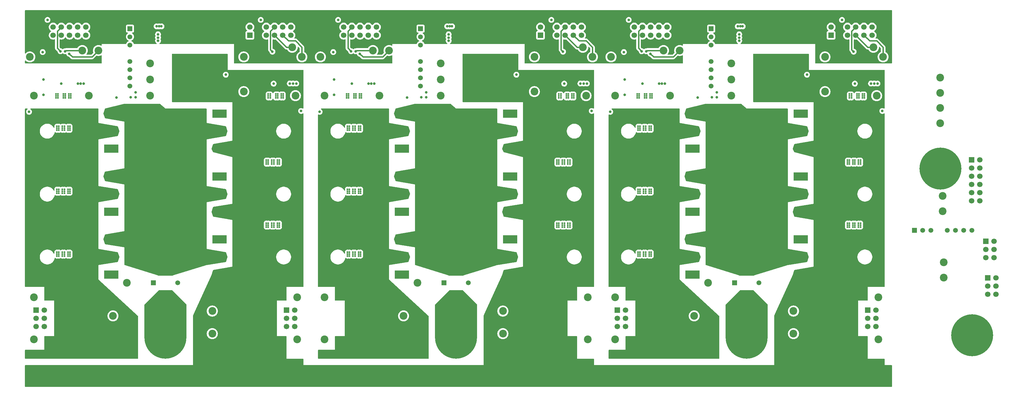
<source format=gbr>
%TF.GenerationSoftware,KiCad,Pcbnew,9.0.1*%
%TF.CreationDate,2025-07-31T04:03:31-05:00*%
%TF.ProjectId,TractionInverter,54726163-7469-46f6-9e49-6e7665727465,rev?*%
%TF.SameCoordinates,Original*%
%TF.FileFunction,Copper,L5,Inr*%
%TF.FilePolarity,Positive*%
%FSLAX46Y46*%
G04 Gerber Fmt 4.6, Leading zero omitted, Abs format (unit mm)*
G04 Created by KiCad (PCBNEW 9.0.1) date 2025-07-31 04:03:31*
%MOMM*%
%LPD*%
G01*
G04 APERTURE LIST*
%TA.AperFunction,ComponentPad*%
%ADD10C,2.400000*%
%TD*%
%TA.AperFunction,ComponentPad*%
%ADD11C,0.900000*%
%TD*%
%TA.AperFunction,ComponentPad*%
%ADD12C,13.000000*%
%TD*%
%TA.AperFunction,ComponentPad*%
%ADD13R,1.700000X1.700000*%
%TD*%
%TA.AperFunction,ComponentPad*%
%ADD14C,1.700000*%
%TD*%
%TA.AperFunction,ComponentPad*%
%ADD15R,1.500000X1.500000*%
%TD*%
%TA.AperFunction,ComponentPad*%
%ADD16C,1.500000*%
%TD*%
%TA.AperFunction,ComponentPad*%
%ADD17R,4.500000X2.500000*%
%TD*%
%TA.AperFunction,ComponentPad*%
%ADD18O,4.500000X2.500000*%
%TD*%
%TA.AperFunction,ViaPad*%
%ADD19C,0.800000*%
%TD*%
%TA.AperFunction,ViaPad*%
%ADD20C,0.600000*%
%TD*%
%TA.AperFunction,Conductor*%
%ADD21C,0.400000*%
%TD*%
G04 APERTURE END LIST*
D10*
%TO.N,/ISOL-*%
%TO.C,TP20*%
X298700000Y-117720000D03*
%TD*%
%TO.N,/ISOL+*%
%TO.C,TP19*%
X298700000Y-112990000D03*
%TD*%
%TO.N,/DC_VSense/VoltCLK*%
%TO.C,TP73*%
X297550000Y-65200000D03*
%TD*%
%TO.N,/DC_VSense/REG5V_L*%
%TO.C,TP71*%
X297550000Y-55740000D03*
%TD*%
%TO.N,Net-(IC13-AINP)*%
%TO.C,TP72*%
X297550000Y-60470000D03*
%TD*%
%TO.N,/DC_VSense/VoltData*%
%TO.C,TP74*%
X297550000Y-69930000D03*
%TD*%
%TO.N,HVGND*%
%TO.C,TP2*%
X298370000Y-97160000D03*
%TD*%
%TO.N,HV+*%
%TO.C,TP1*%
X298370000Y-92430000D03*
%TD*%
D11*
%TO.N,HV+*%
%TO.C,J1*%
X302595354Y-135577146D03*
X304023208Y-132130000D03*
X304023208Y-139024292D03*
X307470354Y-130702146D03*
D12*
X307470354Y-135577146D03*
D11*
X307470354Y-140452146D03*
X310917500Y-132130000D03*
X310917500Y-139024292D03*
X312345354Y-135577146D03*
%TD*%
D13*
%TO.N,+24V*%
%TO.C,J18*%
X307330000Y-81250000D03*
D14*
X309870000Y-81250000D03*
X307330000Y-83790000D03*
%TO.N,LVGND*%
X309870000Y-83790000D03*
X307330000Y-86330000D03*
X309870000Y-86330000D03*
X307330000Y-88870000D03*
X309870000Y-88870000D03*
%TO.N,+3V3*%
X307330000Y-91410000D03*
%TO.N,+24V*%
X309870000Y-91410000D03*
%TO.N,/DC_VSense/VoltCLK*%
X307330000Y-93950000D03*
%TO.N,/DC_VSense/VoltData*%
X309870000Y-93950000D03*
%TD*%
D13*
%TO.N,LVGND*%
%TO.C,J12*%
X312330000Y-117830000D03*
D14*
X314870000Y-117830000D03*
%TO.N,+3V3*%
X312330000Y-120370000D03*
%TO.N,/CurrData_B*%
X314870000Y-120370000D03*
%TO.N,+3V3*%
X312330000Y-122910000D03*
%TO.N,/CurrCLK_B*%
X314870000Y-122910000D03*
%TD*%
D15*
%TO.N,LVGND*%
%TO.C,U2*%
X289585000Y-103120000D03*
D16*
%TO.N,Net-(U2-+Vin)*%
X292125000Y-103120000D03*
%TO.N,unconnected-(U2-NC-Pad3)*%
X294665000Y-103120000D03*
%TO.N,unconnected-(U2-NC-Pad5)*%
X299745000Y-103120000D03*
%TO.N,/ISOL+*%
X302285000Y-103120000D03*
%TO.N,HVGND*%
X304825000Y-103120000D03*
%TO.N,/ISOL-*%
X307365000Y-103120000D03*
%TD*%
D13*
%TO.N,+3V3*%
%TO.C,J13*%
X311720000Y-106500000D03*
D14*
X314260000Y-106500000D03*
%TO.N,/VoltCLK_B*%
X311720000Y-109040000D03*
%TO.N,LVGND*%
X314260000Y-109040000D03*
%TO.N,/VoltData_B*%
X311720000Y-111580000D03*
%TO.N,LVGND*%
X314260000Y-111580000D03*
%TD*%
D11*
%TO.N,HVGND*%
%TO.C,J2*%
X292797854Y-83922854D03*
X294225708Y-80475708D03*
X294225708Y-87370000D03*
X297672854Y-79047854D03*
D12*
X297672854Y-83922854D03*
D11*
X297672854Y-88797854D03*
X301120000Y-80475708D03*
X301120000Y-87370000D03*
X302547854Y-83922854D03*
%TD*%
D10*
%TO.N,/PhaseB/Phase_Driver/OC_H*%
%TO.C,TP30*%
X106893207Y-61360295D03*
%TD*%
%TO.N,LVGND*%
%TO.C,TP34*%
X171893207Y-49360295D03*
%TD*%
%TO.N,/PhaseB/SWNode*%
%TO.C,TP28*%
X142893207Y-56360295D03*
%TD*%
%TO.N,LVGND*%
%TO.C,TP29*%
X105643207Y-49360295D03*
%TD*%
%TO.N,/PhaseB/Phase_Driver/CLMPE_H*%
%TO.C,TP31*%
X123893207Y-61360295D03*
%TD*%
%TO.N,/LV_Connectors_B/IN+_H*%
%TO.C,TP32*%
X126893207Y-47360295D03*
%TD*%
%TO.N,/PhaseB/SWNode*%
%TO.C,TP27*%
X135643207Y-119360295D03*
%TD*%
%TO.N,/LV_Connectors_B/IN-_H*%
%TO.C,TP33*%
X121893207Y-47360295D03*
%TD*%
%TO.N,HVGND*%
%TO.C,TP35*%
X152643207Y-56360295D03*
%TD*%
%TO.N,/LV_Connectors_B/IN+_L*%
%TO.C,TP36*%
X189893207Y-49360295D03*
%TD*%
%TO.N,Net-(IC7-AINP)*%
%TO.C,TP41*%
X162143207Y-128110295D03*
%TD*%
%TO.N,/PhaseB/Phase_Driver/CLMPE_L*%
%TO.C,TP39*%
X187893207Y-61360295D03*
%TD*%
%TO.N,/PhaseB/Phase_VSense/REG5V_L*%
%TO.C,TP40*%
X162143207Y-135110295D03*
%TD*%
%TO.N,/VoltCLK_B*%
%TO.C,TP42*%
X188393207Y-123860295D03*
%TD*%
%TO.N,/LV_Connectors_B/IN-_L*%
%TO.C,TP37*%
X186893207Y-46360295D03*
%TD*%
%TO.N,/CurrCLK_B*%
%TO.C,TP47*%
X106893207Y-136860295D03*
%TD*%
%TO.N,/PhaseB/ISOH-*%
%TO.C,TP45*%
X142893207Y-61360295D03*
%TD*%
%TO.N,/PhaseB/Phase_Driver/OC_L*%
%TO.C,TP38*%
X171893207Y-60110295D03*
%TD*%
%TO.N,/CurrData_B*%
%TO.C,TP48*%
X106893207Y-123860295D03*
%TD*%
%TO.N,/PhaseB/Phase_CSense/REG5V_H*%
%TO.C,TP46*%
X131393207Y-129610295D03*
%TD*%
%TO.N,/VoltData_B*%
%TO.C,TP43*%
X188393207Y-136860295D03*
%TD*%
%TO.N,/PhaseB/ISOH+*%
%TO.C,TP44*%
X142893207Y-51360295D03*
%TD*%
D15*
%TO.N,LVGND*%
%TO.C,U6*%
X136653207Y-40580295D03*
D16*
%TO.N,Net-(U6-+Vin)*%
X136653207Y-43120295D03*
%TO.N,unconnected-(U6-NC-Pad3)*%
X136653207Y-45660295D03*
%TO.N,unconnected-(U6-NC-Pad5)*%
X136653207Y-50740295D03*
%TO.N,/PhaseB/ISOH+*%
X136653207Y-53280295D03*
%TO.N,/PhaseB/SWNode*%
X136653207Y-55820295D03*
%TO.N,/PhaseB/ISOH-*%
X136653207Y-58360295D03*
%TD*%
D15*
%TO.N,HV+*%
%TO.C,C166*%
X143893207Y-119360295D03*
D16*
%TO.N,HVGND*%
X151393207Y-119360295D03*
%TD*%
D17*
%TO.N,/PhaseB/Phase_Out/G2_H*%
%TO.C,Q20*%
X130893207Y-97310295D03*
D18*
%TO.N,HV+*%
X130893207Y-91860295D03*
%TO.N,/PhaseB/SWNode*%
X130893207Y-86410295D03*
%TD*%
D17*
%TO.N,/PhaseB/Phase_Out/G1_L*%
%TO.C,Q22*%
X164393207Y-66910295D03*
D18*
%TO.N,/PhaseB/SWNode*%
X164393207Y-72360295D03*
%TO.N,HVGND*%
X164393207Y-77810295D03*
%TD*%
D17*
%TO.N,/PhaseB/Phase_Out/G1_H*%
%TO.C,Q19*%
X130893207Y-77810295D03*
D18*
%TO.N,HV+*%
X130893207Y-72360295D03*
%TO.N,/PhaseB/SWNode*%
X130893207Y-66910295D03*
%TD*%
D17*
%TO.N,/PhaseB/Phase_Out/G3_H*%
%TO.C,Q21*%
X130893207Y-116810295D03*
D18*
%TO.N,HV+*%
X130893207Y-111360295D03*
%TO.N,/PhaseB/SWNode*%
X130893207Y-105910295D03*
%TD*%
D17*
%TO.N,/PhaseB/Phase_Out/G3_L*%
%TO.C,Q24*%
X164393207Y-105910295D03*
D18*
%TO.N,/PhaseB/SWNode*%
X164393207Y-111360295D03*
%TO.N,HVGND*%
X164393207Y-116810295D03*
%TD*%
D17*
%TO.N,/PhaseB/Phase_Out/G2_L*%
%TO.C,Q23*%
X164393207Y-86410295D03*
D18*
%TO.N,/PhaseB/SWNode*%
X164393207Y-91860295D03*
%TO.N,HVGND*%
X164393207Y-97310295D03*
%TD*%
D11*
%TO.N,/PhaseOut_B*%
%TO.C,J4*%
X142768207Y-136360295D03*
X144196061Y-132913149D03*
X144196061Y-139807441D03*
X147643207Y-131485295D03*
D12*
X147643207Y-136360295D03*
D11*
X147643207Y-141235295D03*
X151090353Y-132913149D03*
X151090353Y-139807441D03*
X152518207Y-136360295D03*
%TD*%
D13*
%TO.N,+3V3*%
%TO.C,J11*%
X110293207Y-42635295D03*
D14*
X110293207Y-40095295D03*
%TO.N,/LV_Connectors_B/RST{slash}EN_H*%
X112833207Y-42635295D03*
%TO.N,/LV_Connectors_B/FLT_H*%
X112833207Y-40095295D03*
%TO.N,/LV_Connectors_B/IN-_H*%
X115373207Y-42635295D03*
%TO.N,/LV_Connectors_B/RDY_H*%
X115373207Y-40095295D03*
%TO.N,/LV_Connectors_B/IN+_H*%
X117913207Y-42635295D03*
%TO.N,LVGND*%
X117913207Y-40095295D03*
X120453207Y-42635295D03*
X120453207Y-40095295D03*
X122993207Y-42635295D03*
X122993207Y-40095295D03*
%TD*%
D13*
%TO.N,+24V*%
%TO.C,J10*%
X173793207Y-42635295D03*
D14*
X173793207Y-40095295D03*
%TO.N,+3V3*%
X176333207Y-42635295D03*
X176333207Y-40095295D03*
%TO.N,/LV_Connectors_B/RST{slash}EN_L*%
X178873207Y-42635295D03*
%TO.N,/LV_Connectors_B/FLT_L*%
X178873207Y-40095295D03*
%TO.N,/LV_Connectors_B/IN-_L*%
X181413207Y-42635295D03*
%TO.N,/LV_Connectors_B/RDY_L*%
X181413207Y-40095295D03*
%TO.N,/LV_Connectors_B/IN+_L*%
X183953207Y-42635295D03*
%TO.N,LVGND*%
X183953207Y-40095295D03*
X186493207Y-42635295D03*
X186493207Y-40095295D03*
%TD*%
D10*
%TO.N,/PhaseC/Phase_Driver/CLMPE_H*%
%TO.C,TP53*%
X213893207Y-61360295D03*
%TD*%
%TO.N,/LV_Connectors_C/IN-_H*%
%TO.C,TP55*%
X211893207Y-47360295D03*
%TD*%
%TO.N,/PhaseC/SWNode*%
%TO.C,TP50*%
X232893207Y-56360295D03*
%TD*%
%TO.N,LVGND*%
%TO.C,TP51*%
X195643207Y-49360295D03*
%TD*%
%TO.N,/PhaseC/Phase_Driver/OC_H*%
%TO.C,TP52*%
X196893207Y-61360295D03*
%TD*%
%TO.N,/PhaseC/SWNode*%
%TO.C,TP49*%
X225643207Y-119360295D03*
%TD*%
%TO.N,/LV_Connectors_C/IN+_H*%
%TO.C,TP54*%
X216893207Y-47360295D03*
%TD*%
%TO.N,LVGND*%
%TO.C,TP56*%
X261893207Y-49360295D03*
%TD*%
%TO.N,/PhaseC/Phase_Driver/OC_L*%
%TO.C,TP60*%
X261893207Y-60110295D03*
%TD*%
%TO.N,/PhaseC/ISOH+*%
%TO.C,TP66*%
X232893207Y-51360295D03*
%TD*%
%TO.N,HVGND*%
%TO.C,TP57*%
X242643207Y-56360295D03*
%TD*%
%TO.N,/PhaseC/Phase_Driver/CLMPE_L*%
%TO.C,TP61*%
X277893207Y-61360295D03*
%TD*%
%TO.N,Net-(IC11-AINP)*%
%TO.C,TP63*%
X252143207Y-128110295D03*
%TD*%
%TO.N,/PhaseC/Phase_VSense/REG5V_L*%
%TO.C,TP62*%
X252143207Y-135110295D03*
%TD*%
%TO.N,/VoltCLK_C*%
%TO.C,TP64*%
X278393207Y-123860295D03*
%TD*%
%TO.N,/LV_Connectors_C/IN+_L*%
%TO.C,TP58*%
X279893207Y-49360295D03*
%TD*%
%TO.N,/LV_Connectors_C/IN-_L*%
%TO.C,TP59*%
X276893207Y-46360295D03*
%TD*%
%TO.N,/VoltData_C*%
%TO.C,TP65*%
X278393207Y-136860295D03*
%TD*%
%TO.N,/PhaseC/ISOH-*%
%TO.C,TP67*%
X232893207Y-61360295D03*
%TD*%
%TO.N,/PhaseC/Phase_CSense/REG5V_H*%
%TO.C,TP68*%
X221393207Y-129610295D03*
%TD*%
%TO.N,/CurrCLK_C*%
%TO.C,TP69*%
X196893207Y-136860295D03*
%TD*%
%TO.N,/CurrData_C*%
%TO.C,TP70*%
X196893207Y-123860295D03*
%TD*%
D16*
%TO.N,/PhaseC/ISOH-*%
%TO.C,U9*%
X226653207Y-58360295D03*
%TO.N,/PhaseC/SWNode*%
X226653207Y-55820295D03*
%TO.N,/PhaseC/ISOH+*%
X226653207Y-53280295D03*
%TO.N,unconnected-(U9-NC-Pad5)*%
X226653207Y-50740295D03*
%TO.N,unconnected-(U9-NC-Pad3)*%
X226653207Y-45660295D03*
%TO.N,Net-(U9-+Vin)*%
X226653207Y-43120295D03*
D15*
%TO.N,LVGND*%
X226653207Y-40580295D03*
%TD*%
D16*
%TO.N,HVGND*%
%TO.C,C179*%
X241393207Y-119360295D03*
D15*
%TO.N,HV+*%
X233893207Y-119360295D03*
%TD*%
D11*
%TO.N,/PhaseOut_C*%
%TO.C,J5*%
X242518207Y-136360295D03*
X241090353Y-139807441D03*
X241090353Y-132913149D03*
X237643207Y-141235295D03*
D12*
X237643207Y-136360295D03*
D11*
X237643207Y-131485295D03*
X234196061Y-139807441D03*
X234196061Y-132913149D03*
X232768207Y-136360295D03*
%TD*%
D14*
%TO.N,LVGND*%
%TO.C,J17*%
X277658207Y-132900295D03*
%TO.N,/VoltData_C*%
X275118207Y-132900295D03*
%TO.N,LVGND*%
X277658207Y-130360295D03*
%TO.N,/VoltCLK_C*%
X275118207Y-130360295D03*
%TO.N,+3V3*%
X277658207Y-127820295D03*
D13*
X275118207Y-127820295D03*
%TD*%
D14*
%TO.N,LVGND*%
%TO.C,J14*%
X276493207Y-40095295D03*
X276493207Y-42635295D03*
X273953207Y-40095295D03*
%TO.N,/LV_Connectors_C/IN+_L*%
X273953207Y-42635295D03*
%TO.N,/LV_Connectors_C/RDY_L*%
X271413207Y-40095295D03*
%TO.N,/LV_Connectors_C/IN-_L*%
X271413207Y-42635295D03*
%TO.N,/LV_Connectors_C/FLT_L*%
X268873207Y-40095295D03*
%TO.N,/LV_Connectors_C/RST{slash}EN_L*%
X268873207Y-42635295D03*
%TO.N,+3V3*%
X266333207Y-40095295D03*
X266333207Y-42635295D03*
%TO.N,+24V*%
X263793207Y-40095295D03*
D13*
X263793207Y-42635295D03*
%TD*%
D14*
%TO.N,LVGND*%
%TO.C,J15*%
X212993207Y-40095295D03*
X212993207Y-42635295D03*
X210453207Y-40095295D03*
X210453207Y-42635295D03*
X207913207Y-40095295D03*
%TO.N,/LV_Connectors_C/IN+_H*%
X207913207Y-42635295D03*
%TO.N,/LV_Connectors_C/RDY_H*%
X205373207Y-40095295D03*
%TO.N,/LV_Connectors_C/IN-_H*%
X205373207Y-42635295D03*
%TO.N,/LV_Connectors_C/FLT_H*%
X202833207Y-40095295D03*
%TO.N,/LV_Connectors_C/RST{slash}EN_H*%
X202833207Y-42635295D03*
%TO.N,+3V3*%
X200293207Y-40095295D03*
D13*
X200293207Y-42635295D03*
%TD*%
D14*
%TO.N,/CurrCLK_C*%
%TO.C,J16*%
X200158207Y-132860295D03*
%TO.N,+3V3*%
X197618207Y-132860295D03*
%TO.N,/CurrData_C*%
X200158207Y-130320295D03*
%TO.N,+3V3*%
X197618207Y-130320295D03*
%TO.N,LVGND*%
X200158207Y-127780295D03*
D13*
X197618207Y-127780295D03*
%TD*%
D18*
%TO.N,HVGND*%
%TO.C,Q36*%
X254393207Y-116810295D03*
%TO.N,/PhaseC/SWNode*%
X254393207Y-111360295D03*
D17*
%TO.N,/PhaseC/Phase_Out/G3_L*%
X254393207Y-105910295D03*
%TD*%
D18*
%TO.N,/PhaseC/SWNode*%
%TO.C,Q32*%
X220893207Y-86410295D03*
%TO.N,HV+*%
X220893207Y-91860295D03*
D17*
%TO.N,/PhaseC/Phase_Out/G2_H*%
X220893207Y-97310295D03*
%TD*%
D18*
%TO.N,/PhaseC/SWNode*%
%TO.C,Q31*%
X220893207Y-66910295D03*
%TO.N,HV+*%
X220893207Y-72360295D03*
D17*
%TO.N,/PhaseC/Phase_Out/G1_H*%
X220893207Y-77810295D03*
%TD*%
D18*
%TO.N,HVGND*%
%TO.C,Q35*%
X254393207Y-97310295D03*
%TO.N,/PhaseC/SWNode*%
X254393207Y-91860295D03*
D17*
%TO.N,/PhaseC/Phase_Out/G2_L*%
X254393207Y-86410295D03*
%TD*%
D18*
%TO.N,/PhaseC/SWNode*%
%TO.C,Q33*%
X220893207Y-105910295D03*
%TO.N,HV+*%
X220893207Y-111360295D03*
D17*
%TO.N,/PhaseC/Phase_Out/G3_H*%
X220893207Y-116810295D03*
%TD*%
D18*
%TO.N,HVGND*%
%TO.C,Q34*%
X254393207Y-77810295D03*
%TO.N,/PhaseC/SWNode*%
X254393207Y-72360295D03*
D17*
%TO.N,/PhaseC/Phase_Out/G1_L*%
X254393207Y-66910295D03*
%TD*%
D16*
%TO.N,HVGND*%
%TO.C,C1*%
X61393207Y-119360295D03*
D15*
%TO.N,HV+*%
X53893207Y-119360295D03*
%TD*%
D18*
%TO.N,/PhaseA/SWNode*%
%TO.C,Q8*%
X40893207Y-86410295D03*
%TO.N,HV+*%
X40893207Y-91860295D03*
D17*
%TO.N,/PhaseA/Phase_Out/G2_H*%
X40893207Y-97310295D03*
%TD*%
D18*
%TO.N,/PhaseA/SWNode*%
%TO.C,Q7*%
X40893207Y-66910295D03*
%TO.N,HV+*%
X40893207Y-72360295D03*
D17*
%TO.N,/PhaseA/Phase_Out/G1_H*%
X40893207Y-77810295D03*
%TD*%
D10*
%TO.N,/PhaseA/Phase_VSense/REG5V_L*%
%TO.C,TP15*%
X72143207Y-135110295D03*
%TD*%
%TO.N,Net-(IC3-AINP)*%
%TO.C,TP16*%
X72143207Y-128110295D03*
%TD*%
%TO.N,/VoltCLK_A*%
%TO.C,TP17*%
X98393207Y-123860295D03*
%TD*%
%TO.N,/VoltData_A*%
%TO.C,TP18*%
X98393207Y-136860295D03*
%TD*%
%TO.N,/PhaseA/Phase_CSense/REG5V_H*%
%TO.C,TP23*%
X41393207Y-129610295D03*
%TD*%
%TO.N,LVGND*%
%TO.C,TP4*%
X15643207Y-49360295D03*
%TD*%
%TO.N,/PhaseA/SWNode*%
%TO.C,TP26*%
X45643207Y-119360295D03*
%TD*%
%TO.N,/CurrCLK_A*%
%TO.C,TP24*%
X16893207Y-136860295D03*
%TD*%
%TO.N,/CurrData_A*%
%TO.C,TP25*%
X16893207Y-123860295D03*
%TD*%
%TO.N,/PhaseA/ISOH+*%
%TO.C,TP21*%
X52893207Y-51360295D03*
%TD*%
%TO.N,/PhaseA/ISOH-*%
%TO.C,TP22*%
X52893207Y-61360295D03*
%TD*%
%TO.N,HVGND*%
%TO.C,TP10*%
X62643207Y-56360295D03*
%TD*%
%TO.N,/LV_Connector_A/IN-_L*%
%TO.C,TP12*%
X96893207Y-46360295D03*
%TD*%
%TO.N,/LV_Connector_A/IN+_L*%
%TO.C,TP11*%
X99893207Y-49360295D03*
%TD*%
%TO.N,/PhaseA/Phase_Driver/CLMPE_H*%
%TO.C,TP6*%
X33893207Y-61360295D03*
%TD*%
%TO.N,/LV_Connector_A/IN+_H*%
%TO.C,TP7*%
X36893207Y-47360295D03*
%TD*%
%TO.N,/LV_Connector_A/IN-_H*%
%TO.C,TP8*%
X31893207Y-47360295D03*
%TD*%
%TO.N,LVGND*%
%TO.C,TP9*%
X81893207Y-49360295D03*
%TD*%
%TO.N,/PhaseA/SWNode*%
%TO.C,TP3*%
X52893207Y-56360295D03*
%TD*%
%TO.N,/PhaseA/Phase_Driver/OC_H*%
%TO.C,TP5*%
X16893207Y-61360295D03*
%TD*%
%TO.N,/PhaseA/Phase_Driver/OC_L*%
%TO.C,TP13*%
X81893207Y-60110295D03*
%TD*%
%TO.N,/PhaseA/Phase_Driver/CLMPE_L*%
%TO.C,TP14*%
X97893207Y-61360295D03*
%TD*%
D11*
%TO.N,/PhaseOut_A*%
%TO.C,J3*%
X62518207Y-136360295D03*
X61090353Y-139807441D03*
X61090353Y-132913149D03*
X57643207Y-141235295D03*
D12*
X57643207Y-136360295D03*
D11*
X57643207Y-131485295D03*
X54196061Y-139807441D03*
X54196061Y-132913149D03*
X52768207Y-136360295D03*
%TD*%
D14*
%TO.N,/CurrCLK_A*%
%TO.C,J8*%
X20143207Y-132860295D03*
%TO.N,+3V3*%
X17603207Y-132860295D03*
%TO.N,/CurrData_A*%
X20143207Y-130320295D03*
%TO.N,+3V3*%
X17603207Y-130320295D03*
%TO.N,LVGND*%
X20143207Y-127780295D03*
D13*
X17603207Y-127780295D03*
%TD*%
D16*
%TO.N,/PhaseA/ISOH-*%
%TO.C,U3*%
X46653207Y-58360295D03*
%TO.N,/PhaseA/SWNode*%
X46653207Y-55820295D03*
%TO.N,/PhaseA/ISOH+*%
X46653207Y-53280295D03*
%TO.N,unconnected-(U3-NC-Pad5)*%
X46653207Y-50740295D03*
%TO.N,unconnected-(U3-NC-Pad3)*%
X46653207Y-45660295D03*
%TO.N,Net-(U3-+Vin)*%
X46653207Y-43120295D03*
D15*
%TO.N,LVGND*%
X46653207Y-40580295D03*
%TD*%
D14*
%TO.N,LVGND*%
%TO.C,J6*%
X96493207Y-40095295D03*
X96493207Y-42635295D03*
X93953207Y-40095295D03*
%TO.N,/LV_Connector_A/IN+_L*%
X93953207Y-42635295D03*
%TO.N,/LV_Connector_A/RDY_L*%
X91413207Y-40095295D03*
%TO.N,/LV_Connector_A/IN-_L*%
X91413207Y-42635295D03*
%TO.N,/LV_Connector_A/FLT_L*%
X88873207Y-40095295D03*
%TO.N,/LV_Connector_A/RST{slash}EN_L*%
X88873207Y-42635295D03*
%TO.N,+3V3*%
X86333207Y-40095295D03*
X86333207Y-42635295D03*
%TO.N,+24V*%
X83793207Y-40095295D03*
D13*
X83793207Y-42635295D03*
%TD*%
D14*
%TO.N,LVGND*%
%TO.C,J9*%
X97643207Y-132860295D03*
%TO.N,/VoltData_A*%
X95103207Y-132860295D03*
%TO.N,LVGND*%
X97643207Y-130320295D03*
%TO.N,/VoltCLK_A*%
X95103207Y-130320295D03*
%TO.N,+3V3*%
X97643207Y-127780295D03*
D13*
X95103207Y-127780295D03*
%TD*%
D14*
%TO.N,LVGND*%
%TO.C,J7*%
X33013207Y-40095295D03*
X33013207Y-42635295D03*
X30473207Y-40095295D03*
X30473207Y-42635295D03*
X27933207Y-40095295D03*
%TO.N,/LV_Connector_A/IN+_H*%
X27933207Y-42635295D03*
%TO.N,/LV_Connector_A/RDY_H*%
X25393207Y-40095295D03*
%TO.N,/LV_Connector_A/IN-_H*%
X25393207Y-42635295D03*
%TO.N,/LV_Connector_A/FLT_H*%
X22853207Y-40095295D03*
%TO.N,/LV_Connector_A/RST{slash}EN_H*%
X22853207Y-42635295D03*
%TO.N,+3V3*%
X20313207Y-40095295D03*
D13*
X20313207Y-42635295D03*
%TD*%
D18*
%TO.N,HVGND*%
%TO.C,Q11*%
X74393207Y-97310295D03*
%TO.N,/PhaseA/SWNode*%
X74393207Y-91860295D03*
D17*
%TO.N,/PhaseA/Phase_Out/G2_L*%
X74393207Y-86410295D03*
%TD*%
D18*
%TO.N,HVGND*%
%TO.C,Q10*%
X74393207Y-77810295D03*
%TO.N,/PhaseA/SWNode*%
X74393207Y-72360295D03*
D17*
%TO.N,/PhaseA/Phase_Out/G1_L*%
X74393207Y-66910295D03*
%TD*%
D18*
%TO.N,/PhaseA/SWNode*%
%TO.C,Q9*%
X40893207Y-105910295D03*
%TO.N,HV+*%
X40893207Y-111360295D03*
D17*
%TO.N,/PhaseA/Phase_Out/G3_H*%
X40893207Y-116810295D03*
%TD*%
D18*
%TO.N,HVGND*%
%TO.C,Q12*%
X74393207Y-116810295D03*
%TO.N,/PhaseA/SWNode*%
X74393207Y-111360295D03*
D17*
%TO.N,/PhaseA/Phase_Out/G3_L*%
X74393207Y-105910295D03*
%TD*%
D19*
%TO.N,HVGND*%
X169893207Y-142110295D03*
X170643207Y-141360295D03*
X168393207Y-142110295D03*
X178893207Y-140610295D03*
X178893207Y-142110295D03*
%TO.N,HV+*%
X136643207Y-142110295D03*
X127393207Y-140610295D03*
%TO.N,HVGND*%
X172143207Y-141360295D03*
X171393207Y-142110295D03*
%TO.N,HV+*%
X122893207Y-140610295D03*
X116393207Y-142110295D03*
%TO.N,HVGND*%
X160893207Y-141360295D03*
%TO.N,HV+*%
X126643207Y-141360295D03*
%TO.N,HVGND*%
X180393207Y-142110295D03*
%TO.N,HV+*%
X135143207Y-140610295D03*
X125893207Y-142110295D03*
%TO.N,HVGND*%
X179643207Y-141360295D03*
%TO.N,HV+*%
X111893207Y-142110295D03*
X115643207Y-141360295D03*
%TO.N,HVGND*%
X160143207Y-140610295D03*
%TO.N,HV+*%
X114893207Y-142110295D03*
%TO.N,HVGND*%
X181893207Y-142110295D03*
X183393207Y-142110295D03*
%TO.N,HV+*%
X138143207Y-142110295D03*
%TO.N,HVGND*%
X158643207Y-142110295D03*
X157143207Y-142110295D03*
X160143207Y-142110295D03*
%TO.N,HV+*%
X124393207Y-140610295D03*
%TO.N,HVGND*%
X169143207Y-141360295D03*
%TO.N,HV+*%
X111893207Y-140610295D03*
%TO.N,HVGND*%
X181143207Y-141360295D03*
%TO.N,HV+*%
X113393207Y-142110295D03*
X114893207Y-140610295D03*
%TO.N,HVGND*%
X157893207Y-141360295D03*
%TO.N,HV+*%
X125893207Y-140610295D03*
%TO.N,HVGND*%
X182643207Y-141360295D03*
X158643207Y-140610295D03*
%TO.N,HV+*%
X137393207Y-141360295D03*
X112643207Y-141360295D03*
%TO.N,HVGND*%
X161643207Y-140610295D03*
X172893207Y-140610295D03*
%TO.N,HV+*%
X124393207Y-142110295D03*
%TO.N,HVGND*%
X171393207Y-140610295D03*
%TO.N,HV+*%
X114143207Y-141360295D03*
X136643207Y-140610295D03*
X113393207Y-140610295D03*
%TO.N,HVGND*%
X157143207Y-140610295D03*
%TO.N,HV+*%
X133643207Y-142110295D03*
%TO.N,HVGND*%
X180393207Y-140610295D03*
X181893207Y-140610295D03*
%TO.N,HV+*%
X138143207Y-140610295D03*
%TO.N,HVGND*%
X172893207Y-142110295D03*
X161643207Y-142110295D03*
%TO.N,HV+*%
X135143207Y-142110295D03*
%TO.N,HVGND*%
X168393207Y-140610295D03*
X159393207Y-141360295D03*
%TO.N,HV+*%
X125143207Y-141360295D03*
X122893207Y-142110295D03*
%TO.N,HVGND*%
X183393207Y-140610295D03*
%TO.N,HV+*%
X116393207Y-140610295D03*
X127393207Y-142110295D03*
X135893207Y-141360295D03*
X134393207Y-141360295D03*
X123643207Y-141360295D03*
%TO.N,HVGND*%
X169893207Y-140610295D03*
%TO.N,HV+*%
X133643207Y-140610295D03*
%TO.N,HVGND*%
X167568207Y-128860295D03*
D20*
%TO.N,/PhaseB/Phase_Driver/OUT+_L*%
X179493207Y-102060295D03*
X180093207Y-61460295D03*
%TO.N,/PhaseB/Phase_Driver/CLMPE_L*%
X183493207Y-61460295D03*
X183493207Y-60860295D03*
X182293207Y-82560295D03*
X182893207Y-81360295D03*
X182293207Y-81360295D03*
X184093207Y-61460295D03*
%TO.N,/PhaseB/Phase_Driver/OUT+_L*%
X179493207Y-81360295D03*
%TO.N,/PhaseB/Phase_Driver/CLMPE_L*%
X182893207Y-102060295D03*
X184093207Y-62060295D03*
X182293207Y-81960295D03*
X182293207Y-102060295D03*
X182293207Y-100860295D03*
X184093207Y-60860295D03*
X182893207Y-100860295D03*
X182893207Y-81960295D03*
X182893207Y-82560295D03*
%TO.N,/PhaseB/Phase_Driver/OUT+_L*%
X178893207Y-81960295D03*
X178893207Y-101460295D03*
%TO.N,/PhaseB/Phase_Driver/CLMPE_L*%
X182893207Y-101460295D03*
%TO.N,/PhaseB/Phase_Driver/OUT+_L*%
X179493207Y-62060295D03*
X178893207Y-100860295D03*
%TO.N,/PhaseB/Phase_Driver/CLMPE_L*%
X183493207Y-62060295D03*
%TO.N,/PhaseB/Phase_Driver/OUT+_L*%
X179493207Y-61460295D03*
%TO.N,/PhaseB/Phase_Driver/CLMPE_L*%
X182293207Y-101460295D03*
%TO.N,/PhaseB/Phase_Driver/OUT+_L*%
X179493207Y-81960295D03*
X179493207Y-100860295D03*
X178893207Y-81360295D03*
%TO.N,/PhaseB/Phase_Driver/OUT-_L*%
X180593207Y-102060295D03*
%TO.N,/PhaseB/Phase_Driver/OUT+_L*%
X179493207Y-60860295D03*
X180093207Y-62060295D03*
%TO.N,/PhaseB/Phase_Driver/OUT-_L*%
X181193207Y-82560295D03*
%TO.N,/PhaseB/Phase_Driver/CLMPE_H*%
X118343207Y-60860295D03*
X118043207Y-91560295D03*
%TO.N,/PhaseB/Phase_Driver/OUT-_L*%
X180593207Y-101460295D03*
X180593207Y-81960295D03*
X181193207Y-81360295D03*
X181793207Y-60860295D03*
X181793207Y-61460295D03*
X181793207Y-62060295D03*
X180593207Y-82560295D03*
X181193207Y-81960295D03*
X181193207Y-100860295D03*
X181193207Y-101460295D03*
X180593207Y-81360295D03*
X182393207Y-60860295D03*
%TO.N,/PhaseB/Phase_Driver/OUT+_L*%
X179493207Y-101460295D03*
X178893207Y-82560295D03*
%TO.N,/PhaseB/Phase_Driver/OUT-_L*%
X180593207Y-100860295D03*
%TO.N,/PhaseB/Phase_Driver/OUT+_L*%
X179493207Y-82560295D03*
%TO.N,/PhaseB/Phase_Driver/CLMPE_H*%
X117443207Y-91560295D03*
%TO.N,/PhaseB/Phase_Driver/OUT+_L*%
X178893207Y-102060295D03*
%TO.N,/PhaseB/Phase_Driver/OUT-_L*%
X182393207Y-61460295D03*
X181193207Y-102060295D03*
%TO.N,/PhaseB/Phase_Driver/OUT+_L*%
X180093207Y-60860295D03*
D19*
%TO.N,/LV_Connectors_B/IN+_H*%
X117818207Y-48360295D03*
D20*
%TO.N,/PhaseB/Phase_Driver/CLMPE_H*%
X117743207Y-62060295D03*
X118043207Y-109860295D03*
%TO.N,/PhaseB/Phase_Driver/OUT-_L*%
X182393207Y-62060295D03*
%TO.N,/PhaseB/Phase_Driver/CLMPE_H*%
X117443207Y-90960295D03*
X117743207Y-60860295D03*
X118343207Y-62060295D03*
X118043207Y-90360295D03*
%TO.N,/PhaseB/Phase_Driver/OUT+_H*%
X114643207Y-70860295D03*
%TO.N,/PhaseB/Phase_Driver/CLMPE_H*%
X118043207Y-90960295D03*
X117743207Y-61460295D03*
X118043207Y-70860295D03*
X117443207Y-109860295D03*
%TO.N,/PhaseB/Phase_Driver/OUT+_H*%
X114343207Y-60860295D03*
X114643207Y-111060295D03*
X114643207Y-110460295D03*
%TO.N,/PhaseB/Phase_Driver/CLMPE_H*%
X118043207Y-71460295D03*
%TO.N,/PhaseB/Phase_Driver/OUT+_H*%
X114643207Y-91560295D03*
%TO.N,/PhaseB/Phase_Driver/CLMPE_H*%
X118343207Y-61460295D03*
%TO.N,/PhaseB/Phase_Driver/OUT+_H*%
X114043207Y-111060295D03*
X114643207Y-90360295D03*
X114343207Y-62060295D03*
%TO.N,/PhaseB/Phase_Driver/CLMPE_H*%
X117443207Y-72060295D03*
%TO.N,/PhaseB/Phase_Driver/OUT+_H*%
X114643207Y-90960295D03*
%TO.N,/PhaseB/Phase_Driver/CLMPE_H*%
X118043207Y-110460295D03*
X117443207Y-71460295D03*
X117443207Y-90360295D03*
X118043207Y-72060295D03*
X117443207Y-111060295D03*
X118043207Y-111060295D03*
D19*
%TO.N,/LV_Connectors_B/IN-_H*%
X116548207Y-47610295D03*
D20*
%TO.N,/PhaseB/Phase_Driver/OUT+_H*%
X114043207Y-90960295D03*
%TO.N,/PhaseB/Phase_Driver/CLMPE_H*%
X117443207Y-110460295D03*
X117443207Y-70860295D03*
%TO.N,/PhaseB/Phase_Driver/OUT+_H*%
X114043207Y-110460295D03*
X114043207Y-71460295D03*
X114043207Y-91560295D03*
X113743207Y-62060295D03*
X114643207Y-72060295D03*
X113743207Y-60860295D03*
X114643207Y-71460295D03*
X114043207Y-72060295D03*
X113743207Y-61460295D03*
X114343207Y-61460295D03*
X114043207Y-70860295D03*
X114043207Y-90360295D03*
X114643207Y-109860295D03*
X114043207Y-109860295D03*
%TO.N,/PhaseB/Phase_Driver/OUT-_H*%
X116643207Y-62060295D03*
X115743207Y-70860295D03*
X115743207Y-90360295D03*
X115743207Y-71460295D03*
X115743207Y-90960295D03*
X116643207Y-60860295D03*
X115743207Y-72060295D03*
X116343207Y-71460295D03*
X116343207Y-111060295D03*
X115743207Y-111060295D03*
X116343207Y-70860295D03*
X116343207Y-90960295D03*
D19*
%TO.N,/PhaseB/ISOH-*%
X121393207Y-57585295D03*
%TO.N,/PhaseB/SWNode*%
X109893207Y-56360295D03*
%TO.N,Net-(D25-A)*%
X132430707Y-61912795D03*
%TO.N,+24V*%
X145643207Y-39887795D03*
%TO.N,/PhaseB/ISOH+*%
X115393207Y-57635295D03*
%TO.N,+3V3*%
X111168207Y-47860295D03*
D20*
%TO.N,/PhaseB/Phase_Driver/OUT-_H*%
X116343207Y-110460295D03*
X116643207Y-61460295D03*
X116343207Y-91560295D03*
X116343207Y-109860295D03*
X115743207Y-109860295D03*
X116043207Y-61460295D03*
X116043207Y-62060295D03*
D19*
%TO.N,Net-(D24-A)*%
X138430707Y-61860295D03*
%TO.N,+24V*%
X146393207Y-39887795D03*
%TO.N,/LV_Connectors_B/RDY_L*%
X180768207Y-47735295D03*
%TO.N,/PhaseB/ISOH-*%
X120493207Y-57635295D03*
D20*
%TO.N,/PhaseB/Phase_Driver/OUT-_H*%
X115743207Y-91560295D03*
D19*
%TO.N,+24V*%
X144893207Y-39887795D03*
X145343207Y-44360295D03*
D20*
%TO.N,/PhaseB/Phase_Driver/OUT-_H*%
X116343207Y-90360295D03*
D19*
%TO.N,/PhaseB/ISOH-*%
X122293207Y-57585295D03*
D20*
%TO.N,/PhaseB/Phase_Driver/OUT-_H*%
X115743207Y-110460295D03*
X116043207Y-60860295D03*
X116343207Y-72060295D03*
D19*
%TO.N,+24V*%
X145343207Y-43360295D03*
X145343207Y-42360295D03*
%TO.N,/LV_Connectors_B/RDY_H*%
X115143207Y-47610295D03*
%TO.N,/PhaseB/SWNode*%
X109868207Y-61110295D03*
X136855707Y-61860295D03*
%TO.N,/PhaseB/ISOH+*%
X138393207Y-60337795D03*
%TO.N,+3V3*%
X177168207Y-47860295D03*
%TO.N,HVGND*%
X169180707Y-124110295D03*
D20*
%TO.N,/PhaseOut_B*%
X149143207Y-124860295D03*
X146143207Y-124860295D03*
X144143207Y-124860295D03*
X151143207Y-124860295D03*
D19*
%TO.N,/PhaseB/ISOH+*%
X105393207Y-66360295D03*
D20*
%TO.N,/PhaseOut_B*%
X145143207Y-124860295D03*
D19*
%TO.N,LVGND*%
X177158207Y-37885295D03*
%TO.N,HV+*%
X108893207Y-68860295D03*
D20*
%TO.N,/PhaseOut_B*%
X150143207Y-124860295D03*
D19*
%TO.N,/ISOL-*%
X186143207Y-57597795D03*
D20*
%TO.N,/PhaseOut_B*%
X149643207Y-124360295D03*
D19*
%TO.N,HVGND*%
X167568207Y-130860295D03*
X174143207Y-55835295D03*
D20*
%TO.N,/PhaseOut_B*%
X148143207Y-124860295D03*
D19*
%TO.N,LVGND*%
X109618207Y-47860295D03*
%TO.N,/ISOL+*%
X181143207Y-57635295D03*
%TO.N,/ISOL-*%
X187130707Y-57597795D03*
%TO.N,/ISOL+*%
X166318207Y-54860295D03*
%TO.N,HVGND*%
X170893207Y-124085295D03*
X176893207Y-124085295D03*
%TO.N,/ISOL+*%
X189643207Y-66110295D03*
%TO.N,LVGND*%
X111118207Y-37885295D03*
%TO.N,HVGND*%
X172643207Y-55785295D03*
X167393207Y-136635295D03*
%TO.N,/ISOL-*%
X188143207Y-57610295D03*
%TO.N,HVGND*%
X168893207Y-136635295D03*
D20*
%TO.N,/PhaseOut_B*%
X150643207Y-125360295D03*
X147143207Y-124860295D03*
X143643207Y-124360295D03*
X151643207Y-124360295D03*
X146643207Y-124360295D03*
X146643207Y-125360295D03*
X148143207Y-123860295D03*
X148643207Y-123360295D03*
X146643207Y-123360295D03*
X144643207Y-123360295D03*
X146143207Y-123860295D03*
X145643207Y-123360295D03*
X149643207Y-125360295D03*
X150643207Y-124360295D03*
X148643207Y-124360295D03*
X148643207Y-125360295D03*
X150143207Y-123860295D03*
X145643207Y-124360295D03*
X144143207Y-123860295D03*
X145143207Y-123860295D03*
X145643207Y-125360295D03*
X144643207Y-125360295D03*
X151143207Y-123860295D03*
X144643207Y-124360295D03*
X150143207Y-122860295D03*
X147643207Y-125360295D03*
X147143207Y-123860295D03*
X147643207Y-124360295D03*
X145143207Y-122860295D03*
X149643207Y-123360295D03*
X150643207Y-123360295D03*
X149143207Y-123860295D03*
X147643207Y-123360295D03*
%TO.N,/PhaseB/SWNode*%
X146643207Y-114360295D03*
X148643207Y-114360295D03*
X151143207Y-115860295D03*
X151643207Y-115360295D03*
X150643207Y-114360295D03*
X143143207Y-115860295D03*
X148143207Y-114860295D03*
X147643207Y-115360295D03*
X148643207Y-115360295D03*
X145643207Y-115360295D03*
X146643207Y-115360295D03*
X149643207Y-115360295D03*
X149643207Y-116360295D03*
X150143207Y-114860295D03*
X144643207Y-116360295D03*
X144643207Y-115360295D03*
X147143207Y-114860295D03*
X150143207Y-115860295D03*
X145643207Y-116360295D03*
X145143207Y-115860295D03*
X149143207Y-114860295D03*
X146143207Y-114860295D03*
D19*
X154893207Y-114860295D03*
D20*
X150643207Y-115360295D03*
X145143207Y-114860295D03*
X150643207Y-116360295D03*
X145643207Y-114360295D03*
X147643207Y-114360295D03*
X149643207Y-114360295D03*
X152143207Y-115860295D03*
X151143207Y-114860295D03*
X144143207Y-115860295D03*
X143643207Y-115360295D03*
X144143207Y-114860295D03*
X144643207Y-114360295D03*
X145143207Y-113860295D03*
X149143207Y-113860295D03*
X148143207Y-113860295D03*
X147143207Y-113860295D03*
X150143207Y-113860295D03*
X146143207Y-113860295D03*
%TO.N,/PhaseC/Phase_Driver/CLMPE_L*%
X272893207Y-81360295D03*
X272893207Y-101460295D03*
X272893207Y-81960295D03*
X272293207Y-82560295D03*
X272293207Y-102060295D03*
X273493207Y-62060295D03*
D19*
%TO.N,HVGND*%
X257568207Y-128860295D03*
D20*
%TO.N,/PhaseC/Phase_Driver/CLMPE_L*%
X273493207Y-61460295D03*
X272293207Y-101460295D03*
X272893207Y-102060295D03*
X273493207Y-60860295D03*
X274093207Y-60860295D03*
X272293207Y-81360295D03*
X272293207Y-81960295D03*
%TO.N,/PhaseC/Phase_Driver/OUT+_L*%
X269493207Y-81360295D03*
%TO.N,/PhaseC/Phase_Driver/CLMPE_L*%
X272293207Y-100860295D03*
X274093207Y-61460295D03*
X274093207Y-62060295D03*
%TO.N,/PhaseC/Phase_Driver/OUT+_L*%
X269493207Y-61460295D03*
X270093207Y-61460295D03*
X268893207Y-81960295D03*
%TO.N,/PhaseC/Phase_Driver/OUT-_L*%
X270593207Y-82560295D03*
X271193207Y-81960295D03*
X270593207Y-101460295D03*
%TO.N,/PhaseC/Phase_Driver/OUT+_L*%
X268893207Y-102060295D03*
%TO.N,/PhaseC/Phase_Driver/OUT-_L*%
X270593207Y-81360295D03*
%TO.N,/PhaseC/Phase_Driver/CLMPE_L*%
X272893207Y-82560295D03*
%TO.N,/PhaseC/Phase_Driver/OUT+_L*%
X269493207Y-62060295D03*
X270093207Y-60860295D03*
X268893207Y-101460295D03*
X269493207Y-82560295D03*
%TO.N,/PhaseC/Phase_Driver/OUT-_L*%
X270593207Y-81960295D03*
%TO.N,/PhaseC/Phase_Driver/OUT+_L*%
X269493207Y-81960295D03*
%TO.N,/PhaseC/Phase_Driver/OUT-_L*%
X270593207Y-102060295D03*
%TO.N,/PhaseC/Phase_Driver/OUT+_L*%
X269493207Y-101460295D03*
%TO.N,/PhaseC/Phase_Driver/OUT-_L*%
X271193207Y-82560295D03*
%TO.N,/PhaseC/Phase_Driver/CLMPE_L*%
X272893207Y-100860295D03*
%TO.N,/PhaseC/Phase_Driver/OUT+_L*%
X270093207Y-62060295D03*
%TO.N,/PhaseC/Phase_Driver/OUT-_L*%
X271193207Y-81360295D03*
%TO.N,/PhaseC/Phase_Driver/OUT+_L*%
X268893207Y-100860295D03*
%TO.N,/PhaseC/Phase_Driver/OUT-_L*%
X271193207Y-100860295D03*
X271793207Y-62060295D03*
X271193207Y-101460295D03*
%TO.N,/PhaseC/Phase_Driver/OUT+_L*%
X269493207Y-102060295D03*
X269493207Y-60860295D03*
X269493207Y-100860295D03*
X268893207Y-82560295D03*
X268893207Y-81360295D03*
%TO.N,/PhaseC/Phase_Driver/OUT-_L*%
X270593207Y-100860295D03*
X271793207Y-60860295D03*
X271793207Y-61460295D03*
X272393207Y-62060295D03*
%TO.N,/PhaseC/Phase_Driver/CLMPE_H*%
X207443207Y-90960295D03*
X208043207Y-110460295D03*
X207443207Y-90360295D03*
%TO.N,/PhaseC/Phase_Driver/OUT-_L*%
X272393207Y-61460295D03*
%TO.N,/PhaseC/Phase_Driver/CLMPE_H*%
X207443207Y-91560295D03*
X208043207Y-109860295D03*
X208343207Y-60860295D03*
X207743207Y-60860295D03*
X207443207Y-71460295D03*
X208043207Y-90360295D03*
X208343207Y-62060295D03*
X208043207Y-71460295D03*
%TO.N,/PhaseC/Phase_Driver/OUT-_L*%
X271193207Y-102060295D03*
D19*
%TO.N,/LV_Connectors_C/IN+_H*%
X207818207Y-48360295D03*
D20*
%TO.N,/PhaseC/Phase_Driver/CLMPE_H*%
X207443207Y-70860295D03*
X207443207Y-111060295D03*
X207743207Y-62060295D03*
X207443207Y-72060295D03*
%TO.N,/PhaseC/Phase_Driver/OUT-_L*%
X272393207Y-60860295D03*
%TO.N,/PhaseC/Phase_Driver/CLMPE_H*%
X208043207Y-91560295D03*
X207443207Y-110460295D03*
X208043207Y-72060295D03*
X208043207Y-90960295D03*
X208043207Y-111060295D03*
X208043207Y-70860295D03*
%TO.N,/PhaseC/Phase_Driver/OUT+_H*%
X204043207Y-90360295D03*
X204043207Y-109860295D03*
X204643207Y-111060295D03*
X204643207Y-90960295D03*
%TO.N,/PhaseC/Phase_Driver/CLMPE_H*%
X207743207Y-61460295D03*
%TO.N,/PhaseC/Phase_Driver/OUT+_H*%
X204043207Y-111060295D03*
X204343207Y-61460295D03*
X204043207Y-91560295D03*
X204643207Y-110460295D03*
X204643207Y-70860295D03*
X204643207Y-109860295D03*
X204643207Y-90360295D03*
X204043207Y-70860295D03*
X204343207Y-62060295D03*
%TO.N,/PhaseC/Phase_Driver/CLMPE_H*%
X207443207Y-109860295D03*
%TO.N,/PhaseC/Phase_Driver/OUT+_H*%
X204043207Y-71460295D03*
X204343207Y-60860295D03*
X204643207Y-91560295D03*
X204043207Y-110460295D03*
X204643207Y-72060295D03*
%TO.N,/PhaseC/Phase_Driver/CLMPE_H*%
X208343207Y-61460295D03*
%TO.N,/PhaseC/Phase_Driver/OUT+_H*%
X203743207Y-62060295D03*
X204043207Y-90960295D03*
X203743207Y-60860295D03*
X204643207Y-71460295D03*
X204043207Y-72060295D03*
D19*
%TO.N,/LV_Connectors_C/IN-_H*%
X206548207Y-47610295D03*
D20*
%TO.N,/PhaseC/Phase_Driver/OUT+_H*%
X203743207Y-61460295D03*
D19*
%TO.N,HVGND*%
X259893207Y-142110295D03*
X260643207Y-141360295D03*
X258393207Y-142110295D03*
X268893207Y-140610295D03*
X261393207Y-142110295D03*
X248643207Y-142110295D03*
X271143207Y-141360295D03*
X250893207Y-141360295D03*
X269643207Y-141360295D03*
X259143207Y-141360295D03*
X273393207Y-142110295D03*
X271893207Y-142110295D03*
X270393207Y-142110295D03*
%TO.N,HV+*%
X206393207Y-142110295D03*
X201893207Y-140610295D03*
%TO.N,HVGND*%
X268893207Y-142110295D03*
%TO.N,HV+*%
X203393207Y-142110295D03*
%TO.N,HVGND*%
X250143207Y-142110295D03*
%TO.N,HV+*%
X201893207Y-142110295D03*
X205643207Y-141360295D03*
X225143207Y-140610295D03*
X228143207Y-142110295D03*
X226643207Y-142110295D03*
%TO.N,HVGND*%
X247143207Y-142110295D03*
X250143207Y-140610295D03*
%TO.N,HV+*%
X214393207Y-140610295D03*
X215893207Y-142110295D03*
X204893207Y-140610295D03*
X204893207Y-142110295D03*
X217393207Y-140610295D03*
X212893207Y-140610295D03*
%TO.N,HVGND*%
X247893207Y-141360295D03*
%TO.N,HV+*%
X216643207Y-141360295D03*
%TO.N,HVGND*%
X262143207Y-141360295D03*
X251643207Y-142110295D03*
X249393207Y-141360295D03*
X251643207Y-140610295D03*
X262893207Y-142110295D03*
%TO.N,HV+*%
X203393207Y-140610295D03*
X206393207Y-140610295D03*
X204143207Y-141360295D03*
X215893207Y-140610295D03*
X217393207Y-142110295D03*
X215143207Y-141360295D03*
X214393207Y-142110295D03*
%TO.N,HVGND*%
X272643207Y-141360295D03*
%TO.N,HV+*%
X226643207Y-140610295D03*
X225143207Y-142110295D03*
X225893207Y-141360295D03*
%TO.N,HVGND*%
X248643207Y-140610295D03*
X258393207Y-140610295D03*
X247143207Y-140610295D03*
X270393207Y-140610295D03*
%TO.N,HV+*%
X224393207Y-141360295D03*
X223643207Y-142110295D03*
%TO.N,HVGND*%
X271893207Y-140610295D03*
%TO.N,HV+*%
X227393207Y-141360295D03*
X213643207Y-141360295D03*
X228143207Y-140610295D03*
X212893207Y-142110295D03*
X202643207Y-141360295D03*
%TO.N,HVGND*%
X273393207Y-140610295D03*
X259893207Y-140610295D03*
X262893207Y-140610295D03*
X261393207Y-140610295D03*
%TO.N,HV+*%
X223643207Y-140610295D03*
D20*
%TO.N,/PhaseC/Phase_Driver/OUT-_H*%
X206343207Y-71460295D03*
X206343207Y-109860295D03*
D19*
%TO.N,+24V*%
X236393207Y-39887795D03*
D20*
%TO.N,/PhaseC/Phase_Driver/OUT-_H*%
X205743207Y-71460295D03*
X206343207Y-90360295D03*
X206643207Y-62060295D03*
X206343207Y-91560295D03*
X205743207Y-110460295D03*
X205743207Y-91560295D03*
X206643207Y-60860295D03*
X205743207Y-90960295D03*
X205743207Y-90360295D03*
X205743207Y-111060295D03*
X206043207Y-60860295D03*
X206043207Y-61460295D03*
X206343207Y-110460295D03*
X205743207Y-109860295D03*
X206343207Y-90960295D03*
D19*
%TO.N,Net-(D37-A)*%
X222430707Y-61912795D03*
D20*
%TO.N,/PhaseC/Phase_Driver/OUT-_H*%
X206043207Y-62060295D03*
D19*
%TO.N,Net-(D36-A)*%
X228430707Y-61860295D03*
D20*
%TO.N,/PhaseC/Phase_Driver/OUT-_H*%
X205743207Y-70860295D03*
X206343207Y-70860295D03*
X206343207Y-72060295D03*
D19*
%TO.N,+24V*%
X234893207Y-39887795D03*
D20*
%TO.N,/PhaseC/Phase_Driver/OUT-_H*%
X206343207Y-111060295D03*
X205743207Y-72060295D03*
X206643207Y-61460295D03*
D19*
%TO.N,+24V*%
X235643207Y-39887795D03*
%TO.N,/ISOL-*%
X278143207Y-57610295D03*
%TO.N,/PhaseC/SWNode*%
X226855707Y-61860295D03*
%TO.N,HV+*%
X198893207Y-68860295D03*
%TO.N,/PhaseC/ISOH+*%
X205393207Y-57635295D03*
%TO.N,/PhaseC/SWNode*%
X199868207Y-61110295D03*
%TO.N,LVGND*%
X267158207Y-37885295D03*
%TO.N,/ISOL-*%
X277130707Y-57597795D03*
X276143207Y-57597795D03*
%TO.N,HVGND*%
X264143207Y-55835295D03*
%TO.N,/PhaseC/ISOH-*%
X210493207Y-57635295D03*
D20*
%TO.N,/PhaseOut_C*%
X240643207Y-125360295D03*
D19*
%TO.N,HVGND*%
X258893207Y-136635295D03*
X257568207Y-130860295D03*
%TO.N,+24V*%
X235343207Y-44360295D03*
%TO.N,/LV_Connectors_C/RDY_L*%
X270768207Y-47735295D03*
%TO.N,/PhaseC/ISOH-*%
X211393207Y-57585295D03*
%TO.N,+3V3*%
X267168207Y-47860295D03*
%TO.N,/PhaseC/SWNode*%
X199893207Y-56360295D03*
%TO.N,/ISOL+*%
X271143207Y-57635295D03*
%TO.N,+3V3*%
X201168207Y-47860295D03*
%TO.N,HVGND*%
X262643207Y-55785295D03*
%TO.N,/PhaseC/ISOH-*%
X212293207Y-57585295D03*
%TO.N,+24V*%
X235343207Y-42360295D03*
%TO.N,/PhaseC/ISOH+*%
X228393207Y-60337795D03*
%TO.N,/LV_Connectors_C/RDY_H*%
X205143207Y-47610295D03*
%TO.N,LVGND*%
X201118207Y-37885295D03*
%TO.N,+24V*%
X235343207Y-43360295D03*
%TO.N,HVGND*%
X260893207Y-124085295D03*
X259180707Y-124110295D03*
X266893207Y-124085295D03*
%TO.N,/PhaseC/ISOH+*%
X195393207Y-66360295D03*
%TO.N,/ISOL+*%
X256318207Y-54860295D03*
%TO.N,LVGND*%
X199618207Y-47860295D03*
%TO.N,HVGND*%
X257393207Y-136635295D03*
%TO.N,/ISOL+*%
X279643207Y-66110295D03*
D20*
%TO.N,/PhaseOut_C*%
X238143207Y-124860295D03*
X237643207Y-125360295D03*
X236143207Y-123860295D03*
X237143207Y-124860295D03*
X235643207Y-124360295D03*
X239143207Y-124860295D03*
X236143207Y-124860295D03*
X234143207Y-124860295D03*
X236643207Y-123360295D03*
X241643207Y-124360295D03*
X241143207Y-124860295D03*
X241143207Y-123860295D03*
X235143207Y-122860295D03*
X233643207Y-124360295D03*
X235143207Y-124860295D03*
X240143207Y-124860295D03*
X234643207Y-124360295D03*
X238643207Y-124360295D03*
X237643207Y-124360295D03*
X234143207Y-123860295D03*
X234643207Y-123360295D03*
X235643207Y-123360295D03*
X235143207Y-123860295D03*
X240643207Y-124360295D03*
X239643207Y-125360295D03*
X236643207Y-124360295D03*
X238643207Y-125360295D03*
X239643207Y-124360295D03*
%TO.N,/PhaseC/SWNode*%
X240643207Y-116360295D03*
X240143207Y-114860295D03*
%TO.N,/PhaseOut_C*%
X240643207Y-123360295D03*
X238643207Y-123360295D03*
X239143207Y-123860295D03*
X239643207Y-123360295D03*
X236643207Y-125360295D03*
X237643207Y-123360295D03*
D19*
%TO.N,/PhaseC/SWNode*%
X244893207Y-114860295D03*
D20*
X237643207Y-115360295D03*
X239143207Y-114860295D03*
%TO.N,/PhaseOut_C*%
X237143207Y-123860295D03*
%TO.N,/PhaseC/SWNode*%
X237143207Y-114860295D03*
X236643207Y-115360295D03*
%TO.N,/PhaseOut_C*%
X240143207Y-122860295D03*
X240143207Y-123860295D03*
%TO.N,/PhaseC/SWNode*%
X235643207Y-115360295D03*
%TO.N,/PhaseOut_C*%
X235643207Y-125360295D03*
X238143207Y-123860295D03*
%TO.N,/PhaseC/SWNode*%
X238643207Y-115360295D03*
X236143207Y-114860295D03*
X239643207Y-115360295D03*
X240143207Y-115860295D03*
X239643207Y-116360295D03*
X235643207Y-116360295D03*
X238143207Y-114860295D03*
%TO.N,/PhaseOut_C*%
X234643207Y-125360295D03*
%TO.N,/PhaseC/SWNode*%
X240643207Y-115360295D03*
X235143207Y-115860295D03*
X234643207Y-116360295D03*
X234643207Y-115360295D03*
X235143207Y-114860295D03*
X235643207Y-114360295D03*
X236643207Y-114360295D03*
X237643207Y-114360295D03*
X238643207Y-114360295D03*
X239643207Y-114360295D03*
X235143207Y-113860295D03*
X240143207Y-113860295D03*
X241143207Y-115860295D03*
X236143207Y-113860295D03*
X238143207Y-113860295D03*
X234143207Y-115860295D03*
X233143207Y-115860295D03*
X242143207Y-115860295D03*
X241143207Y-114860295D03*
X240643207Y-114360295D03*
X234143207Y-114860295D03*
X241643207Y-115360295D03*
X233643207Y-115360295D03*
X234643207Y-114360295D03*
X237143207Y-113860295D03*
X239143207Y-113860295D03*
D19*
%TO.N,/PhaseA/ISOH+*%
X25393207Y-57635295D03*
%TO.N,/PhaseA/SWNode*%
X46855707Y-61860295D03*
X19868207Y-61110295D03*
%TO.N,HV+*%
X18893207Y-68860295D03*
%TO.N,LVGND*%
X87158207Y-37885295D03*
X21118207Y-37885295D03*
%TO.N,+3V3*%
X21168207Y-47860295D03*
X87168207Y-47860295D03*
%TO.N,/PhaseA/ISOH+*%
X48393207Y-60337795D03*
D20*
%TO.N,/PhaseA/Phase_Driver/OUT-_H*%
X26343207Y-90960295D03*
D19*
%TO.N,/PhaseA/ISOH-*%
X30493207Y-57635295D03*
D20*
%TO.N,/PhaseA/Phase_Driver/OUT-_H*%
X26343207Y-72060295D03*
X26343207Y-110460295D03*
D19*
%TO.N,/PhaseA/SWNode*%
X19893207Y-56360295D03*
D20*
%TO.N,/PhaseA/Phase_Driver/OUT-_H*%
X25743207Y-109860295D03*
D19*
%TO.N,Net-(D6-A)*%
X48430707Y-61860295D03*
D20*
%TO.N,/PhaseA/Phase_Driver/OUT-_H*%
X25743207Y-91560295D03*
D19*
%TO.N,/LV_Connector_A/RDY_H*%
X25143207Y-47610295D03*
D20*
%TO.N,/PhaseA/Phase_Driver/OUT-_H*%
X26343207Y-109860295D03*
D19*
%TO.N,+24V*%
X55343207Y-43360295D03*
%TO.N,/LV_Connector_A/RDY_L*%
X90768207Y-47735295D03*
D20*
%TO.N,/PhaseA/Phase_Driver/OUT-_H*%
X26343207Y-90360295D03*
X26343207Y-91560295D03*
D19*
%TO.N,/PhaseA/ISOH-*%
X31393207Y-57585295D03*
X32293207Y-57585295D03*
%TO.N,+24V*%
X56393207Y-39887795D03*
X55643207Y-39887795D03*
D20*
%TO.N,/PhaseA/Phase_Driver/OUT-_H*%
X26043207Y-62060295D03*
D19*
%TO.N,+24V*%
X55343207Y-44360295D03*
D20*
%TO.N,/PhaseA/Phase_Driver/OUT-_H*%
X25743207Y-110460295D03*
D19*
%TO.N,+24V*%
X54893207Y-39887795D03*
X55343207Y-42360295D03*
%TO.N,Net-(D7-A)*%
X42430707Y-61912795D03*
D20*
%TO.N,/PhaseA/Phase_Driver/OUT-_H*%
X26043207Y-61460295D03*
X26043207Y-60860295D03*
X26643207Y-61460295D03*
%TO.N,/PhaseA/Phase_Driver/OUT+_H*%
X24343207Y-61460295D03*
X24643207Y-90960295D03*
%TO.N,/PhaseA/Phase_Driver/OUT-_H*%
X25743207Y-70860295D03*
%TO.N,/PhaseA/Phase_Driver/OUT+_H*%
X24043207Y-71460295D03*
X24043207Y-91560295D03*
X24043207Y-90960295D03*
%TO.N,/PhaseA/Phase_Driver/OUT-_H*%
X25743207Y-111060295D03*
X25743207Y-71460295D03*
%TO.N,/PhaseA/Phase_Driver/OUT+_H*%
X24043207Y-90360295D03*
D19*
%TO.N,/LV_Connector_A/IN-_H*%
X26548207Y-47610295D03*
D20*
%TO.N,/PhaseA/Phase_Driver/OUT-_H*%
X25743207Y-90960295D03*
X25743207Y-72060295D03*
X26643207Y-60860295D03*
%TO.N,/PhaseA/Phase_Driver/OUT+_H*%
X24643207Y-90360295D03*
X23743207Y-60860295D03*
X24643207Y-109860295D03*
%TO.N,/PhaseA/Phase_Driver/OUT-_H*%
X26343207Y-71460295D03*
%TO.N,/PhaseA/Phase_Driver/OUT+_H*%
X24043207Y-111060295D03*
X23743207Y-61460295D03*
X24043207Y-109860295D03*
X23743207Y-62060295D03*
%TO.N,/PhaseA/Phase_Driver/OUT-_H*%
X26643207Y-62060295D03*
X26343207Y-70860295D03*
%TO.N,/PhaseA/Phase_Driver/OUT+_H*%
X24343207Y-62060295D03*
%TO.N,/PhaseA/Phase_Driver/OUT-_H*%
X26343207Y-111060295D03*
X25743207Y-90360295D03*
%TO.N,/PhaseA/Phase_Driver/OUT+_H*%
X24043207Y-70860295D03*
X24043207Y-72060295D03*
X24643207Y-71460295D03*
X24643207Y-72060295D03*
X24643207Y-70860295D03*
X24043207Y-110460295D03*
X24643207Y-91560295D03*
X24643207Y-110460295D03*
X24643207Y-111060295D03*
X24343207Y-60860295D03*
%TO.N,/PhaseA/Phase_Driver/CLMPE_H*%
X28043207Y-111060295D03*
%TO.N,/PhaseA/Phase_Driver/OUT-_L*%
X91193207Y-102060295D03*
X92393207Y-61460295D03*
X92393207Y-62060295D03*
%TO.N,/PhaseA/Phase_Driver/CLMPE_H*%
X27443207Y-70860295D03*
X28043207Y-72060295D03*
X28043207Y-71460295D03*
X27443207Y-109860295D03*
X28043207Y-91560295D03*
X28043207Y-110460295D03*
X28043207Y-70860295D03*
X27443207Y-91560295D03*
X28043207Y-90960295D03*
X27443207Y-110460295D03*
X27443207Y-90960295D03*
X28343207Y-60860295D03*
D19*
%TO.N,/LV_Connector_A/IN+_H*%
X27818207Y-48360295D03*
D20*
%TO.N,/PhaseA/Phase_Driver/CLMPE_H*%
X28343207Y-61460295D03*
X27743207Y-61460295D03*
X27443207Y-72060295D03*
X27443207Y-71460295D03*
X28043207Y-90360295D03*
X27443207Y-111060295D03*
X27443207Y-90360295D03*
X28343207Y-62060295D03*
X27743207Y-60860295D03*
X28043207Y-109860295D03*
X27743207Y-62060295D03*
%TO.N,/PhaseA/Phase_Driver/OUT-_L*%
X92393207Y-60860295D03*
X90593207Y-81360295D03*
%TO.N,/PhaseA/Phase_Driver/OUT+_L*%
X88893207Y-100860295D03*
%TO.N,/PhaseA/Phase_Driver/OUT-_L*%
X91793207Y-61460295D03*
X91793207Y-60860295D03*
X91793207Y-62060295D03*
X90593207Y-101460295D03*
X91193207Y-82560295D03*
X90593207Y-102060295D03*
X91193207Y-100860295D03*
X90593207Y-100860295D03*
%TO.N,/PhaseA/Phase_Driver/OUT+_L*%
X89493207Y-60860295D03*
X90093207Y-60860295D03*
X88893207Y-81360295D03*
X89493207Y-101460295D03*
%TO.N,/PhaseA/Phase_Driver/OUT-_L*%
X91193207Y-81360295D03*
%TO.N,/PhaseA/Phase_Driver/OUT+_L*%
X89493207Y-100860295D03*
X89493207Y-81960295D03*
X89493207Y-61460295D03*
%TO.N,/PhaseA/Phase_Driver/OUT-_L*%
X91193207Y-101460295D03*
%TO.N,/PhaseA/Phase_Driver/OUT+_L*%
X88893207Y-102060295D03*
X90093207Y-62060295D03*
%TO.N,/PhaseA/Phase_Driver/OUT-_L*%
X91193207Y-81960295D03*
%TO.N,/PhaseA/Phase_Driver/OUT+_L*%
X88893207Y-82560295D03*
%TO.N,/PhaseA/Phase_Driver/OUT-_L*%
X90593207Y-82560295D03*
%TO.N,/PhaseA/Phase_Driver/OUT+_L*%
X90093207Y-61460295D03*
%TO.N,/PhaseA/Phase_Driver/OUT-_L*%
X90593207Y-81960295D03*
%TO.N,/PhaseA/Phase_Driver/OUT+_L*%
X89493207Y-82560295D03*
X89493207Y-102060295D03*
X89493207Y-62060295D03*
X88893207Y-101460295D03*
X88893207Y-81960295D03*
X89493207Y-81360295D03*
%TO.N,/PhaseA/Phase_Driver/CLMPE_L*%
X94093207Y-61460295D03*
X92893207Y-82560295D03*
X94093207Y-62060295D03*
X92293207Y-81360295D03*
X93493207Y-60860295D03*
X93493207Y-61460295D03*
X92293207Y-100860295D03*
X92893207Y-81960295D03*
X92893207Y-100860295D03*
X94093207Y-60860295D03*
X92893207Y-102060295D03*
X92293207Y-101460295D03*
X92293207Y-82560295D03*
X92293207Y-102060295D03*
X92293207Y-81960295D03*
X93493207Y-62060295D03*
X92893207Y-101460295D03*
X92893207Y-81360295D03*
D19*
%TO.N,HVGND*%
X79893207Y-142110295D03*
X80643207Y-141360295D03*
X81393207Y-142110295D03*
X78393207Y-142110295D03*
X88893207Y-140610295D03*
X68643207Y-142110295D03*
X91143207Y-141360295D03*
X70893207Y-141360295D03*
X89643207Y-141360295D03*
X93393207Y-142110295D03*
X79143207Y-141360295D03*
X90393207Y-142110295D03*
X88893207Y-142110295D03*
X82143207Y-141360295D03*
X69393207Y-141360295D03*
X70143207Y-142110295D03*
X71643207Y-142110295D03*
X67143207Y-142110295D03*
X70143207Y-140610295D03*
X67893207Y-141360295D03*
X71643207Y-140610295D03*
X82893207Y-142110295D03*
X91893207Y-142110295D03*
%TO.N,HV+*%
X24893207Y-140610295D03*
X23393207Y-140610295D03*
X23393207Y-142110295D03*
X26393207Y-140610295D03*
X26393207Y-142110295D03*
X24143207Y-141360295D03*
X24893207Y-142110295D03*
X21893207Y-140610295D03*
X25643207Y-141360295D03*
D20*
%TO.N,/PhaseOut_A*%
X58143207Y-123860295D03*
X57643207Y-123360295D03*
X56643207Y-125360295D03*
X59143207Y-123860295D03*
X60643207Y-123360295D03*
X59643207Y-123360295D03*
X57143207Y-123860295D03*
X60143207Y-123860295D03*
X58643207Y-123360295D03*
X60143207Y-122860295D03*
X54643207Y-125360295D03*
X55643207Y-125360295D03*
X57643207Y-125360295D03*
X58643207Y-125360295D03*
X59643207Y-125360295D03*
D19*
%TO.N,/ISOL-*%
X98143207Y-57610295D03*
D20*
%TO.N,/PhaseOut_A*%
X55143207Y-122860295D03*
X56143207Y-123860295D03*
X55143207Y-123860295D03*
X55643207Y-123360295D03*
X54643207Y-123360295D03*
X56643207Y-123360295D03*
D19*
%TO.N,HVGND*%
X84143207Y-55835295D03*
%TO.N,/ISOL+*%
X91143207Y-57635295D03*
%TO.N,HVGND*%
X82643207Y-55785295D03*
%TO.N,HV+*%
X34393207Y-140610295D03*
X37393207Y-140610295D03*
X32893207Y-140610295D03*
X36643207Y-141360295D03*
X35893207Y-140610295D03*
X37393207Y-142110295D03*
X35893207Y-142110295D03*
X35143207Y-141360295D03*
X34393207Y-142110295D03*
%TO.N,LVGND*%
X19618207Y-47860295D03*
%TO.N,/ISOL-*%
X96143207Y-57597795D03*
X97130707Y-57597795D03*
%TO.N,HV+*%
X21893207Y-142110295D03*
%TO.N,/ISOL+*%
X76318207Y-54860295D03*
%TO.N,HVGND*%
X77568207Y-130860295D03*
X80893207Y-124085295D03*
X79180707Y-124110295D03*
X86893207Y-124085295D03*
X77568207Y-128860295D03*
X77393207Y-136635295D03*
X78893207Y-136635295D03*
D20*
%TO.N,/PhaseOut_A*%
X54143207Y-123860295D03*
X60643207Y-124360295D03*
X61143207Y-123860295D03*
X57643207Y-124360295D03*
X58643207Y-124360295D03*
X55643207Y-124360295D03*
X54643207Y-124360295D03*
X59643207Y-124360295D03*
X56643207Y-124360295D03*
X60143207Y-124860295D03*
X58143207Y-124860295D03*
X61143207Y-124860295D03*
X61643207Y-124360295D03*
X54143207Y-124860295D03*
X55143207Y-124860295D03*
X53643207Y-124360295D03*
X56143207Y-124860295D03*
X57143207Y-124860295D03*
X59143207Y-124860295D03*
D19*
%TO.N,/ISOL+*%
X99643207Y-66110295D03*
%TO.N,HVGND*%
X92643207Y-141360295D03*
%TO.N,HV+*%
X46643207Y-140610295D03*
X45143207Y-140610295D03*
X45143207Y-142110295D03*
X48143207Y-142110295D03*
X45893207Y-141360295D03*
X46643207Y-142110295D03*
X43643207Y-140610295D03*
X47393207Y-141360295D03*
X48143207Y-140610295D03*
X43643207Y-142110295D03*
X44393207Y-141360295D03*
D20*
%TO.N,/PhaseOut_A*%
X60643207Y-125360295D03*
D19*
%TO.N,HV+*%
X32893207Y-142110295D03*
X33643207Y-141360295D03*
%TO.N,/PhaseA/ISOH+*%
X15393207Y-66360295D03*
%TO.N,HV+*%
X22643207Y-141360295D03*
%TO.N,HVGND*%
X68643207Y-140610295D03*
X67143207Y-140610295D03*
X93393207Y-140610295D03*
X91893207Y-140610295D03*
X90393207Y-140610295D03*
D20*
%TO.N,/PhaseA/SWNode*%
X57643207Y-115360295D03*
X58143207Y-114860295D03*
D19*
X64893207Y-114860295D03*
%TO.N,HVGND*%
X79893207Y-140610295D03*
X82893207Y-140610295D03*
X78393207Y-140610295D03*
X81393207Y-140610295D03*
D20*
%TO.N,/PhaseA/SWNode*%
X54643207Y-115360295D03*
X55143207Y-114860295D03*
X55143207Y-115860295D03*
X57643207Y-114360295D03*
X62143207Y-115860295D03*
X58643207Y-115360295D03*
X59643207Y-116360295D03*
X60643207Y-115360295D03*
X58643207Y-114360295D03*
X61643207Y-115360295D03*
X56143207Y-114860295D03*
X54643207Y-116360295D03*
X59643207Y-115360295D03*
X56643207Y-115360295D03*
X59143207Y-114860295D03*
X55643207Y-114360295D03*
X59643207Y-114360295D03*
X61143207Y-115860295D03*
X60143207Y-114860295D03*
X60643207Y-116360295D03*
X57143207Y-114860295D03*
X56643207Y-114360295D03*
X55643207Y-115360295D03*
X60143207Y-115860295D03*
X55643207Y-116360295D03*
X60143207Y-113860295D03*
X59143207Y-113860295D03*
X57143207Y-113860295D03*
X55143207Y-113860295D03*
X53643207Y-115360295D03*
X60643207Y-114360295D03*
X61143207Y-114860295D03*
X58143207Y-113860295D03*
X56143207Y-113860295D03*
X54143207Y-115860295D03*
X54643207Y-114360295D03*
X53143207Y-115860295D03*
X54143207Y-114860295D03*
%TD*%
D21*
%TO.N,/LV_Connector_A/IN+_L*%
X97893207Y-44360295D02*
X99893207Y-46360295D01*
X95698207Y-44360295D02*
X97893207Y-44360295D01*
X99893207Y-46360295D02*
X99893207Y-49360295D01*
X93973207Y-42635295D02*
X95698207Y-44360295D01*
%TO.N,/LV_Connector_A/RDY_L*%
X90768207Y-47735295D02*
X90144207Y-47111295D01*
X90144207Y-47111295D02*
X90144207Y-41384295D01*
X90144207Y-41384295D02*
X91433207Y-40095295D01*
%TO.N,/LV_Connector_A/IN+_H*%
X34893207Y-49360295D02*
X36893207Y-47360295D01*
X28818207Y-49360295D02*
X34893207Y-49360295D01*
X27818207Y-48360295D02*
X28818207Y-49360295D01*
%TO.N,/LV_Connector_A/IN-_L*%
X95158207Y-46360295D02*
X96893207Y-46360295D01*
X91433207Y-42635295D02*
X95158207Y-46360295D01*
%TO.N,/LV_Connector_A/IN-_H*%
X26798207Y-47360295D02*
X31893207Y-47360295D01*
X26548207Y-47610295D02*
X26798207Y-47360295D01*
%TO.N,/LV_Connector_A/RDY_H*%
X25143207Y-47610295D02*
X24142207Y-46609295D01*
X24142207Y-46609295D02*
X24142207Y-41346295D01*
X24142207Y-41346295D02*
X25393207Y-40095295D01*
%TO.N,/LV_Connectors_C/IN+_L*%
X275698207Y-44360295D02*
X277893207Y-44360295D01*
X277893207Y-44360295D02*
X279893207Y-46360295D01*
X273973207Y-42635295D02*
X275698207Y-44360295D01*
%TO.N,/LV_Connectors_C/RDY_H*%
X204142207Y-41346295D02*
X205393207Y-40095295D01*
%TO.N,/LV_Connectors_C/IN+_L*%
X279893207Y-46360295D02*
X279893207Y-49360295D01*
%TO.N,/LV_Connectors_C/RDY_H*%
X204142207Y-46609295D02*
X204142207Y-41346295D01*
X205143207Y-47610295D02*
X204142207Y-46609295D01*
%TO.N,/LV_Connectors_C/IN-_H*%
X206548207Y-47610295D02*
X206798207Y-47360295D01*
%TO.N,/LV_Connectors_C/IN+_H*%
X207818207Y-48360295D02*
X208818207Y-49360295D01*
X208818207Y-49360295D02*
X214893207Y-49360295D01*
X214893207Y-49360295D02*
X216893207Y-47360295D01*
%TO.N,/LV_Connectors_C/IN-_H*%
X206798207Y-47360295D02*
X211893207Y-47360295D01*
%TO.N,/LV_Connectors_C/IN-_L*%
X275158207Y-46360295D02*
X276893207Y-46360295D01*
X271433207Y-42635295D02*
X275158207Y-46360295D01*
%TO.N,/LV_Connectors_B/RDY_L*%
X180144207Y-41384295D02*
X181433207Y-40095295D01*
X180144207Y-47111295D02*
X180144207Y-41384295D01*
%TO.N,/LV_Connectors_B/RDY_H*%
X114142207Y-46609295D02*
X114142207Y-41346295D01*
%TO.N,/LV_Connectors_C/RDY_L*%
X270768207Y-47735295D02*
X270144207Y-47111295D01*
%TO.N,/LV_Connectors_B/RDY_H*%
X115143207Y-47610295D02*
X114142207Y-46609295D01*
%TO.N,/LV_Connectors_C/RDY_L*%
X270144207Y-47111295D02*
X270144207Y-41384295D01*
%TO.N,/LV_Connectors_B/IN+_H*%
X124893207Y-49360295D02*
X126893207Y-47360295D01*
X117818207Y-48360295D02*
X118818207Y-49360295D01*
%TO.N,/LV_Connectors_B/IN-_H*%
X116548207Y-47610295D02*
X116798207Y-47360295D01*
%TO.N,/LV_Connectors_B/IN+_H*%
X118818207Y-49360295D02*
X124893207Y-49360295D01*
%TO.N,/LV_Connectors_B/IN-_L*%
X185158207Y-46360295D02*
X186893207Y-46360295D01*
X181433207Y-42635295D02*
X185158207Y-46360295D01*
%TO.N,/LV_Connectors_B/IN-_H*%
X116798207Y-47360295D02*
X121893207Y-47360295D01*
%TO.N,/LV_Connectors_B/IN+_L*%
X187893207Y-44360295D02*
X189893207Y-46360295D01*
%TO.N,/LV_Connectors_B/RDY_L*%
X180768207Y-47735295D02*
X180144207Y-47111295D01*
%TO.N,/LV_Connectors_B/IN+_L*%
X183973207Y-42635295D02*
X185698207Y-44360295D01*
%TO.N,/LV_Connectors_C/RDY_L*%
X270144207Y-41384295D02*
X271433207Y-40095295D01*
%TO.N,/LV_Connectors_B/IN+_L*%
X189893207Y-46360295D02*
X189893207Y-49360295D01*
%TO.N,/LV_Connectors_B/RDY_H*%
X114142207Y-41346295D02*
X115393207Y-40095295D01*
%TO.N,/LV_Connectors_B/IN+_L*%
X185698207Y-44360295D02*
X187893207Y-44360295D01*
%TD*%
%TA.AperFunction,Conductor*%
%TO.N,HVGND*%
G36*
X100393207Y-65296418D02*
G01*
X100374450Y-65360295D01*
X100141612Y-65360295D01*
X100069760Y-65312285D01*
X100069747Y-65312278D01*
X99905874Y-65244401D01*
X99905865Y-65244398D01*
X99731901Y-65209795D01*
X99731898Y-65209795D01*
X99554516Y-65209795D01*
X99554513Y-65209795D01*
X99380548Y-65244398D01*
X99380539Y-65244401D01*
X99216666Y-65312278D01*
X99216653Y-65312285D01*
X99144802Y-65360295D01*
X78393207Y-65360295D01*
X78393207Y-63360295D01*
X100393207Y-63360295D01*
X100393207Y-65296418D01*
G37*
%TD.AperFunction*%
%TD*%
%TA.AperFunction,Conductor*%
%TO.N,/PhaseA/SWNode*%
G36*
X55914375Y-63879980D02*
G01*
X55928034Y-63890147D01*
X57643207Y-65360295D01*
X70269207Y-65360295D01*
X70336246Y-65379980D01*
X70382001Y-65432784D01*
X70393207Y-65484295D01*
X70393207Y-69860295D01*
X76319564Y-70848021D01*
X76382456Y-70878459D01*
X76416816Y-70931122D01*
X76880136Y-72321083D01*
X76882661Y-72390907D01*
X76880136Y-72399507D01*
X76416816Y-73789467D01*
X76376942Y-73846842D01*
X76319564Y-73872568D01*
X70393207Y-74860294D01*
X70393207Y-74860295D01*
X70393207Y-89360295D01*
X76319564Y-90348021D01*
X76382456Y-90378459D01*
X76416816Y-90431122D01*
X76880136Y-91821083D01*
X76882661Y-91890907D01*
X76880136Y-91899507D01*
X76416816Y-93289467D01*
X76376942Y-93346842D01*
X76319564Y-93372568D01*
X70393207Y-94360294D01*
X70393207Y-94360295D01*
X70393207Y-108860295D01*
X76319564Y-109848021D01*
X76382456Y-109878459D01*
X76416816Y-109931122D01*
X76880136Y-111321083D01*
X76882661Y-111390907D01*
X76880136Y-111399507D01*
X76416816Y-112789467D01*
X76376942Y-112846842D01*
X76319565Y-112872568D01*
X71578469Y-113662751D01*
X70393207Y-113860295D01*
X70393205Y-113860295D01*
X70393196Y-113860297D01*
X59911122Y-117104750D01*
X59874457Y-117110295D01*
X55411957Y-117110295D01*
X55375292Y-117104750D01*
X44980542Y-113887327D01*
X44922321Y-113848701D01*
X44894225Y-113784729D01*
X44893207Y-113768872D01*
X44893207Y-108360295D01*
X44893206Y-108360294D01*
X38966849Y-107372568D01*
X38903957Y-107342130D01*
X38869598Y-107289469D01*
X38406276Y-105899504D01*
X38403752Y-105829683D01*
X38406272Y-105821099D01*
X38869598Y-104431119D01*
X38909471Y-104373747D01*
X38966847Y-104348021D01*
X44893207Y-103360295D01*
X44893207Y-88860295D01*
X44893206Y-88860294D01*
X38966849Y-87872568D01*
X38903957Y-87842130D01*
X38869598Y-87789469D01*
X38406276Y-86399504D01*
X38403752Y-86329683D01*
X38406272Y-86321099D01*
X38869598Y-84931119D01*
X38909471Y-84873747D01*
X38966847Y-84848021D01*
X44893207Y-83860295D01*
X44893207Y-69360295D01*
X44893206Y-69360294D01*
X38966849Y-68372568D01*
X38903957Y-68342130D01*
X38869598Y-68289469D01*
X38406276Y-66899504D01*
X38403752Y-66829683D01*
X38406272Y-66821099D01*
X38871682Y-65424869D01*
X38911555Y-65367496D01*
X38959240Y-65343786D01*
X44878399Y-63863997D01*
X44908473Y-63860295D01*
X55847336Y-63860295D01*
X55914375Y-63879980D01*
G37*
%TD.AperFunction*%
%TD*%
%TA.AperFunction,Conductor*%
%TO.N,HVGND*%
G36*
X102643207Y-151609795D02*
G01*
X14267707Y-151609795D01*
X14200668Y-151590110D01*
X14154913Y-151537306D01*
X14143707Y-151485795D01*
X14143707Y-144984295D01*
X14163392Y-144917256D01*
X14216196Y-144871501D01*
X14267707Y-144860295D01*
X66143207Y-144860295D01*
X100393207Y-144860295D01*
X102643207Y-144860295D01*
X102643207Y-151609795D01*
G37*
%TD.AperFunction*%
%TD*%
%TA.AperFunction,Conductor*%
%TO.N,HVGND*%
G36*
X100336246Y-142879980D02*
G01*
X100382001Y-142932784D01*
X100393207Y-142984295D01*
X100393207Y-144860295D01*
X66143207Y-144860295D01*
X66143207Y-142860295D01*
X95143207Y-142860295D01*
X100269207Y-142860295D01*
X100336246Y-142879980D01*
G37*
%TD.AperFunction*%
%TD*%
%TA.AperFunction,Conductor*%
%TO.N,HVGND*%
G36*
X99069172Y-65410830D02*
G01*
X99069168Y-65410833D01*
X98943745Y-65536256D01*
X98943742Y-65536260D01*
X98845197Y-65683741D01*
X98845190Y-65683754D01*
X98777313Y-65847627D01*
X98777310Y-65847636D01*
X98742707Y-66021599D01*
X98742707Y-66198990D01*
X98777310Y-66372953D01*
X98777313Y-66372962D01*
X98845190Y-66536835D01*
X98845197Y-66536848D01*
X98943742Y-66684329D01*
X98943745Y-66684333D01*
X99069168Y-66809756D01*
X99069172Y-66809759D01*
X99216653Y-66908304D01*
X99216666Y-66908311D01*
X99339570Y-66959218D01*
X99380541Y-66976189D01*
X99380543Y-66976189D01*
X99380548Y-66976191D01*
X99554511Y-67010794D01*
X99554514Y-67010795D01*
X99554516Y-67010795D01*
X99731900Y-67010795D01*
X99731901Y-67010794D01*
X99789889Y-66999259D01*
X99905865Y-66976191D01*
X99905868Y-66976189D01*
X99905873Y-66976189D01*
X100069754Y-66908308D01*
X100200316Y-66821069D01*
X100266993Y-66800191D01*
X100334373Y-66818675D01*
X100381064Y-66870654D01*
X100393207Y-66924171D01*
X100393207Y-120486295D01*
X100373522Y-120553334D01*
X100320718Y-120599089D01*
X100269207Y-120610295D01*
X95143207Y-120610295D01*
X95143207Y-124736295D01*
X95123522Y-124803334D01*
X95070718Y-124849089D01*
X95019207Y-124860295D01*
X92143207Y-124860295D01*
X92143207Y-135860295D01*
X95019207Y-135860295D01*
X95086246Y-135879980D01*
X95132001Y-135932784D01*
X95143207Y-135984295D01*
X95143207Y-142860295D01*
X66143207Y-142860295D01*
X66143207Y-141360295D01*
X66143207Y-134998844D01*
X70442707Y-134998844D01*
X70442707Y-135221745D01*
X70442708Y-135221761D01*
X70471801Y-135442747D01*
X70471802Y-135442752D01*
X70471803Y-135442758D01*
X70471804Y-135442760D01*
X70529497Y-135658075D01*
X70529500Y-135658085D01*
X70614800Y-135864017D01*
X70614802Y-135864021D01*
X70726259Y-136057069D01*
X70726264Y-136057075D01*
X70726265Y-136057077D01*
X70861958Y-136233917D01*
X70861964Y-136233924D01*
X71019577Y-136391537D01*
X71019583Y-136391542D01*
X71196433Y-136527243D01*
X71389481Y-136638700D01*
X71595426Y-136724005D01*
X71810744Y-136781699D01*
X72031750Y-136810795D01*
X72031757Y-136810795D01*
X72254657Y-136810795D01*
X72254664Y-136810795D01*
X72475670Y-136781699D01*
X72690988Y-136724005D01*
X72896933Y-136638700D01*
X73089981Y-136527243D01*
X73266831Y-136391542D01*
X73424454Y-136233919D01*
X73560155Y-136057069D01*
X73671612Y-135864021D01*
X73756917Y-135658076D01*
X73814611Y-135442758D01*
X73843707Y-135221752D01*
X73843707Y-134998838D01*
X73814611Y-134777832D01*
X73756917Y-134562514D01*
X73671612Y-134356569D01*
X73560155Y-134163521D01*
X73424454Y-133986671D01*
X73424449Y-133986665D01*
X73266836Y-133829052D01*
X73266829Y-133829046D01*
X73089989Y-133693353D01*
X73089987Y-133693352D01*
X73089981Y-133693347D01*
X72896933Y-133581890D01*
X72896929Y-133581888D01*
X72690997Y-133496588D01*
X72690990Y-133496586D01*
X72690988Y-133496585D01*
X72475670Y-133438891D01*
X72475664Y-133438890D01*
X72475659Y-133438889D01*
X72254673Y-133409796D01*
X72254670Y-133409795D01*
X72254664Y-133409795D01*
X72031750Y-133409795D01*
X72031744Y-133409795D01*
X72031740Y-133409796D01*
X71810754Y-133438889D01*
X71810747Y-133438890D01*
X71810744Y-133438891D01*
X71595426Y-133496585D01*
X71595416Y-133496588D01*
X71389484Y-133581888D01*
X71389480Y-133581890D01*
X71196433Y-133693347D01*
X71196424Y-133693353D01*
X71019584Y-133829046D01*
X71019577Y-133829052D01*
X70861964Y-133986665D01*
X70861958Y-133986672D01*
X70726265Y-134163512D01*
X70726259Y-134163521D01*
X70614802Y-134356568D01*
X70614800Y-134356572D01*
X70529500Y-134562504D01*
X70529497Y-134562514D01*
X70471804Y-134777829D01*
X70471801Y-134777842D01*
X70442708Y-134998828D01*
X70442707Y-134998844D01*
X66143207Y-134998844D01*
X66143207Y-129636962D01*
X66154170Y-129585985D01*
X66180665Y-129527236D01*
X66869940Y-127998844D01*
X70442707Y-127998844D01*
X70442707Y-128221745D01*
X70442708Y-128221761D01*
X70471801Y-128442747D01*
X70471802Y-128442752D01*
X70471803Y-128442758D01*
X70471804Y-128442760D01*
X70529497Y-128658075D01*
X70529500Y-128658085D01*
X70614800Y-128864017D01*
X70614802Y-128864021D01*
X70726259Y-129057069D01*
X70726264Y-129057075D01*
X70726265Y-129057077D01*
X70861958Y-129233917D01*
X70861964Y-129233924D01*
X71019577Y-129391537D01*
X71019583Y-129391542D01*
X71196433Y-129527243D01*
X71389481Y-129638700D01*
X71595426Y-129724005D01*
X71810744Y-129781699D01*
X72031750Y-129810795D01*
X72031757Y-129810795D01*
X72254657Y-129810795D01*
X72254664Y-129810795D01*
X72475670Y-129781699D01*
X72690988Y-129724005D01*
X72896933Y-129638700D01*
X73089981Y-129527243D01*
X73266831Y-129391542D01*
X73424454Y-129233919D01*
X73560155Y-129057069D01*
X73671612Y-128864021D01*
X73756917Y-128658076D01*
X73814611Y-128442758D01*
X73843707Y-128221752D01*
X73843707Y-127998838D01*
X73814611Y-127777832D01*
X73756917Y-127562514D01*
X73671612Y-127356569D01*
X73560155Y-127163521D01*
X73424454Y-126986671D01*
X73424449Y-126986665D01*
X73266836Y-126829052D01*
X73266829Y-126829046D01*
X73089989Y-126693353D01*
X73089987Y-126693352D01*
X73089981Y-126693347D01*
X72896933Y-126581890D01*
X72896929Y-126581888D01*
X72690997Y-126496588D01*
X72690990Y-126496586D01*
X72690988Y-126496585D01*
X72475670Y-126438891D01*
X72475664Y-126438890D01*
X72475659Y-126438889D01*
X72254673Y-126409796D01*
X72254670Y-126409795D01*
X72254664Y-126409795D01*
X72031750Y-126409795D01*
X72031744Y-126409795D01*
X72031740Y-126409796D01*
X71810754Y-126438889D01*
X71810747Y-126438890D01*
X71810744Y-126438891D01*
X71595426Y-126496585D01*
X71595416Y-126496588D01*
X71389484Y-126581888D01*
X71389480Y-126581890D01*
X71196433Y-126693347D01*
X71196424Y-126693353D01*
X71019584Y-126829046D01*
X71019577Y-126829052D01*
X70861964Y-126986665D01*
X70861958Y-126986672D01*
X70726265Y-127163512D01*
X70726259Y-127163521D01*
X70614802Y-127356568D01*
X70614800Y-127356572D01*
X70529500Y-127562504D01*
X70529497Y-127562514D01*
X70471804Y-127777829D01*
X70471801Y-127777842D01*
X70442708Y-127998828D01*
X70442707Y-127998844D01*
X66869940Y-127998844D01*
X71893207Y-116860295D01*
X72369598Y-115431119D01*
X72409471Y-115373747D01*
X72466847Y-115348021D01*
X78393207Y-114360295D01*
X78393207Y-111209518D01*
X91952707Y-111209518D01*
X91952707Y-111511071D01*
X91952708Y-111511088D01*
X91992068Y-111810061D01*
X92070120Y-112101355D01*
X92185521Y-112379956D01*
X92185525Y-112379966D01*
X92336306Y-112641126D01*
X92519886Y-112880373D01*
X92519892Y-112880380D01*
X92733121Y-113093609D01*
X92733128Y-113093615D01*
X92972375Y-113277195D01*
X93233535Y-113427976D01*
X93233536Y-113427976D01*
X93233539Y-113427978D01*
X93419279Y-113504914D01*
X93512146Y-113543381D01*
X93512147Y-113543381D01*
X93512149Y-113543382D01*
X93803439Y-113621433D01*
X94102424Y-113660795D01*
X94102431Y-113660795D01*
X94403983Y-113660795D01*
X94403990Y-113660795D01*
X94702975Y-113621433D01*
X94994265Y-113543382D01*
X95272875Y-113427978D01*
X95534039Y-113277195D01*
X95773287Y-113093614D01*
X95986526Y-112880375D01*
X96170107Y-112641127D01*
X96320890Y-112379963D01*
X96436294Y-112101353D01*
X96514345Y-111810063D01*
X96553707Y-111511078D01*
X96553707Y-111209512D01*
X96514345Y-110910527D01*
X96436294Y-110619237D01*
X96320890Y-110340627D01*
X96170107Y-110079463D01*
X95986526Y-109840215D01*
X95986521Y-109840209D01*
X95773292Y-109626980D01*
X95773285Y-109626974D01*
X95534038Y-109443394D01*
X95272878Y-109292613D01*
X95272868Y-109292609D01*
X94994267Y-109177208D01*
X94702973Y-109099156D01*
X94404000Y-109059796D01*
X94403995Y-109059795D01*
X94403990Y-109059795D01*
X94102424Y-109059795D01*
X94102418Y-109059795D01*
X94102413Y-109059796D01*
X93803440Y-109099156D01*
X93512146Y-109177208D01*
X93233545Y-109292609D01*
X93233535Y-109292613D01*
X92972375Y-109443394D01*
X92733128Y-109626974D01*
X92733121Y-109626980D01*
X92519892Y-109840209D01*
X92519886Y-109840216D01*
X92336306Y-110079463D01*
X92185525Y-110340623D01*
X92185521Y-110340633D01*
X92070120Y-110619234D01*
X91992068Y-110910528D01*
X91952708Y-111209501D01*
X91952707Y-111209518D01*
X78393207Y-111209518D01*
X78393207Y-100781448D01*
X88092707Y-100781448D01*
X88092707Y-100939141D01*
X88123467Y-101093783D01*
X88123469Y-101093788D01*
X88123470Y-101093792D01*
X88131362Y-101112845D01*
X88138830Y-101182313D01*
X88131363Y-101207741D01*
X88123470Y-101226798D01*
X88123469Y-101226801D01*
X88123467Y-101226806D01*
X88092707Y-101381448D01*
X88092707Y-101539141D01*
X88123467Y-101693783D01*
X88123469Y-101693788D01*
X88123470Y-101693792D01*
X88131362Y-101712845D01*
X88138830Y-101782313D01*
X88131363Y-101807741D01*
X88123470Y-101826798D01*
X88123469Y-101826801D01*
X88123467Y-101826806D01*
X88092707Y-101981448D01*
X88092707Y-102139141D01*
X88123468Y-102293784D01*
X88123471Y-102293796D01*
X88183809Y-102439467D01*
X88183816Y-102439480D01*
X88271417Y-102570583D01*
X88271420Y-102570587D01*
X88382914Y-102682081D01*
X88382918Y-102682084D01*
X88514021Y-102769685D01*
X88514034Y-102769692D01*
X88622627Y-102814672D01*
X88659710Y-102830032D01*
X88814360Y-102860794D01*
X88814363Y-102860795D01*
X88814365Y-102860795D01*
X88972051Y-102860795D01*
X88972052Y-102860794D01*
X89126704Y-102830032D01*
X89145754Y-102822140D01*
X89215223Y-102814672D01*
X89240659Y-102822140D01*
X89259710Y-102830032D01*
X89414360Y-102860794D01*
X89414363Y-102860795D01*
X89414365Y-102860795D01*
X89572051Y-102860795D01*
X89572052Y-102860794D01*
X89726704Y-102830032D01*
X89872386Y-102769689D01*
X89974318Y-102701579D01*
X90040993Y-102680703D01*
X90108373Y-102699187D01*
X90112054Y-102701552D01*
X90214028Y-102769689D01*
X90214030Y-102769690D01*
X90214034Y-102769692D01*
X90322627Y-102814672D01*
X90359710Y-102830032D01*
X90514360Y-102860794D01*
X90514363Y-102860795D01*
X90514365Y-102860795D01*
X90672051Y-102860795D01*
X90672052Y-102860794D01*
X90826704Y-102830032D01*
X90845754Y-102822140D01*
X90915223Y-102814672D01*
X90940659Y-102822140D01*
X90959710Y-102830032D01*
X91114360Y-102860794D01*
X91114363Y-102860795D01*
X91114365Y-102860795D01*
X91272051Y-102860795D01*
X91272052Y-102860794D01*
X91426704Y-102830032D01*
X91572386Y-102769689D01*
X91674318Y-102701579D01*
X91740993Y-102680703D01*
X91808373Y-102699187D01*
X91812054Y-102701552D01*
X91914028Y-102769689D01*
X91914030Y-102769690D01*
X91914034Y-102769692D01*
X92022627Y-102814672D01*
X92059710Y-102830032D01*
X92214360Y-102860794D01*
X92214363Y-102860795D01*
X92214365Y-102860795D01*
X92372051Y-102860795D01*
X92372052Y-102860794D01*
X92526704Y-102830032D01*
X92545754Y-102822140D01*
X92615223Y-102814672D01*
X92640659Y-102822140D01*
X92659710Y-102830032D01*
X92814360Y-102860794D01*
X92814363Y-102860795D01*
X92814365Y-102860795D01*
X92972051Y-102860795D01*
X92972052Y-102860794D01*
X93126704Y-102830032D01*
X93272386Y-102769689D01*
X93403496Y-102682084D01*
X93514996Y-102570584D01*
X93602601Y-102439474D01*
X93662944Y-102293792D01*
X93693707Y-102139137D01*
X93693707Y-101981453D01*
X93693707Y-101981450D01*
X93693706Y-101981448D01*
X93662944Y-101826798D01*
X93655052Y-101807747D01*
X93647584Y-101738279D01*
X93655053Y-101712842D01*
X93662944Y-101693792D01*
X93693707Y-101539137D01*
X93693707Y-101381453D01*
X93693707Y-101381450D01*
X93693706Y-101381448D01*
X93662944Y-101226798D01*
X93655052Y-101207747D01*
X93647584Y-101138279D01*
X93655053Y-101112842D01*
X93662944Y-101093792D01*
X93693707Y-100939137D01*
X93693707Y-100781453D01*
X93693707Y-100781450D01*
X93693706Y-100781448D01*
X93662945Y-100626805D01*
X93662944Y-100626798D01*
X93662942Y-100626793D01*
X93602604Y-100481122D01*
X93602597Y-100481109D01*
X93514996Y-100350006D01*
X93514993Y-100350002D01*
X93403499Y-100238508D01*
X93403495Y-100238505D01*
X93272392Y-100150904D01*
X93272379Y-100150897D01*
X93126708Y-100090559D01*
X93126696Y-100090556D01*
X92972052Y-100059795D01*
X92972049Y-100059795D01*
X92814365Y-100059795D01*
X92814362Y-100059795D01*
X92659718Y-100090555D01*
X92659713Y-100090557D01*
X92659711Y-100090557D01*
X92659710Y-100090558D01*
X92640656Y-100098450D01*
X92571189Y-100105918D01*
X92545760Y-100098451D01*
X92526704Y-100090558D01*
X92526700Y-100090557D01*
X92526695Y-100090555D01*
X92372052Y-100059795D01*
X92372049Y-100059795D01*
X92214365Y-100059795D01*
X92214362Y-100059795D01*
X92059717Y-100090556D01*
X92059705Y-100090559D01*
X91914034Y-100150897D01*
X91914021Y-100150904D01*
X91812098Y-100219008D01*
X91745420Y-100239886D01*
X91678040Y-100221402D01*
X91674316Y-100219008D01*
X91572392Y-100150904D01*
X91572379Y-100150897D01*
X91426708Y-100090559D01*
X91426696Y-100090556D01*
X91272052Y-100059795D01*
X91272049Y-100059795D01*
X91114365Y-100059795D01*
X91114362Y-100059795D01*
X90959718Y-100090555D01*
X90959713Y-100090557D01*
X90959711Y-100090557D01*
X90959710Y-100090558D01*
X90940656Y-100098450D01*
X90871189Y-100105918D01*
X90845760Y-100098451D01*
X90826704Y-100090558D01*
X90826700Y-100090557D01*
X90826695Y-100090555D01*
X90672052Y-100059795D01*
X90672049Y-100059795D01*
X90514365Y-100059795D01*
X90514362Y-100059795D01*
X90359717Y-100090556D01*
X90359705Y-100090559D01*
X90214034Y-100150897D01*
X90214021Y-100150904D01*
X90112098Y-100219008D01*
X90045420Y-100239886D01*
X89978040Y-100221402D01*
X89974316Y-100219008D01*
X89872392Y-100150904D01*
X89872379Y-100150897D01*
X89726708Y-100090559D01*
X89726696Y-100090556D01*
X89572052Y-100059795D01*
X89572049Y-100059795D01*
X89414365Y-100059795D01*
X89414362Y-100059795D01*
X89259718Y-100090555D01*
X89259713Y-100090557D01*
X89259711Y-100090557D01*
X89259710Y-100090558D01*
X89240656Y-100098450D01*
X89171189Y-100105918D01*
X89145760Y-100098451D01*
X89126704Y-100090558D01*
X89126700Y-100090557D01*
X89126695Y-100090555D01*
X88972052Y-100059795D01*
X88972049Y-100059795D01*
X88814365Y-100059795D01*
X88814362Y-100059795D01*
X88659717Y-100090556D01*
X88659705Y-100090559D01*
X88514034Y-100150897D01*
X88514021Y-100150904D01*
X88382918Y-100238505D01*
X88382914Y-100238508D01*
X88271420Y-100350002D01*
X88271417Y-100350006D01*
X88183816Y-100481109D01*
X88183809Y-100481122D01*
X88123471Y-100626793D01*
X88123468Y-100626805D01*
X88092707Y-100781448D01*
X78393207Y-100781448D01*
X78393207Y-99860295D01*
X78393206Y-99860294D01*
X72466849Y-98872568D01*
X72403957Y-98842130D01*
X72369598Y-98789469D01*
X71906276Y-97399504D01*
X71903752Y-97329683D01*
X71906272Y-97321099D01*
X72369598Y-95931119D01*
X72409471Y-95873747D01*
X72466847Y-95848021D01*
X78393207Y-94860295D01*
X78393207Y-91709518D01*
X91952707Y-91709518D01*
X91952707Y-92011071D01*
X91952708Y-92011088D01*
X91992068Y-92310061D01*
X92070120Y-92601355D01*
X92185521Y-92879956D01*
X92185525Y-92879966D01*
X92336306Y-93141126D01*
X92519886Y-93380373D01*
X92519892Y-93380380D01*
X92733121Y-93593609D01*
X92733128Y-93593615D01*
X92972375Y-93777195D01*
X93233535Y-93927976D01*
X93233536Y-93927976D01*
X93233539Y-93927978D01*
X93419279Y-94004914D01*
X93512146Y-94043381D01*
X93512147Y-94043381D01*
X93512149Y-94043382D01*
X93803439Y-94121433D01*
X94102424Y-94160795D01*
X94102431Y-94160795D01*
X94403983Y-94160795D01*
X94403990Y-94160795D01*
X94702975Y-94121433D01*
X94994265Y-94043382D01*
X95272875Y-93927978D01*
X95534039Y-93777195D01*
X95773287Y-93593614D01*
X95986526Y-93380375D01*
X96170107Y-93141127D01*
X96320890Y-92879963D01*
X96436294Y-92601353D01*
X96514345Y-92310063D01*
X96553707Y-92011078D01*
X96553707Y-91709512D01*
X96514345Y-91410527D01*
X96436294Y-91119237D01*
X96320890Y-90840627D01*
X96170107Y-90579463D01*
X95986526Y-90340215D01*
X95986521Y-90340209D01*
X95773292Y-90126980D01*
X95773285Y-90126974D01*
X95534038Y-89943394D01*
X95272878Y-89792613D01*
X95272868Y-89792609D01*
X94994267Y-89677208D01*
X94702973Y-89599156D01*
X94404000Y-89559796D01*
X94403995Y-89559795D01*
X94403990Y-89559795D01*
X94102424Y-89559795D01*
X94102418Y-89559795D01*
X94102413Y-89559796D01*
X93803440Y-89599156D01*
X93512146Y-89677208D01*
X93233545Y-89792609D01*
X93233535Y-89792613D01*
X92972375Y-89943394D01*
X92733128Y-90126974D01*
X92733121Y-90126980D01*
X92519892Y-90340209D01*
X92519886Y-90340216D01*
X92336306Y-90579463D01*
X92185525Y-90840623D01*
X92185521Y-90840633D01*
X92070120Y-91119234D01*
X91992068Y-91410528D01*
X91952708Y-91709501D01*
X91952707Y-91709518D01*
X78393207Y-91709518D01*
X78393207Y-81281448D01*
X88092707Y-81281448D01*
X88092707Y-81439141D01*
X88123467Y-81593783D01*
X88123469Y-81593788D01*
X88123470Y-81593792D01*
X88131362Y-81612845D01*
X88138830Y-81682313D01*
X88131363Y-81707741D01*
X88123470Y-81726798D01*
X88123469Y-81726801D01*
X88123467Y-81726806D01*
X88092707Y-81881448D01*
X88092707Y-82039141D01*
X88123467Y-82193783D01*
X88123469Y-82193788D01*
X88123470Y-82193792D01*
X88131362Y-82212845D01*
X88138830Y-82282313D01*
X88131363Y-82307741D01*
X88123470Y-82326798D01*
X88123469Y-82326801D01*
X88123467Y-82326806D01*
X88092707Y-82481448D01*
X88092707Y-82639141D01*
X88123468Y-82793784D01*
X88123471Y-82793796D01*
X88183809Y-82939467D01*
X88183816Y-82939480D01*
X88271417Y-83070583D01*
X88271420Y-83070587D01*
X88382914Y-83182081D01*
X88382918Y-83182084D01*
X88514021Y-83269685D01*
X88514034Y-83269692D01*
X88622627Y-83314672D01*
X88659710Y-83330032D01*
X88814360Y-83360794D01*
X88814363Y-83360795D01*
X88814365Y-83360795D01*
X88972051Y-83360795D01*
X88972052Y-83360794D01*
X89126704Y-83330032D01*
X89145754Y-83322140D01*
X89215223Y-83314672D01*
X89240659Y-83322140D01*
X89259710Y-83330032D01*
X89414360Y-83360794D01*
X89414363Y-83360795D01*
X89414365Y-83360795D01*
X89572051Y-83360795D01*
X89572052Y-83360794D01*
X89726704Y-83330032D01*
X89872386Y-83269689D01*
X89974318Y-83201579D01*
X90040993Y-83180703D01*
X90108373Y-83199187D01*
X90112054Y-83201552D01*
X90214028Y-83269689D01*
X90214030Y-83269690D01*
X90214034Y-83269692D01*
X90322627Y-83314672D01*
X90359710Y-83330032D01*
X90514360Y-83360794D01*
X90514363Y-83360795D01*
X90514365Y-83360795D01*
X90672051Y-83360795D01*
X90672052Y-83360794D01*
X90826704Y-83330032D01*
X90845754Y-83322140D01*
X90915223Y-83314672D01*
X90940659Y-83322140D01*
X90959710Y-83330032D01*
X91114360Y-83360794D01*
X91114363Y-83360795D01*
X91114365Y-83360795D01*
X91272051Y-83360795D01*
X91272052Y-83360794D01*
X91426704Y-83330032D01*
X91572386Y-83269689D01*
X91674318Y-83201579D01*
X91740993Y-83180703D01*
X91808373Y-83199187D01*
X91812054Y-83201552D01*
X91914028Y-83269689D01*
X91914030Y-83269690D01*
X91914034Y-83269692D01*
X92022627Y-83314672D01*
X92059710Y-83330032D01*
X92214360Y-83360794D01*
X92214363Y-83360795D01*
X92214365Y-83360795D01*
X92372051Y-83360795D01*
X92372052Y-83360794D01*
X92526704Y-83330032D01*
X92545754Y-83322140D01*
X92615223Y-83314672D01*
X92640659Y-83322140D01*
X92659710Y-83330032D01*
X92814360Y-83360794D01*
X92814363Y-83360795D01*
X92814365Y-83360795D01*
X92972051Y-83360795D01*
X92972052Y-83360794D01*
X93126704Y-83330032D01*
X93272386Y-83269689D01*
X93403496Y-83182084D01*
X93514996Y-83070584D01*
X93602601Y-82939474D01*
X93662944Y-82793792D01*
X93693707Y-82639137D01*
X93693707Y-82481453D01*
X93693707Y-82481450D01*
X93693706Y-82481448D01*
X93662944Y-82326798D01*
X93655052Y-82307747D01*
X93647584Y-82238279D01*
X93655053Y-82212842D01*
X93662944Y-82193792D01*
X93693707Y-82039137D01*
X93693707Y-81881453D01*
X93693707Y-81881450D01*
X93693706Y-81881448D01*
X93662944Y-81726798D01*
X93655052Y-81707747D01*
X93647584Y-81638279D01*
X93655053Y-81612842D01*
X93662944Y-81593792D01*
X93693707Y-81439137D01*
X93693707Y-81281453D01*
X93693707Y-81281450D01*
X93693706Y-81281448D01*
X93662945Y-81126805D01*
X93662944Y-81126798D01*
X93662942Y-81126793D01*
X93602604Y-80981122D01*
X93602597Y-80981109D01*
X93514996Y-80850006D01*
X93514993Y-80850002D01*
X93403499Y-80738508D01*
X93403495Y-80738505D01*
X93272392Y-80650904D01*
X93272379Y-80650897D01*
X93126708Y-80590559D01*
X93126696Y-80590556D01*
X92972052Y-80559795D01*
X92972049Y-80559795D01*
X92814365Y-80559795D01*
X92814362Y-80559795D01*
X92659718Y-80590555D01*
X92659713Y-80590557D01*
X92659711Y-80590557D01*
X92659710Y-80590558D01*
X92640656Y-80598450D01*
X92571189Y-80605918D01*
X92545760Y-80598451D01*
X92526704Y-80590558D01*
X92526700Y-80590557D01*
X92526695Y-80590555D01*
X92372052Y-80559795D01*
X92372049Y-80559795D01*
X92214365Y-80559795D01*
X92214362Y-80559795D01*
X92059717Y-80590556D01*
X92059705Y-80590559D01*
X91914034Y-80650897D01*
X91914021Y-80650904D01*
X91812098Y-80719008D01*
X91745420Y-80739886D01*
X91678040Y-80721402D01*
X91674316Y-80719008D01*
X91572392Y-80650904D01*
X91572379Y-80650897D01*
X91426708Y-80590559D01*
X91426696Y-80590556D01*
X91272052Y-80559795D01*
X91272049Y-80559795D01*
X91114365Y-80559795D01*
X91114362Y-80559795D01*
X90959718Y-80590555D01*
X90959713Y-80590557D01*
X90959711Y-80590557D01*
X90959710Y-80590558D01*
X90940656Y-80598450D01*
X90871189Y-80605918D01*
X90845760Y-80598451D01*
X90826704Y-80590558D01*
X90826700Y-80590557D01*
X90826695Y-80590555D01*
X90672052Y-80559795D01*
X90672049Y-80559795D01*
X90514365Y-80559795D01*
X90514362Y-80559795D01*
X90359717Y-80590556D01*
X90359705Y-80590559D01*
X90214034Y-80650897D01*
X90214021Y-80650904D01*
X90112098Y-80719008D01*
X90045420Y-80739886D01*
X89978040Y-80721402D01*
X89974316Y-80719008D01*
X89872392Y-80650904D01*
X89872379Y-80650897D01*
X89726708Y-80590559D01*
X89726696Y-80590556D01*
X89572052Y-80559795D01*
X89572049Y-80559795D01*
X89414365Y-80559795D01*
X89414362Y-80559795D01*
X89259718Y-80590555D01*
X89259713Y-80590557D01*
X89259711Y-80590557D01*
X89259710Y-80590558D01*
X89240656Y-80598450D01*
X89171189Y-80605918D01*
X89145760Y-80598451D01*
X89126704Y-80590558D01*
X89126700Y-80590557D01*
X89126695Y-80590555D01*
X88972052Y-80559795D01*
X88972049Y-80559795D01*
X88814365Y-80559795D01*
X88814362Y-80559795D01*
X88659717Y-80590556D01*
X88659705Y-80590559D01*
X88514034Y-80650897D01*
X88514021Y-80650904D01*
X88382918Y-80738505D01*
X88382914Y-80738508D01*
X88271420Y-80850002D01*
X88271417Y-80850006D01*
X88183816Y-80981109D01*
X88183809Y-80981122D01*
X88123471Y-81126793D01*
X88123468Y-81126805D01*
X88092707Y-81281448D01*
X78393207Y-81281448D01*
X78393207Y-80360295D01*
X78393206Y-80360294D01*
X72448536Y-78874127D01*
X72388272Y-78838770D01*
X72367701Y-78809283D01*
X71916177Y-77906235D01*
X71903802Y-77837470D01*
X71909449Y-77811569D01*
X72369598Y-76431119D01*
X72409471Y-76373747D01*
X72466847Y-76348021D01*
X78393207Y-75360295D01*
X78393207Y-72209518D01*
X91952707Y-72209518D01*
X91952707Y-72511071D01*
X91952708Y-72511088D01*
X91992068Y-72810061D01*
X92070120Y-73101355D01*
X92185521Y-73379956D01*
X92185525Y-73379966D01*
X92336306Y-73641126D01*
X92519886Y-73880373D01*
X92519892Y-73880380D01*
X92733121Y-74093609D01*
X92733128Y-74093615D01*
X92972375Y-74277195D01*
X93233535Y-74427976D01*
X93233536Y-74427976D01*
X93233539Y-74427978D01*
X93419279Y-74504914D01*
X93512146Y-74543381D01*
X93512147Y-74543381D01*
X93512149Y-74543382D01*
X93803439Y-74621433D01*
X94102424Y-74660795D01*
X94102431Y-74660795D01*
X94403983Y-74660795D01*
X94403990Y-74660795D01*
X94702975Y-74621433D01*
X94994265Y-74543382D01*
X95272875Y-74427978D01*
X95534039Y-74277195D01*
X95773287Y-74093614D01*
X95986526Y-73880375D01*
X96170107Y-73641127D01*
X96320890Y-73379963D01*
X96436294Y-73101353D01*
X96514345Y-72810063D01*
X96553707Y-72511078D01*
X96553707Y-72209512D01*
X96514345Y-71910527D01*
X96436294Y-71619237D01*
X96320890Y-71340627D01*
X96170107Y-71079463D01*
X95986526Y-70840215D01*
X95986521Y-70840209D01*
X95773292Y-70626980D01*
X95773285Y-70626974D01*
X95534038Y-70443394D01*
X95272878Y-70292613D01*
X95272868Y-70292609D01*
X94994267Y-70177208D01*
X94702973Y-70099156D01*
X94404000Y-70059796D01*
X94403995Y-70059795D01*
X94403990Y-70059795D01*
X94102424Y-70059795D01*
X94102418Y-70059795D01*
X94102413Y-70059796D01*
X93803440Y-70099156D01*
X93512146Y-70177208D01*
X93233545Y-70292609D01*
X93233535Y-70292613D01*
X92972375Y-70443394D01*
X92733128Y-70626974D01*
X92733121Y-70626980D01*
X92519892Y-70840209D01*
X92519886Y-70840216D01*
X92336306Y-71079463D01*
X92185525Y-71340623D01*
X92185521Y-71340633D01*
X92070120Y-71619234D01*
X91992068Y-71910528D01*
X91952708Y-72209501D01*
X91952707Y-72209518D01*
X78393207Y-72209518D01*
X78393207Y-65360295D01*
X99144803Y-65360295D01*
X99069172Y-65410830D01*
G37*
%TD.AperFunction*%
%TD*%
%TA.AperFunction,Conductor*%
%TO.N,HV+*%
G36*
X14927220Y-65379980D02*
G01*
X14972975Y-65432784D01*
X14982919Y-65501942D01*
X14953894Y-65565498D01*
X14929072Y-65587397D01*
X14819172Y-65660830D01*
X14819168Y-65660833D01*
X14693745Y-65786256D01*
X14693742Y-65786260D01*
X14595197Y-65933741D01*
X14595190Y-65933754D01*
X14527313Y-66097627D01*
X14527310Y-66097636D01*
X14492707Y-66271599D01*
X14492707Y-66448990D01*
X14527310Y-66622953D01*
X14527313Y-66622962D01*
X14595190Y-66786835D01*
X14595197Y-66786848D01*
X14693742Y-66934329D01*
X14693745Y-66934333D01*
X14819168Y-67059756D01*
X14819172Y-67059759D01*
X14966653Y-67158304D01*
X14966666Y-67158311D01*
X15089570Y-67209218D01*
X15130541Y-67226189D01*
X15130543Y-67226189D01*
X15130548Y-67226191D01*
X15304511Y-67260794D01*
X15304514Y-67260795D01*
X15304516Y-67260795D01*
X15481900Y-67260795D01*
X15481901Y-67260794D01*
X15539889Y-67249259D01*
X15655865Y-67226191D01*
X15655868Y-67226189D01*
X15655873Y-67226189D01*
X15819754Y-67158308D01*
X15967242Y-67059759D01*
X16092671Y-66934330D01*
X16191220Y-66786842D01*
X16259101Y-66622961D01*
X16293707Y-66448986D01*
X16293707Y-66271604D01*
X16293707Y-66271601D01*
X16293706Y-66271599D01*
X16259103Y-66097636D01*
X16259100Y-66097627D01*
X16191223Y-65933754D01*
X16191216Y-65933741D01*
X16092671Y-65786260D01*
X16092668Y-65786256D01*
X15967245Y-65660833D01*
X15967241Y-65660830D01*
X15857342Y-65587397D01*
X15812537Y-65533784D01*
X15803830Y-65464459D01*
X15833985Y-65401432D01*
X15893428Y-65364713D01*
X15926233Y-65360295D01*
X36769207Y-65360295D01*
X36836246Y-65379980D01*
X36882001Y-65432784D01*
X36893207Y-65484295D01*
X36893207Y-69860295D01*
X42819564Y-70848021D01*
X42882456Y-70878459D01*
X42916816Y-70931122D01*
X43380136Y-72321083D01*
X43382661Y-72390907D01*
X43380136Y-72399507D01*
X42916816Y-73789467D01*
X42876942Y-73846842D01*
X42819564Y-73872568D01*
X36893207Y-74860294D01*
X36893207Y-74860295D01*
X36893207Y-89360295D01*
X42820422Y-90348164D01*
X42883312Y-90378601D01*
X42917261Y-90430053D01*
X43127291Y-91039139D01*
X43358456Y-91709518D01*
X43379719Y-91771179D01*
X43382964Y-91840973D01*
X43380505Y-91849670D01*
X42916379Y-93288459D01*
X42877064Y-93346218D01*
X42818752Y-93372704D01*
X36893207Y-94360294D01*
X36893207Y-94360295D01*
X36893207Y-108860295D01*
X42819564Y-109848021D01*
X42882456Y-109878459D01*
X42916816Y-109931122D01*
X43380136Y-111321083D01*
X43382661Y-111390907D01*
X43380136Y-111399507D01*
X42916816Y-112789467D01*
X42876942Y-112846842D01*
X42819564Y-112872568D01*
X36893207Y-113860294D01*
X36893207Y-113860295D01*
X36893207Y-118360295D01*
X49103081Y-129573445D01*
X49139143Y-129633288D01*
X49143207Y-129664774D01*
X49143207Y-142736295D01*
X49123522Y-142803334D01*
X49070718Y-142849089D01*
X49019207Y-142860295D01*
X14267707Y-142860295D01*
X14200668Y-142840610D01*
X14154913Y-142787806D01*
X14143707Y-142736295D01*
X14143707Y-140234295D01*
X14163392Y-140167256D01*
X14216196Y-140121501D01*
X14267707Y-140110295D01*
X20143207Y-140110295D01*
X20143207Y-135984295D01*
X20162892Y-135917256D01*
X20215696Y-135871501D01*
X20267207Y-135860295D01*
X23143207Y-135860295D01*
X23143207Y-129498844D01*
X39692707Y-129498844D01*
X39692707Y-129721745D01*
X39692708Y-129721761D01*
X39721801Y-129942747D01*
X39721802Y-129942752D01*
X39721803Y-129942758D01*
X39721804Y-129942760D01*
X39779497Y-130158075D01*
X39779500Y-130158085D01*
X39864800Y-130364017D01*
X39864802Y-130364021D01*
X39976259Y-130557069D01*
X39976264Y-130557075D01*
X39976265Y-130557077D01*
X40111958Y-130733917D01*
X40111964Y-130733924D01*
X40269577Y-130891537D01*
X40269583Y-130891542D01*
X40446433Y-131027243D01*
X40639481Y-131138700D01*
X40845426Y-131224005D01*
X41060744Y-131281699D01*
X41281750Y-131310795D01*
X41281757Y-131310795D01*
X41504657Y-131310795D01*
X41504664Y-131310795D01*
X41725670Y-131281699D01*
X41940988Y-131224005D01*
X42146933Y-131138700D01*
X42339981Y-131027243D01*
X42516831Y-130891542D01*
X42674454Y-130733919D01*
X42810155Y-130557069D01*
X42921612Y-130364021D01*
X43006917Y-130158076D01*
X43064611Y-129942758D01*
X43093707Y-129721752D01*
X43093707Y-129498838D01*
X43064611Y-129277832D01*
X43006917Y-129062514D01*
X42921612Y-128856569D01*
X42810155Y-128663521D01*
X42674454Y-128486671D01*
X42674449Y-128486665D01*
X42516836Y-128329052D01*
X42516829Y-128329046D01*
X42339989Y-128193353D01*
X42339987Y-128193352D01*
X42339981Y-128193347D01*
X42146933Y-128081890D01*
X42146929Y-128081888D01*
X41940997Y-127996588D01*
X41940990Y-127996586D01*
X41940988Y-127996585D01*
X41725670Y-127938891D01*
X41725664Y-127938890D01*
X41725659Y-127938889D01*
X41504673Y-127909796D01*
X41504670Y-127909795D01*
X41504664Y-127909795D01*
X41281750Y-127909795D01*
X41281744Y-127909795D01*
X41281740Y-127909796D01*
X41060754Y-127938889D01*
X41060747Y-127938890D01*
X41060744Y-127938891D01*
X40845426Y-127996585D01*
X40845416Y-127996588D01*
X40639484Y-128081888D01*
X40639480Y-128081890D01*
X40446433Y-128193347D01*
X40446424Y-128193353D01*
X40269584Y-128329046D01*
X40269577Y-128329052D01*
X40111964Y-128486665D01*
X40111958Y-128486672D01*
X39976265Y-128663512D01*
X39976259Y-128663521D01*
X39864802Y-128856568D01*
X39864800Y-128856572D01*
X39779500Y-129062504D01*
X39779497Y-129062514D01*
X39721804Y-129277829D01*
X39721801Y-129277842D01*
X39692708Y-129498828D01*
X39692707Y-129498844D01*
X23143207Y-129498844D01*
X23143207Y-124860295D01*
X20267207Y-124860295D01*
X20200168Y-124840610D01*
X20154413Y-124787806D01*
X20143207Y-124736295D01*
X20143207Y-120610295D01*
X14267707Y-120610295D01*
X14200668Y-120590610D01*
X14154913Y-120537806D01*
X14143707Y-120486295D01*
X14143707Y-111209518D01*
X18732707Y-111209518D01*
X18732707Y-111511071D01*
X18732708Y-111511088D01*
X18772068Y-111810061D01*
X18850120Y-112101355D01*
X18965521Y-112379956D01*
X18965525Y-112379966D01*
X19116306Y-112641126D01*
X19299886Y-112880373D01*
X19299892Y-112880380D01*
X19513121Y-113093609D01*
X19513128Y-113093615D01*
X19752375Y-113277195D01*
X20013535Y-113427976D01*
X20013536Y-113427976D01*
X20013539Y-113427978D01*
X20199279Y-113504914D01*
X20292146Y-113543381D01*
X20292147Y-113543381D01*
X20292149Y-113543382D01*
X20583439Y-113621433D01*
X20882424Y-113660795D01*
X20882431Y-113660795D01*
X21183983Y-113660795D01*
X21183990Y-113660795D01*
X21482975Y-113621433D01*
X21774265Y-113543382D01*
X22052875Y-113427978D01*
X22314039Y-113277195D01*
X22553287Y-113093614D01*
X22766526Y-112880375D01*
X22950107Y-112641127D01*
X23100890Y-112379963D01*
X23216294Y-112101353D01*
X23294345Y-111810063D01*
X23304168Y-111735448D01*
X23332433Y-111671554D01*
X23390757Y-111633082D01*
X23460621Y-111632250D01*
X23514787Y-111663954D01*
X23532914Y-111682081D01*
X23532918Y-111682084D01*
X23664021Y-111769685D01*
X23664034Y-111769692D01*
X23761495Y-111810061D01*
X23809710Y-111830032D01*
X23964360Y-111860794D01*
X23964363Y-111860795D01*
X23964365Y-111860795D01*
X24122051Y-111860795D01*
X24122052Y-111860794D01*
X24276704Y-111830032D01*
X24295754Y-111822140D01*
X24365223Y-111814672D01*
X24390659Y-111822140D01*
X24409710Y-111830032D01*
X24564360Y-111860794D01*
X24564363Y-111860795D01*
X24564365Y-111860795D01*
X24722051Y-111860795D01*
X24722052Y-111860794D01*
X24876704Y-111830032D01*
X25022386Y-111769689D01*
X25124318Y-111701579D01*
X25190993Y-111680703D01*
X25258373Y-111699187D01*
X25262054Y-111701552D01*
X25364028Y-111769689D01*
X25364030Y-111769690D01*
X25364034Y-111769692D01*
X25461495Y-111810061D01*
X25509710Y-111830032D01*
X25664360Y-111860794D01*
X25664363Y-111860795D01*
X25664365Y-111860795D01*
X25822051Y-111860795D01*
X25822052Y-111860794D01*
X25976704Y-111830032D01*
X25995754Y-111822140D01*
X26065223Y-111814672D01*
X26090659Y-111822140D01*
X26109710Y-111830032D01*
X26264360Y-111860794D01*
X26264363Y-111860795D01*
X26264365Y-111860795D01*
X26422051Y-111860795D01*
X26422052Y-111860794D01*
X26576704Y-111830032D01*
X26722386Y-111769689D01*
X26824318Y-111701579D01*
X26890993Y-111680703D01*
X26958373Y-111699187D01*
X26962054Y-111701552D01*
X27064028Y-111769689D01*
X27064030Y-111769690D01*
X27064034Y-111769692D01*
X27161495Y-111810061D01*
X27209710Y-111830032D01*
X27364360Y-111860794D01*
X27364363Y-111860795D01*
X27364365Y-111860795D01*
X27522051Y-111860795D01*
X27522052Y-111860794D01*
X27676704Y-111830032D01*
X27695754Y-111822140D01*
X27765223Y-111814672D01*
X27790659Y-111822140D01*
X27809710Y-111830032D01*
X27964360Y-111860794D01*
X27964363Y-111860795D01*
X27964365Y-111860795D01*
X28122051Y-111860795D01*
X28122052Y-111860794D01*
X28276704Y-111830032D01*
X28422386Y-111769689D01*
X28553496Y-111682084D01*
X28664996Y-111570584D01*
X28752601Y-111439474D01*
X28812944Y-111293792D01*
X28843707Y-111139137D01*
X28843707Y-110981453D01*
X28843707Y-110981450D01*
X28843706Y-110981448D01*
X28829599Y-110910527D01*
X28812944Y-110826798D01*
X28805052Y-110807747D01*
X28797584Y-110738279D01*
X28805053Y-110712842D01*
X28812944Y-110693792D01*
X28843707Y-110539137D01*
X28843707Y-110381453D01*
X28843707Y-110381450D01*
X28843706Y-110381448D01*
X28828395Y-110304475D01*
X28812944Y-110226798D01*
X28805052Y-110207747D01*
X28797584Y-110138279D01*
X28805053Y-110112842D01*
X28812944Y-110093792D01*
X28843707Y-109939137D01*
X28843707Y-109781453D01*
X28843707Y-109781450D01*
X28843706Y-109781448D01*
X28812945Y-109626805D01*
X28812944Y-109626798D01*
X28812942Y-109626793D01*
X28752604Y-109481122D01*
X28752597Y-109481109D01*
X28664996Y-109350006D01*
X28664993Y-109350002D01*
X28553499Y-109238508D01*
X28553495Y-109238505D01*
X28422392Y-109150904D01*
X28422379Y-109150897D01*
X28276708Y-109090559D01*
X28276696Y-109090556D01*
X28122052Y-109059795D01*
X28122049Y-109059795D01*
X27964365Y-109059795D01*
X27964362Y-109059795D01*
X27809718Y-109090555D01*
X27809713Y-109090557D01*
X27809711Y-109090557D01*
X27809710Y-109090558D01*
X27790656Y-109098450D01*
X27721189Y-109105918D01*
X27695760Y-109098451D01*
X27676704Y-109090558D01*
X27676700Y-109090557D01*
X27676695Y-109090555D01*
X27522052Y-109059795D01*
X27522049Y-109059795D01*
X27364365Y-109059795D01*
X27364362Y-109059795D01*
X27209717Y-109090556D01*
X27209705Y-109090559D01*
X27064034Y-109150897D01*
X27064021Y-109150904D01*
X26962098Y-109219008D01*
X26895420Y-109239886D01*
X26828040Y-109221402D01*
X26824316Y-109219008D01*
X26722392Y-109150904D01*
X26722379Y-109150897D01*
X26576708Y-109090559D01*
X26576696Y-109090556D01*
X26422052Y-109059795D01*
X26422049Y-109059795D01*
X26264365Y-109059795D01*
X26264362Y-109059795D01*
X26109718Y-109090555D01*
X26109713Y-109090557D01*
X26109711Y-109090557D01*
X26109710Y-109090558D01*
X26090656Y-109098450D01*
X26021189Y-109105918D01*
X25995760Y-109098451D01*
X25976704Y-109090558D01*
X25976700Y-109090557D01*
X25976695Y-109090555D01*
X25822052Y-109059795D01*
X25822049Y-109059795D01*
X25664365Y-109059795D01*
X25664362Y-109059795D01*
X25509717Y-109090556D01*
X25509705Y-109090559D01*
X25364034Y-109150897D01*
X25364021Y-109150904D01*
X25262098Y-109219008D01*
X25195420Y-109239886D01*
X25128040Y-109221402D01*
X25124316Y-109219008D01*
X25022392Y-109150904D01*
X25022379Y-109150897D01*
X24876708Y-109090559D01*
X24876696Y-109090556D01*
X24722052Y-109059795D01*
X24722049Y-109059795D01*
X24564365Y-109059795D01*
X24564362Y-109059795D01*
X24409718Y-109090555D01*
X24409713Y-109090557D01*
X24409711Y-109090557D01*
X24409710Y-109090558D01*
X24390656Y-109098450D01*
X24321189Y-109105918D01*
X24295760Y-109098451D01*
X24276704Y-109090558D01*
X24276700Y-109090557D01*
X24276695Y-109090555D01*
X24122052Y-109059795D01*
X24122049Y-109059795D01*
X23964365Y-109059795D01*
X23964362Y-109059795D01*
X23809717Y-109090556D01*
X23809705Y-109090559D01*
X23664034Y-109150897D01*
X23664021Y-109150904D01*
X23532918Y-109238505D01*
X23532914Y-109238508D01*
X23421420Y-109350002D01*
X23421417Y-109350006D01*
X23333816Y-109481109D01*
X23333809Y-109481122D01*
X23273471Y-109626793D01*
X23273468Y-109626805D01*
X23242707Y-109781448D01*
X23242707Y-109939141D01*
X23273467Y-110093783D01*
X23273469Y-110093788D01*
X23273470Y-110093792D01*
X23281362Y-110112845D01*
X23284582Y-110142802D01*
X23290208Y-110172398D01*
X23288498Y-110179229D01*
X23288830Y-110182313D01*
X23281799Y-110206675D01*
X23281573Y-110207233D01*
X23273470Y-110226798D01*
X23273262Y-110227841D01*
X23270760Y-110234046D01*
X23252375Y-110257301D01*
X23236112Y-110282111D01*
X23230939Y-110284417D01*
X23227429Y-110288857D01*
X23199388Y-110298481D01*
X23172296Y-110310559D01*
X23166698Y-110309702D01*
X23161344Y-110311540D01*
X23132546Y-110304475D01*
X23103230Y-110299989D01*
X23098984Y-110296242D01*
X23093487Y-110294894D01*
X23073077Y-110273379D01*
X23050843Y-110253758D01*
X23048374Y-110249666D01*
X22950107Y-110079463D01*
X22766527Y-109840216D01*
X22766521Y-109840209D01*
X22553292Y-109626980D01*
X22553285Y-109626974D01*
X22314038Y-109443394D01*
X22052878Y-109292613D01*
X22052868Y-109292609D01*
X21774267Y-109177208D01*
X21482973Y-109099156D01*
X21184000Y-109059796D01*
X21183995Y-109059795D01*
X21183990Y-109059795D01*
X20882424Y-109059795D01*
X20882418Y-109059795D01*
X20882413Y-109059796D01*
X20583440Y-109099156D01*
X20292146Y-109177208D01*
X20013545Y-109292609D01*
X20013535Y-109292613D01*
X19752375Y-109443394D01*
X19513128Y-109626974D01*
X19513121Y-109626980D01*
X19299892Y-109840209D01*
X19299886Y-109840216D01*
X19116306Y-110079463D01*
X18965525Y-110340623D01*
X18965521Y-110340633D01*
X18850120Y-110619234D01*
X18772068Y-110910528D01*
X18732708Y-111209501D01*
X18732707Y-111209518D01*
X14143707Y-111209518D01*
X14143707Y-91709518D01*
X18732707Y-91709518D01*
X18732707Y-92011071D01*
X18732708Y-92011088D01*
X18772068Y-92310061D01*
X18850120Y-92601355D01*
X18965521Y-92879956D01*
X18965525Y-92879966D01*
X19116306Y-93141126D01*
X19299886Y-93380373D01*
X19299892Y-93380380D01*
X19513121Y-93593609D01*
X19513128Y-93593615D01*
X19752375Y-93777195D01*
X20013535Y-93927976D01*
X20013536Y-93927976D01*
X20013539Y-93927978D01*
X20199279Y-94004914D01*
X20292146Y-94043381D01*
X20292147Y-94043381D01*
X20292149Y-94043382D01*
X20583439Y-94121433D01*
X20882424Y-94160795D01*
X20882431Y-94160795D01*
X21183983Y-94160795D01*
X21183990Y-94160795D01*
X21482975Y-94121433D01*
X21774265Y-94043382D01*
X22052875Y-93927978D01*
X22314039Y-93777195D01*
X22553287Y-93593614D01*
X22766526Y-93380375D01*
X22950107Y-93141127D01*
X23100890Y-92879963D01*
X23216294Y-92601353D01*
X23294345Y-92310063D01*
X23304168Y-92235448D01*
X23332433Y-92171554D01*
X23390757Y-92133082D01*
X23460621Y-92132250D01*
X23514787Y-92163954D01*
X23532914Y-92182081D01*
X23532918Y-92182084D01*
X23664021Y-92269685D01*
X23664034Y-92269692D01*
X23761495Y-92310061D01*
X23809710Y-92330032D01*
X23964360Y-92360794D01*
X23964363Y-92360795D01*
X23964365Y-92360795D01*
X24122051Y-92360795D01*
X24122052Y-92360794D01*
X24276704Y-92330032D01*
X24295754Y-92322140D01*
X24365223Y-92314672D01*
X24390659Y-92322140D01*
X24409710Y-92330032D01*
X24564360Y-92360794D01*
X24564363Y-92360795D01*
X24564365Y-92360795D01*
X24722051Y-92360795D01*
X24722052Y-92360794D01*
X24876704Y-92330032D01*
X25022386Y-92269689D01*
X25124318Y-92201579D01*
X25190993Y-92180703D01*
X25258373Y-92199187D01*
X25262054Y-92201552D01*
X25364028Y-92269689D01*
X25364030Y-92269690D01*
X25364034Y-92269692D01*
X25461495Y-92310061D01*
X25509710Y-92330032D01*
X25664360Y-92360794D01*
X25664363Y-92360795D01*
X25664365Y-92360795D01*
X25822051Y-92360795D01*
X25822052Y-92360794D01*
X25976704Y-92330032D01*
X25995754Y-92322140D01*
X26065223Y-92314672D01*
X26090659Y-92322140D01*
X26109710Y-92330032D01*
X26264360Y-92360794D01*
X26264363Y-92360795D01*
X26264365Y-92360795D01*
X26422051Y-92360795D01*
X26422052Y-92360794D01*
X26576704Y-92330032D01*
X26722386Y-92269689D01*
X26824318Y-92201579D01*
X26890993Y-92180703D01*
X26958373Y-92199187D01*
X26962054Y-92201552D01*
X27064028Y-92269689D01*
X27064030Y-92269690D01*
X27064034Y-92269692D01*
X27161495Y-92310061D01*
X27209710Y-92330032D01*
X27364360Y-92360794D01*
X27364363Y-92360795D01*
X27364365Y-92360795D01*
X27522051Y-92360795D01*
X27522052Y-92360794D01*
X27676704Y-92330032D01*
X27695754Y-92322140D01*
X27765223Y-92314672D01*
X27790659Y-92322140D01*
X27809710Y-92330032D01*
X27964360Y-92360794D01*
X27964363Y-92360795D01*
X27964365Y-92360795D01*
X28122051Y-92360795D01*
X28122052Y-92360794D01*
X28276704Y-92330032D01*
X28422386Y-92269689D01*
X28553496Y-92182084D01*
X28664996Y-92070584D01*
X28752601Y-91939474D01*
X28812944Y-91793792D01*
X28843707Y-91639137D01*
X28843707Y-91481453D01*
X28843707Y-91481450D01*
X28843706Y-91481448D01*
X28829599Y-91410527D01*
X28812944Y-91326798D01*
X28805052Y-91307747D01*
X28797584Y-91238279D01*
X28805053Y-91212842D01*
X28812944Y-91193792D01*
X28843707Y-91039137D01*
X28843707Y-90881453D01*
X28843707Y-90881450D01*
X28843706Y-90881448D01*
X28828395Y-90804475D01*
X28812944Y-90726798D01*
X28805052Y-90707747D01*
X28797584Y-90638279D01*
X28805053Y-90612842D01*
X28812944Y-90593792D01*
X28843707Y-90439137D01*
X28843707Y-90281453D01*
X28843707Y-90281450D01*
X28843706Y-90281448D01*
X28812945Y-90126805D01*
X28812944Y-90126798D01*
X28812942Y-90126793D01*
X28752604Y-89981122D01*
X28752597Y-89981109D01*
X28664996Y-89850006D01*
X28664993Y-89850002D01*
X28553499Y-89738508D01*
X28553495Y-89738505D01*
X28422392Y-89650904D01*
X28422379Y-89650897D01*
X28276708Y-89590559D01*
X28276696Y-89590556D01*
X28122052Y-89559795D01*
X28122049Y-89559795D01*
X27964365Y-89559795D01*
X27964362Y-89559795D01*
X27809718Y-89590555D01*
X27809713Y-89590557D01*
X27809711Y-89590557D01*
X27809710Y-89590558D01*
X27790656Y-89598450D01*
X27721189Y-89605918D01*
X27695760Y-89598451D01*
X27676704Y-89590558D01*
X27676700Y-89590557D01*
X27676695Y-89590555D01*
X27522052Y-89559795D01*
X27522049Y-89559795D01*
X27364365Y-89559795D01*
X27364362Y-89559795D01*
X27209717Y-89590556D01*
X27209705Y-89590559D01*
X27064034Y-89650897D01*
X27064021Y-89650904D01*
X26962098Y-89719008D01*
X26895420Y-89739886D01*
X26828040Y-89721402D01*
X26824316Y-89719008D01*
X26722392Y-89650904D01*
X26722379Y-89650897D01*
X26576708Y-89590559D01*
X26576696Y-89590556D01*
X26422052Y-89559795D01*
X26422049Y-89559795D01*
X26264365Y-89559795D01*
X26264362Y-89559795D01*
X26109718Y-89590555D01*
X26109713Y-89590557D01*
X26109711Y-89590557D01*
X26109710Y-89590558D01*
X26090656Y-89598450D01*
X26021189Y-89605918D01*
X25995760Y-89598451D01*
X25976704Y-89590558D01*
X25976700Y-89590557D01*
X25976695Y-89590555D01*
X25822052Y-89559795D01*
X25822049Y-89559795D01*
X25664365Y-89559795D01*
X25664362Y-89559795D01*
X25509717Y-89590556D01*
X25509705Y-89590559D01*
X25364034Y-89650897D01*
X25364021Y-89650904D01*
X25262098Y-89719008D01*
X25195420Y-89739886D01*
X25128040Y-89721402D01*
X25124316Y-89719008D01*
X25022392Y-89650904D01*
X25022379Y-89650897D01*
X24876708Y-89590559D01*
X24876696Y-89590556D01*
X24722052Y-89559795D01*
X24722049Y-89559795D01*
X24564365Y-89559795D01*
X24564362Y-89559795D01*
X24409718Y-89590555D01*
X24409713Y-89590557D01*
X24409711Y-89590557D01*
X24409710Y-89590558D01*
X24390656Y-89598450D01*
X24321189Y-89605918D01*
X24295760Y-89598451D01*
X24276704Y-89590558D01*
X24276700Y-89590557D01*
X24276695Y-89590555D01*
X24122052Y-89559795D01*
X24122049Y-89559795D01*
X23964365Y-89559795D01*
X23964362Y-89559795D01*
X23809717Y-89590556D01*
X23809705Y-89590559D01*
X23664034Y-89650897D01*
X23664021Y-89650904D01*
X23532918Y-89738505D01*
X23532914Y-89738508D01*
X23421420Y-89850002D01*
X23421417Y-89850006D01*
X23333816Y-89981109D01*
X23333809Y-89981122D01*
X23273471Y-90126793D01*
X23273468Y-90126805D01*
X23242707Y-90281448D01*
X23242707Y-90439141D01*
X23273467Y-90593783D01*
X23273469Y-90593788D01*
X23273470Y-90593792D01*
X23281362Y-90612845D01*
X23284582Y-90642802D01*
X23290208Y-90672398D01*
X23288498Y-90679229D01*
X23288830Y-90682313D01*
X23281799Y-90706675D01*
X23281573Y-90707233D01*
X23273470Y-90726798D01*
X23273262Y-90727841D01*
X23270760Y-90734046D01*
X23252375Y-90757301D01*
X23236112Y-90782111D01*
X23230939Y-90784417D01*
X23227429Y-90788857D01*
X23199388Y-90798481D01*
X23172296Y-90810559D01*
X23166698Y-90809702D01*
X23161344Y-90811540D01*
X23132546Y-90804475D01*
X23103230Y-90799989D01*
X23098984Y-90796242D01*
X23093487Y-90794894D01*
X23073077Y-90773379D01*
X23050843Y-90753758D01*
X23048374Y-90749666D01*
X22950107Y-90579463D01*
X22766527Y-90340216D01*
X22766521Y-90340209D01*
X22553292Y-90126980D01*
X22553285Y-90126974D01*
X22314038Y-89943394D01*
X22052878Y-89792613D01*
X22052868Y-89792609D01*
X21774267Y-89677208D01*
X21482973Y-89599156D01*
X21184000Y-89559796D01*
X21183995Y-89559795D01*
X21183990Y-89559795D01*
X20882424Y-89559795D01*
X20882418Y-89559795D01*
X20882413Y-89559796D01*
X20583440Y-89599156D01*
X20292146Y-89677208D01*
X20013545Y-89792609D01*
X20013535Y-89792613D01*
X19752375Y-89943394D01*
X19513128Y-90126974D01*
X19513121Y-90126980D01*
X19299892Y-90340209D01*
X19299886Y-90340216D01*
X19116306Y-90579463D01*
X18965525Y-90840623D01*
X18965521Y-90840633D01*
X18850120Y-91119234D01*
X18772068Y-91410528D01*
X18732708Y-91709501D01*
X18732707Y-91709518D01*
X14143707Y-91709518D01*
X14143707Y-72209518D01*
X18732707Y-72209518D01*
X18732707Y-72511071D01*
X18732708Y-72511088D01*
X18772068Y-72810061D01*
X18850120Y-73101355D01*
X18965521Y-73379956D01*
X18965525Y-73379966D01*
X19116306Y-73641126D01*
X19299886Y-73880373D01*
X19299892Y-73880380D01*
X19513121Y-74093609D01*
X19513128Y-74093615D01*
X19752375Y-74277195D01*
X20013535Y-74427976D01*
X20013536Y-74427976D01*
X20013539Y-74427978D01*
X20199279Y-74504914D01*
X20292146Y-74543381D01*
X20292147Y-74543381D01*
X20292149Y-74543382D01*
X20583439Y-74621433D01*
X20882424Y-74660795D01*
X20882431Y-74660795D01*
X21183983Y-74660795D01*
X21183990Y-74660795D01*
X21482975Y-74621433D01*
X21774265Y-74543382D01*
X22052875Y-74427978D01*
X22314039Y-74277195D01*
X22553287Y-74093614D01*
X22766526Y-73880375D01*
X22950107Y-73641127D01*
X23100890Y-73379963D01*
X23216294Y-73101353D01*
X23294345Y-72810063D01*
X23304168Y-72735448D01*
X23332433Y-72671554D01*
X23390757Y-72633082D01*
X23460621Y-72632250D01*
X23514787Y-72663954D01*
X23532914Y-72682081D01*
X23532918Y-72682084D01*
X23664021Y-72769685D01*
X23664034Y-72769692D01*
X23761495Y-72810061D01*
X23809710Y-72830032D01*
X23964360Y-72860794D01*
X23964363Y-72860795D01*
X23964365Y-72860795D01*
X24122051Y-72860795D01*
X24122052Y-72860794D01*
X24276704Y-72830032D01*
X24295754Y-72822140D01*
X24365223Y-72814672D01*
X24390659Y-72822140D01*
X24409710Y-72830032D01*
X24564360Y-72860794D01*
X24564363Y-72860795D01*
X24564365Y-72860795D01*
X24722051Y-72860795D01*
X24722052Y-72860794D01*
X24876704Y-72830032D01*
X25022386Y-72769689D01*
X25124318Y-72701579D01*
X25190993Y-72680703D01*
X25258373Y-72699187D01*
X25262054Y-72701552D01*
X25364028Y-72769689D01*
X25364030Y-72769690D01*
X25364034Y-72769692D01*
X25461495Y-72810061D01*
X25509710Y-72830032D01*
X25664360Y-72860794D01*
X25664363Y-72860795D01*
X25664365Y-72860795D01*
X25822051Y-72860795D01*
X25822052Y-72860794D01*
X25976704Y-72830032D01*
X25995754Y-72822140D01*
X26065223Y-72814672D01*
X26090659Y-72822140D01*
X26109710Y-72830032D01*
X26264360Y-72860794D01*
X26264363Y-72860795D01*
X26264365Y-72860795D01*
X26422051Y-72860795D01*
X26422052Y-72860794D01*
X26576704Y-72830032D01*
X26722386Y-72769689D01*
X26824318Y-72701579D01*
X26890993Y-72680703D01*
X26958373Y-72699187D01*
X26962054Y-72701552D01*
X27064028Y-72769689D01*
X27064030Y-72769690D01*
X27064034Y-72769692D01*
X27161495Y-72810061D01*
X27209710Y-72830032D01*
X27364360Y-72860794D01*
X27364363Y-72860795D01*
X27364365Y-72860795D01*
X27522051Y-72860795D01*
X27522052Y-72860794D01*
X27676704Y-72830032D01*
X27695754Y-72822140D01*
X27765223Y-72814672D01*
X27790659Y-72822140D01*
X27809710Y-72830032D01*
X27964360Y-72860794D01*
X27964363Y-72860795D01*
X27964365Y-72860795D01*
X28122051Y-72860795D01*
X28122052Y-72860794D01*
X28276704Y-72830032D01*
X28422386Y-72769689D01*
X28553496Y-72682084D01*
X28664996Y-72570584D01*
X28752601Y-72439474D01*
X28812944Y-72293792D01*
X28843707Y-72139137D01*
X28843707Y-71981453D01*
X28843707Y-71981450D01*
X28843706Y-71981448D01*
X28829599Y-71910527D01*
X28812944Y-71826798D01*
X28805052Y-71807747D01*
X28797584Y-71738279D01*
X28805053Y-71712842D01*
X28812944Y-71693792D01*
X28843707Y-71539137D01*
X28843707Y-71381453D01*
X28843707Y-71381450D01*
X28843706Y-71381448D01*
X28828395Y-71304475D01*
X28812944Y-71226798D01*
X28805052Y-71207747D01*
X28797584Y-71138279D01*
X28805053Y-71112842D01*
X28812944Y-71093792D01*
X28843707Y-70939137D01*
X28843707Y-70781453D01*
X28843707Y-70781450D01*
X28843706Y-70781448D01*
X28812945Y-70626805D01*
X28812944Y-70626798D01*
X28812942Y-70626793D01*
X28752604Y-70481122D01*
X28752597Y-70481109D01*
X28664996Y-70350006D01*
X28664993Y-70350002D01*
X28553499Y-70238508D01*
X28553495Y-70238505D01*
X28422392Y-70150904D01*
X28422379Y-70150897D01*
X28276708Y-70090559D01*
X28276696Y-70090556D01*
X28122052Y-70059795D01*
X28122049Y-70059795D01*
X27964365Y-70059795D01*
X27964362Y-70059795D01*
X27809718Y-70090555D01*
X27809713Y-70090557D01*
X27809711Y-70090557D01*
X27809710Y-70090558D01*
X27790656Y-70098450D01*
X27721189Y-70105918D01*
X27695760Y-70098451D01*
X27676704Y-70090558D01*
X27676700Y-70090557D01*
X27676695Y-70090555D01*
X27522052Y-70059795D01*
X27522049Y-70059795D01*
X27364365Y-70059795D01*
X27364362Y-70059795D01*
X27209717Y-70090556D01*
X27209705Y-70090559D01*
X27064034Y-70150897D01*
X27064021Y-70150904D01*
X26962098Y-70219008D01*
X26895420Y-70239886D01*
X26828040Y-70221402D01*
X26824316Y-70219008D01*
X26722392Y-70150904D01*
X26722379Y-70150897D01*
X26576708Y-70090559D01*
X26576696Y-70090556D01*
X26422052Y-70059795D01*
X26422049Y-70059795D01*
X26264365Y-70059795D01*
X26264362Y-70059795D01*
X26109718Y-70090555D01*
X26109713Y-70090557D01*
X26109711Y-70090557D01*
X26109710Y-70090558D01*
X26090656Y-70098450D01*
X26021189Y-70105918D01*
X25995760Y-70098451D01*
X25976704Y-70090558D01*
X25976700Y-70090557D01*
X25976695Y-70090555D01*
X25822052Y-70059795D01*
X25822049Y-70059795D01*
X25664365Y-70059795D01*
X25664362Y-70059795D01*
X25509717Y-70090556D01*
X25509705Y-70090559D01*
X25364034Y-70150897D01*
X25364021Y-70150904D01*
X25262098Y-70219008D01*
X25195420Y-70239886D01*
X25128040Y-70221402D01*
X25124316Y-70219008D01*
X25022392Y-70150904D01*
X25022379Y-70150897D01*
X24876708Y-70090559D01*
X24876696Y-70090556D01*
X24722052Y-70059795D01*
X24722049Y-70059795D01*
X24564365Y-70059795D01*
X24564362Y-70059795D01*
X24409718Y-70090555D01*
X24409713Y-70090557D01*
X24409711Y-70090557D01*
X24409710Y-70090558D01*
X24390656Y-70098450D01*
X24321189Y-70105918D01*
X24295760Y-70098451D01*
X24276704Y-70090558D01*
X24276700Y-70090557D01*
X24276695Y-70090555D01*
X24122052Y-70059795D01*
X24122049Y-70059795D01*
X23964365Y-70059795D01*
X23964362Y-70059795D01*
X23809717Y-70090556D01*
X23809705Y-70090559D01*
X23664034Y-70150897D01*
X23664021Y-70150904D01*
X23532918Y-70238505D01*
X23532914Y-70238508D01*
X23421420Y-70350002D01*
X23421417Y-70350006D01*
X23333816Y-70481109D01*
X23333809Y-70481122D01*
X23273471Y-70626793D01*
X23273468Y-70626805D01*
X23242707Y-70781448D01*
X23242707Y-70939141D01*
X23273467Y-71093783D01*
X23273469Y-71093788D01*
X23273470Y-71093792D01*
X23281362Y-71112845D01*
X23284582Y-71142802D01*
X23290208Y-71172398D01*
X23288498Y-71179229D01*
X23288830Y-71182313D01*
X23281799Y-71206675D01*
X23281573Y-71207233D01*
X23273470Y-71226798D01*
X23273262Y-71227841D01*
X23270760Y-71234046D01*
X23252375Y-71257301D01*
X23236112Y-71282111D01*
X23230939Y-71284417D01*
X23227429Y-71288857D01*
X23199388Y-71298481D01*
X23172296Y-71310559D01*
X23166698Y-71309702D01*
X23161344Y-71311540D01*
X23132546Y-71304475D01*
X23103230Y-71299989D01*
X23098984Y-71296242D01*
X23093487Y-71294894D01*
X23073077Y-71273379D01*
X23050843Y-71253758D01*
X23048374Y-71249666D01*
X22950107Y-71079463D01*
X22766527Y-70840216D01*
X22766521Y-70840209D01*
X22553292Y-70626980D01*
X22553285Y-70626974D01*
X22314038Y-70443394D01*
X22052878Y-70292613D01*
X22052868Y-70292609D01*
X21774267Y-70177208D01*
X21482973Y-70099156D01*
X21184000Y-70059796D01*
X21183995Y-70059795D01*
X21183990Y-70059795D01*
X20882424Y-70059795D01*
X20882418Y-70059795D01*
X20882413Y-70059796D01*
X20583440Y-70099156D01*
X20292146Y-70177208D01*
X20013545Y-70292609D01*
X20013535Y-70292613D01*
X19752375Y-70443394D01*
X19513128Y-70626974D01*
X19513121Y-70626980D01*
X19299892Y-70840209D01*
X19299886Y-70840216D01*
X19116306Y-71079463D01*
X18965525Y-71340623D01*
X18965521Y-71340633D01*
X18850120Y-71619234D01*
X18772068Y-71910528D01*
X18732708Y-72209501D01*
X18732707Y-72209518D01*
X14143707Y-72209518D01*
X14143707Y-65484295D01*
X14163392Y-65417256D01*
X14216196Y-65371501D01*
X14267707Y-65360295D01*
X14860181Y-65360295D01*
X14927220Y-65379980D01*
G37*
%TD.AperFunction*%
%TD*%
%TA.AperFunction,Conductor*%
%TO.N,HVGND*%
G36*
X76836246Y-48379980D02*
G01*
X76882001Y-48432784D01*
X76893207Y-48484295D01*
X76893207Y-53360295D01*
X100269207Y-53360295D01*
X100336246Y-53379980D01*
X100382001Y-53432784D01*
X100393207Y-53484295D01*
X100393207Y-63360295D01*
X59767207Y-63360295D01*
X59700168Y-63340610D01*
X59654413Y-63287806D01*
X59643207Y-63236295D01*
X59643207Y-59998844D01*
X80192707Y-59998844D01*
X80192707Y-60221745D01*
X80192708Y-60221761D01*
X80221801Y-60442747D01*
X80221802Y-60442752D01*
X80221803Y-60442758D01*
X80271115Y-60626793D01*
X80279497Y-60658075D01*
X80279500Y-60658085D01*
X80308422Y-60727908D01*
X80364802Y-60864021D01*
X80476259Y-61057069D01*
X80476264Y-61057075D01*
X80476265Y-61057077D01*
X80611958Y-61233917D01*
X80611964Y-61233924D01*
X80769577Y-61391537D01*
X80769583Y-61391542D01*
X80946433Y-61527243D01*
X81139481Y-61638700D01*
X81345426Y-61724005D01*
X81560744Y-61781699D01*
X81781750Y-61810795D01*
X81781757Y-61810795D01*
X82004657Y-61810795D01*
X82004664Y-61810795D01*
X82225670Y-61781699D01*
X82440988Y-61724005D01*
X82646933Y-61638700D01*
X82839981Y-61527243D01*
X83016831Y-61391542D01*
X83174454Y-61233919D01*
X83310155Y-61057069D01*
X83421612Y-60864021D01*
X83455815Y-60781448D01*
X88692707Y-60781448D01*
X88692707Y-60939141D01*
X88723467Y-61093783D01*
X88723469Y-61093788D01*
X88723470Y-61093792D01*
X88731362Y-61112845D01*
X88738830Y-61182313D01*
X88731363Y-61207741D01*
X88723470Y-61226798D01*
X88723469Y-61226801D01*
X88723467Y-61226806D01*
X88692707Y-61381448D01*
X88692707Y-61539141D01*
X88723467Y-61693783D01*
X88723469Y-61693788D01*
X88723470Y-61693792D01*
X88731362Y-61712845D01*
X88738830Y-61782313D01*
X88731363Y-61807741D01*
X88723470Y-61826798D01*
X88723469Y-61826801D01*
X88723467Y-61826806D01*
X88692707Y-61981448D01*
X88692707Y-62139141D01*
X88723468Y-62293784D01*
X88723471Y-62293796D01*
X88783809Y-62439467D01*
X88783816Y-62439480D01*
X88871417Y-62570583D01*
X88871420Y-62570587D01*
X88982914Y-62682081D01*
X88982918Y-62682084D01*
X89114021Y-62769685D01*
X89114034Y-62769692D01*
X89222627Y-62814672D01*
X89259710Y-62830032D01*
X89414360Y-62860794D01*
X89414363Y-62860795D01*
X89414365Y-62860795D01*
X89572051Y-62860795D01*
X89572052Y-62860794D01*
X89726704Y-62830032D01*
X89745754Y-62822140D01*
X89815223Y-62814672D01*
X89840659Y-62822140D01*
X89859710Y-62830032D01*
X90014360Y-62860794D01*
X90014363Y-62860795D01*
X90014365Y-62860795D01*
X90172051Y-62860795D01*
X90172052Y-62860794D01*
X90326704Y-62830032D01*
X90472386Y-62769689D01*
X90603496Y-62682084D01*
X90714996Y-62570584D01*
X90802601Y-62439474D01*
X90828646Y-62376596D01*
X90872486Y-62322192D01*
X90938780Y-62300127D01*
X91006480Y-62317406D01*
X91054091Y-62368543D01*
X91057768Y-62376596D01*
X91083809Y-62439467D01*
X91083816Y-62439480D01*
X91171417Y-62570583D01*
X91171420Y-62570587D01*
X91282914Y-62682081D01*
X91282918Y-62682084D01*
X91414021Y-62769685D01*
X91414034Y-62769692D01*
X91522627Y-62814672D01*
X91559710Y-62830032D01*
X91714360Y-62860794D01*
X91714363Y-62860795D01*
X91714365Y-62860795D01*
X91872051Y-62860795D01*
X91872052Y-62860794D01*
X92026704Y-62830032D01*
X92045754Y-62822140D01*
X92115223Y-62814672D01*
X92140659Y-62822140D01*
X92159710Y-62830032D01*
X92314360Y-62860794D01*
X92314363Y-62860795D01*
X92314365Y-62860795D01*
X92472051Y-62860795D01*
X92472052Y-62860794D01*
X92626704Y-62830032D01*
X92772386Y-62769689D01*
X92874318Y-62701579D01*
X92940993Y-62680703D01*
X93008373Y-62699187D01*
X93012054Y-62701552D01*
X93114028Y-62769689D01*
X93114030Y-62769690D01*
X93114034Y-62769692D01*
X93222627Y-62814672D01*
X93259710Y-62830032D01*
X93414360Y-62860794D01*
X93414363Y-62860795D01*
X93414365Y-62860795D01*
X93572051Y-62860795D01*
X93572052Y-62860794D01*
X93726704Y-62830032D01*
X93745754Y-62822140D01*
X93815223Y-62814672D01*
X93840659Y-62822140D01*
X93859710Y-62830032D01*
X94014360Y-62860794D01*
X94014363Y-62860795D01*
X94014365Y-62860795D01*
X94172051Y-62860795D01*
X94172052Y-62860794D01*
X94326704Y-62830032D01*
X94472386Y-62769689D01*
X94603496Y-62682084D01*
X94714996Y-62570584D01*
X94802601Y-62439474D01*
X94862944Y-62293792D01*
X94893707Y-62139137D01*
X94893707Y-61981453D01*
X94893707Y-61981450D01*
X94893706Y-61981448D01*
X94879111Y-61908075D01*
X94862944Y-61826798D01*
X94855052Y-61807747D01*
X94847584Y-61738279D01*
X94855053Y-61712842D01*
X94862944Y-61693792D01*
X94893707Y-61539137D01*
X94893707Y-61381453D01*
X94893707Y-61381450D01*
X94872218Y-61273422D01*
X94867329Y-61248844D01*
X96192707Y-61248844D01*
X96192707Y-61471745D01*
X96192708Y-61471761D01*
X96221801Y-61692747D01*
X96221802Y-61692752D01*
X96221803Y-61692758D01*
X96257719Y-61826798D01*
X96279497Y-61908075D01*
X96279500Y-61908085D01*
X96364800Y-62114017D01*
X96364802Y-62114021D01*
X96476259Y-62307069D01*
X96476264Y-62307075D01*
X96476265Y-62307077D01*
X96611958Y-62483917D01*
X96611964Y-62483924D01*
X96769577Y-62641537D01*
X96769584Y-62641543D01*
X96844708Y-62699187D01*
X96946433Y-62777243D01*
X97139481Y-62888700D01*
X97345426Y-62974005D01*
X97560744Y-63031699D01*
X97781750Y-63060795D01*
X97781757Y-63060795D01*
X98004657Y-63060795D01*
X98004664Y-63060795D01*
X98225670Y-63031699D01*
X98440988Y-62974005D01*
X98646933Y-62888700D01*
X98839981Y-62777243D01*
X99016831Y-62641542D01*
X99174454Y-62483919D01*
X99310155Y-62307069D01*
X99421612Y-62114021D01*
X99506917Y-61908076D01*
X99564611Y-61692758D01*
X99593707Y-61471752D01*
X99593707Y-61248838D01*
X99564611Y-61027832D01*
X99506917Y-60812514D01*
X99421612Y-60606569D01*
X99310155Y-60413521D01*
X99174454Y-60236671D01*
X99174449Y-60236665D01*
X99016836Y-60079052D01*
X99016829Y-60079046D01*
X98839989Y-59943353D01*
X98839987Y-59943352D01*
X98839981Y-59943347D01*
X98646933Y-59831890D01*
X98646929Y-59831888D01*
X98440997Y-59746588D01*
X98440990Y-59746586D01*
X98440988Y-59746585D01*
X98225670Y-59688891D01*
X98225664Y-59688890D01*
X98225659Y-59688889D01*
X98004673Y-59659796D01*
X98004670Y-59659795D01*
X98004664Y-59659795D01*
X97781750Y-59659795D01*
X97781744Y-59659795D01*
X97781740Y-59659796D01*
X97560754Y-59688889D01*
X97560747Y-59688890D01*
X97560744Y-59688891D01*
X97345426Y-59746585D01*
X97345416Y-59746588D01*
X97139484Y-59831888D01*
X97139480Y-59831890D01*
X96946433Y-59943347D01*
X96946424Y-59943353D01*
X96769584Y-60079046D01*
X96769577Y-60079052D01*
X96611964Y-60236665D01*
X96611958Y-60236672D01*
X96476265Y-60413512D01*
X96476259Y-60413521D01*
X96364802Y-60606568D01*
X96364800Y-60606572D01*
X96279500Y-60812504D01*
X96279497Y-60812514D01*
X96221804Y-61027829D01*
X96221801Y-61027842D01*
X96192708Y-61248828D01*
X96192707Y-61248844D01*
X94867329Y-61248844D01*
X94862944Y-61226798D01*
X94852126Y-61200682D01*
X94850090Y-61193310D01*
X94850534Y-61165719D01*
X94847584Y-61138279D01*
X94851173Y-61126055D01*
X94851215Y-61123449D01*
X94852509Y-61121504D01*
X94855053Y-61112842D01*
X94862944Y-61093792D01*
X94893707Y-60939137D01*
X94893707Y-60781453D01*
X94893707Y-60781450D01*
X94893706Y-60781448D01*
X94869167Y-60658085D01*
X94862944Y-60626798D01*
X94854565Y-60606568D01*
X94802604Y-60481122D01*
X94802597Y-60481109D01*
X94714996Y-60350006D01*
X94714993Y-60350002D01*
X94603499Y-60238508D01*
X94603495Y-60238505D01*
X94472392Y-60150904D01*
X94472379Y-60150897D01*
X94326708Y-60090559D01*
X94326696Y-60090556D01*
X94172052Y-60059795D01*
X94172049Y-60059795D01*
X94014365Y-60059795D01*
X94014362Y-60059795D01*
X93859718Y-60090555D01*
X93859713Y-60090557D01*
X93859711Y-60090557D01*
X93859710Y-60090558D01*
X93840656Y-60098450D01*
X93771189Y-60105918D01*
X93745760Y-60098451D01*
X93726704Y-60090558D01*
X93726700Y-60090557D01*
X93726695Y-60090555D01*
X93572052Y-60059795D01*
X93572049Y-60059795D01*
X93414365Y-60059795D01*
X93414362Y-60059795D01*
X93259717Y-60090556D01*
X93259705Y-60090559D01*
X93114034Y-60150897D01*
X93114021Y-60150904D01*
X93012098Y-60219008D01*
X92945420Y-60239886D01*
X92878040Y-60221402D01*
X92874316Y-60219008D01*
X92772392Y-60150904D01*
X92772379Y-60150897D01*
X92626708Y-60090559D01*
X92626696Y-60090556D01*
X92472052Y-60059795D01*
X92472049Y-60059795D01*
X92314365Y-60059795D01*
X92314362Y-60059795D01*
X92159718Y-60090555D01*
X92159713Y-60090557D01*
X92159711Y-60090557D01*
X92159710Y-60090558D01*
X92140656Y-60098450D01*
X92071189Y-60105918D01*
X92045760Y-60098451D01*
X92026704Y-60090558D01*
X92026700Y-60090557D01*
X92026695Y-60090555D01*
X91872052Y-60059795D01*
X91872049Y-60059795D01*
X91714365Y-60059795D01*
X91714362Y-60059795D01*
X91559717Y-60090556D01*
X91559705Y-60090559D01*
X91414034Y-60150897D01*
X91414021Y-60150904D01*
X91282918Y-60238505D01*
X91282914Y-60238508D01*
X91171420Y-60350002D01*
X91171417Y-60350006D01*
X91083816Y-60481109D01*
X91083811Y-60481118D01*
X91057768Y-60543994D01*
X91013927Y-60598397D01*
X90947633Y-60620462D01*
X90879934Y-60603183D01*
X90832323Y-60552046D01*
X90828646Y-60543994D01*
X90802602Y-60481118D01*
X90802597Y-60481109D01*
X90714996Y-60350006D01*
X90714993Y-60350002D01*
X90603499Y-60238508D01*
X90603495Y-60238505D01*
X90472392Y-60150904D01*
X90472379Y-60150897D01*
X90326708Y-60090559D01*
X90326696Y-60090556D01*
X90172052Y-60059795D01*
X90172049Y-60059795D01*
X90014365Y-60059795D01*
X90014362Y-60059795D01*
X89859718Y-60090555D01*
X89859713Y-60090557D01*
X89859711Y-60090557D01*
X89859710Y-60090558D01*
X89840656Y-60098450D01*
X89771189Y-60105918D01*
X89745760Y-60098451D01*
X89726704Y-60090558D01*
X89726700Y-60090557D01*
X89726695Y-60090555D01*
X89572052Y-60059795D01*
X89572049Y-60059795D01*
X89414365Y-60059795D01*
X89414362Y-60059795D01*
X89259717Y-60090556D01*
X89259705Y-60090559D01*
X89114034Y-60150897D01*
X89114021Y-60150904D01*
X88982918Y-60238505D01*
X88982914Y-60238508D01*
X88871420Y-60350002D01*
X88871417Y-60350006D01*
X88783816Y-60481109D01*
X88783809Y-60481122D01*
X88723471Y-60626793D01*
X88723468Y-60626805D01*
X88692707Y-60781448D01*
X83455815Y-60781448D01*
X83506917Y-60658076D01*
X83564611Y-60442758D01*
X83593707Y-60221752D01*
X83593707Y-59998838D01*
X83564611Y-59777832D01*
X83506917Y-59562514D01*
X83421612Y-59356569D01*
X83310155Y-59163521D01*
X83174454Y-58986671D01*
X83174449Y-58986665D01*
X83016836Y-58829052D01*
X83016829Y-58829046D01*
X82839989Y-58693353D01*
X82839987Y-58693352D01*
X82839981Y-58693347D01*
X82646933Y-58581890D01*
X82646929Y-58581888D01*
X82440997Y-58496588D01*
X82440990Y-58496586D01*
X82440988Y-58496585D01*
X82225670Y-58438891D01*
X82225664Y-58438890D01*
X82225659Y-58438889D01*
X82004673Y-58409796D01*
X82004670Y-58409795D01*
X82004664Y-58409795D01*
X81781750Y-58409795D01*
X81781744Y-58409795D01*
X81781740Y-58409796D01*
X81560754Y-58438889D01*
X81560747Y-58438890D01*
X81560744Y-58438891D01*
X81421538Y-58476191D01*
X81345426Y-58496585D01*
X81345416Y-58496588D01*
X81139484Y-58581888D01*
X81139480Y-58581890D01*
X80946433Y-58693347D01*
X80946424Y-58693353D01*
X80769584Y-58829046D01*
X80769577Y-58829052D01*
X80611964Y-58986665D01*
X80611958Y-58986672D01*
X80476265Y-59163512D01*
X80476259Y-59163521D01*
X80364802Y-59356568D01*
X80364800Y-59356572D01*
X80279500Y-59562504D01*
X80279497Y-59562514D01*
X80253431Y-59659796D01*
X80221804Y-59777829D01*
X80221801Y-59777842D01*
X80192708Y-59998828D01*
X80192707Y-59998844D01*
X59643207Y-59998844D01*
X59643207Y-57546599D01*
X90242707Y-57546599D01*
X90242707Y-57723990D01*
X90277310Y-57897953D01*
X90277313Y-57897962D01*
X90345190Y-58061835D01*
X90345197Y-58061848D01*
X90443742Y-58209329D01*
X90443745Y-58209333D01*
X90569168Y-58334756D01*
X90569172Y-58334759D01*
X90716653Y-58433304D01*
X90716666Y-58433311D01*
X90820185Y-58476189D01*
X90880541Y-58501189D01*
X90880543Y-58501189D01*
X90880548Y-58501191D01*
X91054511Y-58535794D01*
X91054514Y-58535795D01*
X91054516Y-58535795D01*
X91231900Y-58535795D01*
X91231901Y-58535794D01*
X91289889Y-58524259D01*
X91405865Y-58501191D01*
X91405868Y-58501189D01*
X91405873Y-58501189D01*
X91569754Y-58433308D01*
X91717242Y-58334759D01*
X91842671Y-58209330D01*
X91941220Y-58061842D01*
X92009101Y-57897961D01*
X92014076Y-57872953D01*
X92043706Y-57723990D01*
X92043707Y-57723988D01*
X92043707Y-57546603D01*
X92039848Y-57527201D01*
X92039848Y-57527199D01*
X92036248Y-57509099D01*
X95242707Y-57509099D01*
X95242707Y-57686490D01*
X95277310Y-57860453D01*
X95277313Y-57860462D01*
X95345190Y-58024335D01*
X95345197Y-58024348D01*
X95443742Y-58171829D01*
X95443745Y-58171833D01*
X95569168Y-58297256D01*
X95569172Y-58297259D01*
X95716653Y-58395804D01*
X95716666Y-58395811D01*
X95820675Y-58438892D01*
X95880541Y-58463689D01*
X95880543Y-58463689D01*
X95880548Y-58463691D01*
X96054511Y-58498294D01*
X96054514Y-58498295D01*
X96054516Y-58498295D01*
X96231900Y-58498295D01*
X96231901Y-58498294D01*
X96289889Y-58486759D01*
X96405865Y-58463691D01*
X96405868Y-58463689D01*
X96405873Y-58463689D01*
X96569754Y-58395808D01*
X96569759Y-58395804D01*
X96575121Y-58392939D01*
X96575940Y-58394472D01*
X96634729Y-58376057D01*
X96698473Y-58393536D01*
X96698793Y-58392939D01*
X96701423Y-58394345D01*
X96702112Y-58394534D01*
X96703769Y-58395599D01*
X96704164Y-58395810D01*
X96737930Y-58409796D01*
X96868041Y-58463689D01*
X96868043Y-58463689D01*
X96868048Y-58463691D01*
X97042011Y-58498294D01*
X97042014Y-58498295D01*
X97042016Y-58498295D01*
X97219400Y-58498295D01*
X97219401Y-58498294D01*
X97277389Y-58486759D01*
X97393365Y-58463691D01*
X97393368Y-58463689D01*
X97393373Y-58463689D01*
X97557254Y-58395808D01*
X97558702Y-58394840D01*
X97559577Y-58394566D01*
X97562627Y-58392936D01*
X97562935Y-58393514D01*
X97625375Y-58373955D01*
X97692757Y-58392432D01*
X97696483Y-58394826D01*
X97716660Y-58408308D01*
X97716663Y-58408309D01*
X97716664Y-58408310D01*
X97790497Y-58438892D01*
X97880541Y-58476189D01*
X97880543Y-58476189D01*
X97880548Y-58476191D01*
X98054511Y-58510794D01*
X98054514Y-58510795D01*
X98054516Y-58510795D01*
X98231900Y-58510795D01*
X98231901Y-58510794D01*
X98303336Y-58496585D01*
X98405865Y-58476191D01*
X98405868Y-58476189D01*
X98405873Y-58476189D01*
X98569754Y-58408308D01*
X98717242Y-58309759D01*
X98842671Y-58184330D01*
X98941220Y-58036842D01*
X99009101Y-57872961D01*
X99011588Y-57860462D01*
X99043706Y-57698990D01*
X99043707Y-57698988D01*
X99043707Y-57521601D01*
X99043706Y-57521599D01*
X99009103Y-57347636D01*
X99009100Y-57347627D01*
X99003922Y-57335127D01*
X98951578Y-57208754D01*
X98941223Y-57183754D01*
X98941216Y-57183741D01*
X98842671Y-57036260D01*
X98842668Y-57036256D01*
X98717245Y-56910833D01*
X98717241Y-56910830D01*
X98569760Y-56812285D01*
X98569747Y-56812278D01*
X98405874Y-56744401D01*
X98405865Y-56744398D01*
X98231901Y-56709795D01*
X98231898Y-56709795D01*
X98054516Y-56709795D01*
X98054513Y-56709795D01*
X97880548Y-56744398D01*
X97880539Y-56744401D01*
X97716667Y-56812278D01*
X97716652Y-56812286D01*
X97715191Y-56813263D01*
X97714309Y-56813538D01*
X97711286Y-56815155D01*
X97710979Y-56814581D01*
X97648512Y-56834134D01*
X97581133Y-56815643D01*
X97577433Y-56813265D01*
X97557254Y-56799782D01*
X97557250Y-56799780D01*
X97557248Y-56799779D01*
X97557249Y-56799779D01*
X97393374Y-56731901D01*
X97393365Y-56731898D01*
X97219401Y-56697295D01*
X97219398Y-56697295D01*
X97042016Y-56697295D01*
X97042013Y-56697295D01*
X96868048Y-56731898D01*
X96868039Y-56731901D01*
X96704167Y-56799778D01*
X96698786Y-56802655D01*
X96697966Y-56801122D01*
X96639168Y-56819532D01*
X96575450Y-56802050D01*
X96575128Y-56802655D01*
X96572465Y-56801231D01*
X96571788Y-56801046D01*
X96570159Y-56799999D01*
X96569756Y-56799783D01*
X96569754Y-56799782D01*
X96569751Y-56799781D01*
X96569746Y-56799778D01*
X96405874Y-56731901D01*
X96405865Y-56731898D01*
X96231901Y-56697295D01*
X96231898Y-56697295D01*
X96054516Y-56697295D01*
X96054513Y-56697295D01*
X95880548Y-56731898D01*
X95880539Y-56731901D01*
X95716666Y-56799778D01*
X95716653Y-56799785D01*
X95569172Y-56898330D01*
X95569168Y-56898333D01*
X95443745Y-57023756D01*
X95443742Y-57023760D01*
X95345197Y-57171241D01*
X95345190Y-57171254D01*
X95277313Y-57335127D01*
X95277310Y-57335136D01*
X95242707Y-57509099D01*
X92036248Y-57509099D01*
X92009102Y-57372635D01*
X92009101Y-57372629D01*
X91992130Y-57331658D01*
X91941223Y-57208754D01*
X91941216Y-57208741D01*
X91842671Y-57061260D01*
X91842668Y-57061256D01*
X91717245Y-56935833D01*
X91717241Y-56935830D01*
X91569760Y-56837285D01*
X91569747Y-56837278D01*
X91405874Y-56769401D01*
X91405865Y-56769398D01*
X91231901Y-56734795D01*
X91231898Y-56734795D01*
X91054516Y-56734795D01*
X91054513Y-56734795D01*
X90880548Y-56769398D01*
X90880539Y-56769401D01*
X90716666Y-56837278D01*
X90716653Y-56837285D01*
X90569172Y-56935830D01*
X90569168Y-56935833D01*
X90443745Y-57061256D01*
X90443742Y-57061260D01*
X90345197Y-57208741D01*
X90345190Y-57208754D01*
X90277313Y-57372627D01*
X90277310Y-57372636D01*
X90242707Y-57546599D01*
X59643207Y-57546599D01*
X59643207Y-54771599D01*
X75417707Y-54771599D01*
X75417707Y-54948990D01*
X75452310Y-55122953D01*
X75452313Y-55122962D01*
X75520190Y-55286835D01*
X75520197Y-55286848D01*
X75618742Y-55434329D01*
X75618745Y-55434333D01*
X75744168Y-55559756D01*
X75744172Y-55559759D01*
X75891653Y-55658304D01*
X75891666Y-55658311D01*
X76014570Y-55709218D01*
X76055541Y-55726189D01*
X76055543Y-55726189D01*
X76055548Y-55726191D01*
X76229511Y-55760794D01*
X76229514Y-55760795D01*
X76229516Y-55760795D01*
X76406900Y-55760795D01*
X76406901Y-55760794D01*
X76464889Y-55749259D01*
X76580865Y-55726191D01*
X76580868Y-55726189D01*
X76580873Y-55726189D01*
X76744754Y-55658308D01*
X76892242Y-55559759D01*
X77017671Y-55434330D01*
X77116220Y-55286842D01*
X77184101Y-55122961D01*
X77218707Y-54948986D01*
X77218707Y-54771604D01*
X77218707Y-54771601D01*
X77218706Y-54771599D01*
X77184103Y-54597636D01*
X77184100Y-54597627D01*
X77116223Y-54433754D01*
X77116216Y-54433741D01*
X77017671Y-54286260D01*
X77017668Y-54286256D01*
X76892245Y-54160833D01*
X76892241Y-54160830D01*
X76744760Y-54062285D01*
X76744747Y-54062278D01*
X76580874Y-53994401D01*
X76580865Y-53994398D01*
X76406901Y-53959795D01*
X76406898Y-53959795D01*
X76229516Y-53959795D01*
X76229513Y-53959795D01*
X76055548Y-53994398D01*
X76055539Y-53994401D01*
X75891666Y-54062278D01*
X75891653Y-54062285D01*
X75744172Y-54160830D01*
X75744168Y-54160833D01*
X75618745Y-54286256D01*
X75618742Y-54286260D01*
X75520197Y-54433741D01*
X75520190Y-54433754D01*
X75452313Y-54597627D01*
X75452310Y-54597636D01*
X75417707Y-54771599D01*
X59643207Y-54771599D01*
X59643207Y-48484295D01*
X59662892Y-48417256D01*
X59715696Y-48371501D01*
X59767207Y-48360295D01*
X76769207Y-48360295D01*
X76836246Y-48379980D01*
G37*
%TD.AperFunction*%
%TD*%
%TA.AperFunction,Conductor*%
%TO.N,/PhaseOut_A*%
G36*
X59658884Y-121629980D02*
G01*
X59679526Y-121646614D01*
X64106888Y-126073976D01*
X64140373Y-126135299D01*
X64143207Y-126161657D01*
X64143207Y-136236295D01*
X64123522Y-136303334D01*
X64070718Y-136349089D01*
X64019207Y-136360295D01*
X51267207Y-136360295D01*
X51200168Y-136340610D01*
X51154413Y-136287806D01*
X51143207Y-136236295D01*
X51143207Y-126161657D01*
X51162892Y-126094618D01*
X51179526Y-126073976D01*
X55606888Y-121646614D01*
X55668211Y-121613129D01*
X55694569Y-121610295D01*
X59591845Y-121610295D01*
X59658884Y-121629980D01*
G37*
%TD.AperFunction*%
%TD*%
%TA.AperFunction,Conductor*%
%TO.N,HVGND*%
G36*
X280393207Y-65296418D02*
G01*
X280374450Y-65360295D01*
X280141612Y-65360295D01*
X280069760Y-65312285D01*
X280069747Y-65312278D01*
X279905874Y-65244401D01*
X279905865Y-65244398D01*
X279731901Y-65209795D01*
X279731898Y-65209795D01*
X279554516Y-65209795D01*
X279554513Y-65209795D01*
X279380548Y-65244398D01*
X279380539Y-65244401D01*
X279216666Y-65312278D01*
X279216653Y-65312285D01*
X279144802Y-65360295D01*
X258393207Y-65360295D01*
X258393207Y-63360295D01*
X280393207Y-63360295D01*
X280393207Y-65296418D01*
G37*
%TD.AperFunction*%
%TD*%
%TA.AperFunction,Conductor*%
%TO.N,/PhaseC/SWNode*%
G36*
X235914375Y-63879980D02*
G01*
X235928034Y-63890147D01*
X237643207Y-65360295D01*
X250269207Y-65360295D01*
X250336246Y-65379980D01*
X250382001Y-65432784D01*
X250393207Y-65484295D01*
X250393207Y-69860295D01*
X256319564Y-70848021D01*
X256382456Y-70878459D01*
X256416816Y-70931122D01*
X256880136Y-72321083D01*
X256882661Y-72390907D01*
X256880136Y-72399507D01*
X256416816Y-73789467D01*
X256376942Y-73846842D01*
X256319564Y-73872568D01*
X250393207Y-74860294D01*
X250393207Y-74860295D01*
X250393207Y-89360295D01*
X256319564Y-90348021D01*
X256382456Y-90378459D01*
X256416816Y-90431122D01*
X256880136Y-91821083D01*
X256882661Y-91890907D01*
X256880136Y-91899507D01*
X256416816Y-93289467D01*
X256376942Y-93346842D01*
X256319564Y-93372568D01*
X250393207Y-94360294D01*
X250393207Y-94360295D01*
X250393207Y-108860295D01*
X256319564Y-109848021D01*
X256382456Y-109878459D01*
X256416816Y-109931122D01*
X256880136Y-111321083D01*
X256882661Y-111390907D01*
X256880136Y-111399507D01*
X256416816Y-112789467D01*
X256376942Y-112846842D01*
X256319565Y-112872568D01*
X251578469Y-113662751D01*
X250393207Y-113860295D01*
X250393205Y-113860295D01*
X250393196Y-113860297D01*
X239911122Y-117104750D01*
X239874457Y-117110295D01*
X235411957Y-117110295D01*
X235375292Y-117104750D01*
X224980542Y-113887327D01*
X224922321Y-113848701D01*
X224894225Y-113784729D01*
X224893207Y-113768872D01*
X224893207Y-108360295D01*
X224893206Y-108360294D01*
X218966849Y-107372568D01*
X218903957Y-107342130D01*
X218869598Y-107289469D01*
X218406276Y-105899504D01*
X218403752Y-105829683D01*
X218406272Y-105821099D01*
X218869598Y-104431119D01*
X218909471Y-104373747D01*
X218966847Y-104348021D01*
X224893207Y-103360295D01*
X224893207Y-88860295D01*
X224893206Y-88860294D01*
X218966849Y-87872568D01*
X218903957Y-87842130D01*
X218869598Y-87789469D01*
X218406276Y-86399504D01*
X218403752Y-86329683D01*
X218406272Y-86321099D01*
X218869598Y-84931119D01*
X218909471Y-84873747D01*
X218966847Y-84848021D01*
X224893207Y-83860295D01*
X224893207Y-69360295D01*
X224893206Y-69360294D01*
X218966849Y-68372568D01*
X218903957Y-68342130D01*
X218869598Y-68289469D01*
X218406276Y-66899504D01*
X218403752Y-66829683D01*
X218406272Y-66821099D01*
X218871682Y-65424869D01*
X218911555Y-65367496D01*
X218959240Y-65343786D01*
X224878399Y-63863997D01*
X224908473Y-63860295D01*
X235847336Y-63860295D01*
X235914375Y-63879980D01*
G37*
%TD.AperFunction*%
%TD*%
%TA.AperFunction,Conductor*%
%TO.N,HVGND*%
G36*
X256836246Y-48379980D02*
G01*
X256882001Y-48432784D01*
X256893207Y-48484295D01*
X256893207Y-53360295D01*
X280269207Y-53360295D01*
X280336246Y-53379980D01*
X280382001Y-53432784D01*
X280393207Y-53484295D01*
X280393207Y-63360295D01*
X239767207Y-63360295D01*
X239700168Y-63340610D01*
X239654413Y-63287806D01*
X239643207Y-63236295D01*
X239643207Y-59998844D01*
X260192707Y-59998844D01*
X260192707Y-60221745D01*
X260192708Y-60221761D01*
X260221801Y-60442747D01*
X260221802Y-60442752D01*
X260221803Y-60442758D01*
X260271115Y-60626793D01*
X260279497Y-60658075D01*
X260279500Y-60658085D01*
X260308422Y-60727908D01*
X260364802Y-60864021D01*
X260476259Y-61057069D01*
X260476264Y-61057075D01*
X260476265Y-61057077D01*
X260611958Y-61233917D01*
X260611964Y-61233924D01*
X260769577Y-61391537D01*
X260769583Y-61391542D01*
X260946433Y-61527243D01*
X261139481Y-61638700D01*
X261345426Y-61724005D01*
X261560744Y-61781699D01*
X261781750Y-61810795D01*
X261781757Y-61810795D01*
X262004657Y-61810795D01*
X262004664Y-61810795D01*
X262225670Y-61781699D01*
X262440988Y-61724005D01*
X262646933Y-61638700D01*
X262839981Y-61527243D01*
X263016831Y-61391542D01*
X263174454Y-61233919D01*
X263310155Y-61057069D01*
X263421612Y-60864021D01*
X263455815Y-60781448D01*
X268692707Y-60781448D01*
X268692707Y-60939141D01*
X268723467Y-61093783D01*
X268723469Y-61093788D01*
X268723470Y-61093792D01*
X268731362Y-61112845D01*
X268738830Y-61182313D01*
X268731363Y-61207741D01*
X268723470Y-61226798D01*
X268723469Y-61226801D01*
X268723467Y-61226806D01*
X268692707Y-61381448D01*
X268692707Y-61539141D01*
X268723467Y-61693783D01*
X268723469Y-61693788D01*
X268723470Y-61693792D01*
X268731362Y-61712845D01*
X268738830Y-61782313D01*
X268731363Y-61807741D01*
X268723470Y-61826798D01*
X268723469Y-61826801D01*
X268723467Y-61826806D01*
X268692707Y-61981448D01*
X268692707Y-62139141D01*
X268723468Y-62293784D01*
X268723471Y-62293796D01*
X268783809Y-62439467D01*
X268783816Y-62439480D01*
X268871417Y-62570583D01*
X268871420Y-62570587D01*
X268982914Y-62682081D01*
X268982918Y-62682084D01*
X269114021Y-62769685D01*
X269114034Y-62769692D01*
X269222627Y-62814672D01*
X269259710Y-62830032D01*
X269414360Y-62860794D01*
X269414363Y-62860795D01*
X269414365Y-62860795D01*
X269572051Y-62860795D01*
X269572052Y-62860794D01*
X269726704Y-62830032D01*
X269745754Y-62822140D01*
X269815223Y-62814672D01*
X269840659Y-62822140D01*
X269859710Y-62830032D01*
X270014360Y-62860794D01*
X270014363Y-62860795D01*
X270014365Y-62860795D01*
X270172051Y-62860795D01*
X270172052Y-62860794D01*
X270326704Y-62830032D01*
X270472386Y-62769689D01*
X270603496Y-62682084D01*
X270714996Y-62570584D01*
X270802601Y-62439474D01*
X270828646Y-62376596D01*
X270872486Y-62322192D01*
X270938780Y-62300127D01*
X271006480Y-62317406D01*
X271054091Y-62368543D01*
X271057768Y-62376596D01*
X271083809Y-62439467D01*
X271083816Y-62439480D01*
X271171417Y-62570583D01*
X271171420Y-62570587D01*
X271282914Y-62682081D01*
X271282918Y-62682084D01*
X271414021Y-62769685D01*
X271414034Y-62769692D01*
X271522627Y-62814672D01*
X271559710Y-62830032D01*
X271714360Y-62860794D01*
X271714363Y-62860795D01*
X271714365Y-62860795D01*
X271872051Y-62860795D01*
X271872052Y-62860794D01*
X272026704Y-62830032D01*
X272045754Y-62822140D01*
X272115223Y-62814672D01*
X272140659Y-62822140D01*
X272159710Y-62830032D01*
X272314360Y-62860794D01*
X272314363Y-62860795D01*
X272314365Y-62860795D01*
X272472051Y-62860795D01*
X272472052Y-62860794D01*
X272626704Y-62830032D01*
X272772386Y-62769689D01*
X272874318Y-62701579D01*
X272940993Y-62680703D01*
X273008373Y-62699187D01*
X273012054Y-62701552D01*
X273114028Y-62769689D01*
X273114030Y-62769690D01*
X273114034Y-62769692D01*
X273222627Y-62814672D01*
X273259710Y-62830032D01*
X273414360Y-62860794D01*
X273414363Y-62860795D01*
X273414365Y-62860795D01*
X273572051Y-62860795D01*
X273572052Y-62860794D01*
X273726704Y-62830032D01*
X273745754Y-62822140D01*
X273815223Y-62814672D01*
X273840659Y-62822140D01*
X273859710Y-62830032D01*
X274014360Y-62860794D01*
X274014363Y-62860795D01*
X274014365Y-62860795D01*
X274172051Y-62860795D01*
X274172052Y-62860794D01*
X274326704Y-62830032D01*
X274472386Y-62769689D01*
X274603496Y-62682084D01*
X274714996Y-62570584D01*
X274802601Y-62439474D01*
X274862944Y-62293792D01*
X274893707Y-62139137D01*
X274893707Y-61981453D01*
X274893707Y-61981450D01*
X274893706Y-61981448D01*
X274879111Y-61908075D01*
X274862944Y-61826798D01*
X274855052Y-61807747D01*
X274847584Y-61738279D01*
X274855053Y-61712842D01*
X274862944Y-61693792D01*
X274893707Y-61539137D01*
X274893707Y-61381453D01*
X274893707Y-61381450D01*
X274872218Y-61273422D01*
X274867329Y-61248844D01*
X276192707Y-61248844D01*
X276192707Y-61471745D01*
X276192708Y-61471761D01*
X276221801Y-61692747D01*
X276221802Y-61692752D01*
X276221803Y-61692758D01*
X276257719Y-61826798D01*
X276279497Y-61908075D01*
X276279500Y-61908085D01*
X276364800Y-62114017D01*
X276364802Y-62114021D01*
X276476259Y-62307069D01*
X276476264Y-62307075D01*
X276476265Y-62307077D01*
X276611958Y-62483917D01*
X276611964Y-62483924D01*
X276769577Y-62641537D01*
X276769584Y-62641543D01*
X276844708Y-62699187D01*
X276946433Y-62777243D01*
X277139481Y-62888700D01*
X277345426Y-62974005D01*
X277560744Y-63031699D01*
X277781750Y-63060795D01*
X277781757Y-63060795D01*
X278004657Y-63060795D01*
X278004664Y-63060795D01*
X278225670Y-63031699D01*
X278440988Y-62974005D01*
X278646933Y-62888700D01*
X278839981Y-62777243D01*
X279016831Y-62641542D01*
X279174454Y-62483919D01*
X279310155Y-62307069D01*
X279421612Y-62114021D01*
X279506917Y-61908076D01*
X279564611Y-61692758D01*
X279593707Y-61471752D01*
X279593707Y-61248838D01*
X279564611Y-61027832D01*
X279506917Y-60812514D01*
X279421612Y-60606569D01*
X279310155Y-60413521D01*
X279174454Y-60236671D01*
X279174449Y-60236665D01*
X279016836Y-60079052D01*
X279016829Y-60079046D01*
X278839989Y-59943353D01*
X278839987Y-59943352D01*
X278839981Y-59943347D01*
X278646933Y-59831890D01*
X278646929Y-59831888D01*
X278440997Y-59746588D01*
X278440990Y-59746586D01*
X278440988Y-59746585D01*
X278225670Y-59688891D01*
X278225664Y-59688890D01*
X278225659Y-59688889D01*
X278004673Y-59659796D01*
X278004670Y-59659795D01*
X278004664Y-59659795D01*
X277781750Y-59659795D01*
X277781744Y-59659795D01*
X277781740Y-59659796D01*
X277560754Y-59688889D01*
X277560747Y-59688890D01*
X277560744Y-59688891D01*
X277345426Y-59746585D01*
X277345416Y-59746588D01*
X277139484Y-59831888D01*
X277139480Y-59831890D01*
X276946433Y-59943347D01*
X276946424Y-59943353D01*
X276769584Y-60079046D01*
X276769577Y-60079052D01*
X276611964Y-60236665D01*
X276611958Y-60236672D01*
X276476265Y-60413512D01*
X276476259Y-60413521D01*
X276364802Y-60606568D01*
X276364800Y-60606572D01*
X276279500Y-60812504D01*
X276279497Y-60812514D01*
X276221804Y-61027829D01*
X276221801Y-61027842D01*
X276192708Y-61248828D01*
X276192707Y-61248844D01*
X274867329Y-61248844D01*
X274862944Y-61226798D01*
X274852126Y-61200682D01*
X274850090Y-61193310D01*
X274850534Y-61165719D01*
X274847584Y-61138279D01*
X274851173Y-61126055D01*
X274851215Y-61123449D01*
X274852509Y-61121504D01*
X274855053Y-61112842D01*
X274862944Y-61093792D01*
X274893707Y-60939137D01*
X274893707Y-60781453D01*
X274893707Y-60781450D01*
X274893706Y-60781448D01*
X274869167Y-60658085D01*
X274862944Y-60626798D01*
X274854565Y-60606568D01*
X274802604Y-60481122D01*
X274802597Y-60481109D01*
X274714996Y-60350006D01*
X274714993Y-60350002D01*
X274603499Y-60238508D01*
X274603495Y-60238505D01*
X274472392Y-60150904D01*
X274472379Y-60150897D01*
X274326708Y-60090559D01*
X274326696Y-60090556D01*
X274172052Y-60059795D01*
X274172049Y-60059795D01*
X274014365Y-60059795D01*
X274014362Y-60059795D01*
X273859718Y-60090555D01*
X273859713Y-60090557D01*
X273859711Y-60090557D01*
X273859710Y-60090558D01*
X273840656Y-60098450D01*
X273771189Y-60105918D01*
X273745760Y-60098451D01*
X273726704Y-60090558D01*
X273726700Y-60090557D01*
X273726695Y-60090555D01*
X273572052Y-60059795D01*
X273572049Y-60059795D01*
X273414365Y-60059795D01*
X273414362Y-60059795D01*
X273259717Y-60090556D01*
X273259705Y-60090559D01*
X273114034Y-60150897D01*
X273114021Y-60150904D01*
X273012098Y-60219008D01*
X272945420Y-60239886D01*
X272878040Y-60221402D01*
X272874316Y-60219008D01*
X272772392Y-60150904D01*
X272772379Y-60150897D01*
X272626708Y-60090559D01*
X272626696Y-60090556D01*
X272472052Y-60059795D01*
X272472049Y-60059795D01*
X272314365Y-60059795D01*
X272314362Y-60059795D01*
X272159718Y-60090555D01*
X272159713Y-60090557D01*
X272159711Y-60090557D01*
X272159710Y-60090558D01*
X272140656Y-60098450D01*
X272071189Y-60105918D01*
X272045760Y-60098451D01*
X272026704Y-60090558D01*
X272026700Y-60090557D01*
X272026695Y-60090555D01*
X271872052Y-60059795D01*
X271872049Y-60059795D01*
X271714365Y-60059795D01*
X271714362Y-60059795D01*
X271559717Y-60090556D01*
X271559705Y-60090559D01*
X271414034Y-60150897D01*
X271414021Y-60150904D01*
X271282918Y-60238505D01*
X271282914Y-60238508D01*
X271171420Y-60350002D01*
X271171417Y-60350006D01*
X271083816Y-60481109D01*
X271083811Y-60481118D01*
X271057768Y-60543994D01*
X271013927Y-60598397D01*
X270947633Y-60620462D01*
X270879934Y-60603183D01*
X270832323Y-60552046D01*
X270828646Y-60543994D01*
X270802602Y-60481118D01*
X270802597Y-60481109D01*
X270714996Y-60350006D01*
X270714993Y-60350002D01*
X270603499Y-60238508D01*
X270603495Y-60238505D01*
X270472392Y-60150904D01*
X270472379Y-60150897D01*
X270326708Y-60090559D01*
X270326696Y-60090556D01*
X270172052Y-60059795D01*
X270172049Y-60059795D01*
X270014365Y-60059795D01*
X270014362Y-60059795D01*
X269859718Y-60090555D01*
X269859713Y-60090557D01*
X269859711Y-60090557D01*
X269859710Y-60090558D01*
X269840656Y-60098450D01*
X269771189Y-60105918D01*
X269745760Y-60098451D01*
X269726704Y-60090558D01*
X269726700Y-60090557D01*
X269726695Y-60090555D01*
X269572052Y-60059795D01*
X269572049Y-60059795D01*
X269414365Y-60059795D01*
X269414362Y-60059795D01*
X269259717Y-60090556D01*
X269259705Y-60090559D01*
X269114034Y-60150897D01*
X269114021Y-60150904D01*
X268982918Y-60238505D01*
X268982914Y-60238508D01*
X268871420Y-60350002D01*
X268871417Y-60350006D01*
X268783816Y-60481109D01*
X268783809Y-60481122D01*
X268723471Y-60626793D01*
X268723468Y-60626805D01*
X268692707Y-60781448D01*
X263455815Y-60781448D01*
X263506917Y-60658076D01*
X263564611Y-60442758D01*
X263593707Y-60221752D01*
X263593707Y-59998838D01*
X263564611Y-59777832D01*
X263506917Y-59562514D01*
X263421612Y-59356569D01*
X263310155Y-59163521D01*
X263174454Y-58986671D01*
X263174449Y-58986665D01*
X263016836Y-58829052D01*
X263016829Y-58829046D01*
X262839989Y-58693353D01*
X262839987Y-58693352D01*
X262839981Y-58693347D01*
X262646933Y-58581890D01*
X262646929Y-58581888D01*
X262440997Y-58496588D01*
X262440990Y-58496586D01*
X262440988Y-58496585D01*
X262225670Y-58438891D01*
X262225664Y-58438890D01*
X262225659Y-58438889D01*
X262004673Y-58409796D01*
X262004670Y-58409795D01*
X262004664Y-58409795D01*
X261781750Y-58409795D01*
X261781744Y-58409795D01*
X261781740Y-58409796D01*
X261560754Y-58438889D01*
X261560747Y-58438890D01*
X261560744Y-58438891D01*
X261421538Y-58476191D01*
X261345426Y-58496585D01*
X261345416Y-58496588D01*
X261139484Y-58581888D01*
X261139480Y-58581890D01*
X260946433Y-58693347D01*
X260946424Y-58693353D01*
X260769584Y-58829046D01*
X260769577Y-58829052D01*
X260611964Y-58986665D01*
X260611958Y-58986672D01*
X260476265Y-59163512D01*
X260476259Y-59163521D01*
X260364802Y-59356568D01*
X260364800Y-59356572D01*
X260279500Y-59562504D01*
X260279497Y-59562514D01*
X260253431Y-59659796D01*
X260221804Y-59777829D01*
X260221801Y-59777842D01*
X260192708Y-59998828D01*
X260192707Y-59998844D01*
X239643207Y-59998844D01*
X239643207Y-57546599D01*
X270242707Y-57546599D01*
X270242707Y-57723990D01*
X270277310Y-57897953D01*
X270277313Y-57897962D01*
X270345190Y-58061835D01*
X270345197Y-58061848D01*
X270443742Y-58209329D01*
X270443745Y-58209333D01*
X270569168Y-58334756D01*
X270569172Y-58334759D01*
X270716653Y-58433304D01*
X270716666Y-58433311D01*
X270820185Y-58476189D01*
X270880541Y-58501189D01*
X270880543Y-58501189D01*
X270880548Y-58501191D01*
X271054511Y-58535794D01*
X271054514Y-58535795D01*
X271054516Y-58535795D01*
X271231900Y-58535795D01*
X271231901Y-58535794D01*
X271289889Y-58524259D01*
X271405865Y-58501191D01*
X271405868Y-58501189D01*
X271405873Y-58501189D01*
X271569754Y-58433308D01*
X271717242Y-58334759D01*
X271842671Y-58209330D01*
X271941220Y-58061842D01*
X272009101Y-57897961D01*
X272014076Y-57872953D01*
X272043706Y-57723990D01*
X272043707Y-57723988D01*
X272043707Y-57546603D01*
X272039848Y-57527201D01*
X272039848Y-57527199D01*
X272036248Y-57509099D01*
X275242707Y-57509099D01*
X275242707Y-57686490D01*
X275277310Y-57860453D01*
X275277313Y-57860462D01*
X275345190Y-58024335D01*
X275345197Y-58024348D01*
X275443742Y-58171829D01*
X275443745Y-58171833D01*
X275569168Y-58297256D01*
X275569172Y-58297259D01*
X275716653Y-58395804D01*
X275716666Y-58395811D01*
X275820675Y-58438892D01*
X275880541Y-58463689D01*
X275880543Y-58463689D01*
X275880548Y-58463691D01*
X276054511Y-58498294D01*
X276054514Y-58498295D01*
X276054516Y-58498295D01*
X276231900Y-58498295D01*
X276231901Y-58498294D01*
X276289889Y-58486759D01*
X276405865Y-58463691D01*
X276405868Y-58463689D01*
X276405873Y-58463689D01*
X276569754Y-58395808D01*
X276569759Y-58395804D01*
X276575121Y-58392939D01*
X276575940Y-58394472D01*
X276634729Y-58376057D01*
X276698473Y-58393536D01*
X276698793Y-58392939D01*
X276701423Y-58394345D01*
X276702112Y-58394534D01*
X276703769Y-58395599D01*
X276704164Y-58395810D01*
X276737930Y-58409796D01*
X276868041Y-58463689D01*
X276868043Y-58463689D01*
X276868048Y-58463691D01*
X277042011Y-58498294D01*
X277042014Y-58498295D01*
X277042016Y-58498295D01*
X277219400Y-58498295D01*
X277219401Y-58498294D01*
X277277389Y-58486759D01*
X277393365Y-58463691D01*
X277393368Y-58463689D01*
X277393373Y-58463689D01*
X277557254Y-58395808D01*
X277558702Y-58394840D01*
X277559577Y-58394566D01*
X277562627Y-58392936D01*
X277562935Y-58393514D01*
X277625375Y-58373955D01*
X277692757Y-58392432D01*
X277696483Y-58394826D01*
X277716660Y-58408308D01*
X277716663Y-58408309D01*
X277716664Y-58408310D01*
X277790497Y-58438892D01*
X277880541Y-58476189D01*
X277880543Y-58476189D01*
X277880548Y-58476191D01*
X278054511Y-58510794D01*
X278054514Y-58510795D01*
X278054516Y-58510795D01*
X278231900Y-58510795D01*
X278231901Y-58510794D01*
X278303336Y-58496585D01*
X278405865Y-58476191D01*
X278405868Y-58476189D01*
X278405873Y-58476189D01*
X278569754Y-58408308D01*
X278717242Y-58309759D01*
X278842671Y-58184330D01*
X278941220Y-58036842D01*
X279009101Y-57872961D01*
X279011588Y-57860462D01*
X279043706Y-57698990D01*
X279043707Y-57698988D01*
X279043707Y-57521601D01*
X279043706Y-57521599D01*
X279009103Y-57347636D01*
X279009100Y-57347627D01*
X279003922Y-57335127D01*
X278951578Y-57208754D01*
X278941223Y-57183754D01*
X278941216Y-57183741D01*
X278842671Y-57036260D01*
X278842668Y-57036256D01*
X278717245Y-56910833D01*
X278717241Y-56910830D01*
X278569760Y-56812285D01*
X278569747Y-56812278D01*
X278405874Y-56744401D01*
X278405865Y-56744398D01*
X278231901Y-56709795D01*
X278231898Y-56709795D01*
X278054516Y-56709795D01*
X278054513Y-56709795D01*
X277880548Y-56744398D01*
X277880539Y-56744401D01*
X277716667Y-56812278D01*
X277716652Y-56812286D01*
X277715191Y-56813263D01*
X277714309Y-56813538D01*
X277711286Y-56815155D01*
X277710979Y-56814581D01*
X277648512Y-56834134D01*
X277581133Y-56815643D01*
X277577433Y-56813265D01*
X277557254Y-56799782D01*
X277557250Y-56799780D01*
X277557248Y-56799779D01*
X277557249Y-56799779D01*
X277393374Y-56731901D01*
X277393365Y-56731898D01*
X277219401Y-56697295D01*
X277219398Y-56697295D01*
X277042016Y-56697295D01*
X277042013Y-56697295D01*
X276868048Y-56731898D01*
X276868039Y-56731901D01*
X276704167Y-56799778D01*
X276698786Y-56802655D01*
X276697966Y-56801122D01*
X276639168Y-56819532D01*
X276575450Y-56802050D01*
X276575128Y-56802655D01*
X276572465Y-56801231D01*
X276571788Y-56801046D01*
X276570159Y-56799999D01*
X276569756Y-56799783D01*
X276569754Y-56799782D01*
X276569751Y-56799781D01*
X276569746Y-56799778D01*
X276405874Y-56731901D01*
X276405865Y-56731898D01*
X276231901Y-56697295D01*
X276231898Y-56697295D01*
X276054516Y-56697295D01*
X276054513Y-56697295D01*
X275880548Y-56731898D01*
X275880539Y-56731901D01*
X275716666Y-56799778D01*
X275716653Y-56799785D01*
X275569172Y-56898330D01*
X275569168Y-56898333D01*
X275443745Y-57023756D01*
X275443742Y-57023760D01*
X275345197Y-57171241D01*
X275345190Y-57171254D01*
X275277313Y-57335127D01*
X275277310Y-57335136D01*
X275242707Y-57509099D01*
X272036248Y-57509099D01*
X272009102Y-57372635D01*
X272009101Y-57372629D01*
X271992130Y-57331658D01*
X271941223Y-57208754D01*
X271941216Y-57208741D01*
X271842671Y-57061260D01*
X271842668Y-57061256D01*
X271717245Y-56935833D01*
X271717241Y-56935830D01*
X271569760Y-56837285D01*
X271569747Y-56837278D01*
X271405874Y-56769401D01*
X271405865Y-56769398D01*
X271231901Y-56734795D01*
X271231898Y-56734795D01*
X271054516Y-56734795D01*
X271054513Y-56734795D01*
X270880548Y-56769398D01*
X270880539Y-56769401D01*
X270716666Y-56837278D01*
X270716653Y-56837285D01*
X270569172Y-56935830D01*
X270569168Y-56935833D01*
X270443745Y-57061256D01*
X270443742Y-57061260D01*
X270345197Y-57208741D01*
X270345190Y-57208754D01*
X270277313Y-57372627D01*
X270277310Y-57372636D01*
X270242707Y-57546599D01*
X239643207Y-57546599D01*
X239643207Y-54771599D01*
X255417707Y-54771599D01*
X255417707Y-54948990D01*
X255452310Y-55122953D01*
X255452313Y-55122962D01*
X255520190Y-55286835D01*
X255520197Y-55286848D01*
X255618742Y-55434329D01*
X255618745Y-55434333D01*
X255744168Y-55559756D01*
X255744172Y-55559759D01*
X255891653Y-55658304D01*
X255891666Y-55658311D01*
X256014570Y-55709218D01*
X256055541Y-55726189D01*
X256055543Y-55726189D01*
X256055548Y-55726191D01*
X256229511Y-55760794D01*
X256229514Y-55760795D01*
X256229516Y-55760795D01*
X256406900Y-55760795D01*
X256406901Y-55760794D01*
X256464889Y-55749259D01*
X256580865Y-55726191D01*
X256580868Y-55726189D01*
X256580873Y-55726189D01*
X256744754Y-55658308D01*
X256892242Y-55559759D01*
X257017671Y-55434330D01*
X257116220Y-55286842D01*
X257184101Y-55122961D01*
X257218707Y-54948986D01*
X257218707Y-54771604D01*
X257218707Y-54771601D01*
X257218706Y-54771599D01*
X257184103Y-54597636D01*
X257184100Y-54597627D01*
X257116223Y-54433754D01*
X257116216Y-54433741D01*
X257017671Y-54286260D01*
X257017668Y-54286256D01*
X256892245Y-54160833D01*
X256892241Y-54160830D01*
X256744760Y-54062285D01*
X256744747Y-54062278D01*
X256580874Y-53994401D01*
X256580865Y-53994398D01*
X256406901Y-53959795D01*
X256406898Y-53959795D01*
X256229516Y-53959795D01*
X256229513Y-53959795D01*
X256055548Y-53994398D01*
X256055539Y-53994401D01*
X255891666Y-54062278D01*
X255891653Y-54062285D01*
X255744172Y-54160830D01*
X255744168Y-54160833D01*
X255618745Y-54286256D01*
X255618742Y-54286260D01*
X255520197Y-54433741D01*
X255520190Y-54433754D01*
X255452313Y-54597627D01*
X255452310Y-54597636D01*
X255417707Y-54771599D01*
X239643207Y-54771599D01*
X239643207Y-48484295D01*
X239662892Y-48417256D01*
X239715696Y-48371501D01*
X239767207Y-48360295D01*
X256769207Y-48360295D01*
X256836246Y-48379980D01*
G37*
%TD.AperFunction*%
%TD*%
%TA.AperFunction,Conductor*%
%TO.N,/PhaseOut_C*%
G36*
X239658884Y-121629980D02*
G01*
X239679526Y-121646614D01*
X244106888Y-126073976D01*
X244140373Y-126135299D01*
X244143207Y-126161657D01*
X244143207Y-136236295D01*
X244123522Y-136303334D01*
X244070718Y-136349089D01*
X244019207Y-136360295D01*
X231267207Y-136360295D01*
X231200168Y-136340610D01*
X231154413Y-136287806D01*
X231143207Y-136236295D01*
X231143207Y-126161657D01*
X231162892Y-126094618D01*
X231179526Y-126073976D01*
X235606888Y-121646614D01*
X235668211Y-121613129D01*
X235694569Y-121610295D01*
X239591845Y-121610295D01*
X239658884Y-121629980D01*
G37*
%TD.AperFunction*%
%TD*%
%TA.AperFunction,Conductor*%
%TO.N,+3V3*%
G36*
X102643207Y-45360295D02*
G01*
X99883864Y-45360295D01*
X98339753Y-43816183D01*
X98339752Y-43816182D01*
X98225014Y-43739517D01*
X98097539Y-43686716D01*
X98097529Y-43686713D01*
X97962203Y-43659795D01*
X97962201Y-43659795D01*
X97962200Y-43659795D01*
X97661538Y-43659795D01*
X97594499Y-43640110D01*
X97548744Y-43587306D01*
X97538800Y-43518148D01*
X97561220Y-43462910D01*
X97597393Y-43413121D01*
X97648258Y-43343111D01*
X97744764Y-43153707D01*
X97810453Y-42951538D01*
X97843707Y-42741582D01*
X97843707Y-42529008D01*
X97810453Y-42319052D01*
X97744764Y-42116883D01*
X97648258Y-41927479D01*
X97648256Y-41927476D01*
X97648255Y-41927474D01*
X97523316Y-41755508D01*
X97372993Y-41605185D01*
X97201027Y-41480246D01*
X97200322Y-41479886D01*
X97192261Y-41475780D01*
X97141466Y-41427807D01*
X97124670Y-41359987D01*
X97147206Y-41293851D01*
X97192261Y-41254810D01*
X97201023Y-41250346D01*
X97290761Y-41185148D01*
X97372993Y-41125404D01*
X97372995Y-41125401D01*
X97372999Y-41125399D01*
X97523311Y-40975087D01*
X97523313Y-40975083D01*
X97523316Y-40975081D01*
X97648255Y-40803115D01*
X97648254Y-40803115D01*
X97648258Y-40803111D01*
X97744764Y-40613707D01*
X97810453Y-40411538D01*
X97843707Y-40201582D01*
X97843707Y-39989008D01*
X97810453Y-39779052D01*
X97744764Y-39576883D01*
X97648258Y-39387479D01*
X97648256Y-39387476D01*
X97648255Y-39387474D01*
X97523316Y-39215508D01*
X97372993Y-39065185D01*
X97201027Y-38940246D01*
X97011621Y-38843739D01*
X97011620Y-38843738D01*
X97011619Y-38843738D01*
X96809450Y-38778049D01*
X96809448Y-38778048D01*
X96809447Y-38778048D01*
X96639864Y-38751189D01*
X96599494Y-38744795D01*
X96386920Y-38744795D01*
X96346550Y-38751189D01*
X96176967Y-38778048D01*
X95974792Y-38843739D01*
X95785386Y-38940246D01*
X95613420Y-39065185D01*
X95463097Y-39215508D01*
X95338156Y-39387477D01*
X95333691Y-39396241D01*
X95285716Y-39447037D01*
X95217895Y-39463831D01*
X95151760Y-39441293D01*
X95112723Y-39396241D01*
X95108257Y-39387477D01*
X94983316Y-39215508D01*
X94832993Y-39065185D01*
X94661027Y-38940246D01*
X94471621Y-38843739D01*
X94471620Y-38843738D01*
X94471619Y-38843738D01*
X94269450Y-38778049D01*
X94269448Y-38778048D01*
X94269447Y-38778048D01*
X94099864Y-38751189D01*
X94059494Y-38744795D01*
X93846920Y-38744795D01*
X93806550Y-38751189D01*
X93636967Y-38778048D01*
X93434792Y-38843739D01*
X93245386Y-38940246D01*
X93073420Y-39065185D01*
X92923097Y-39215508D01*
X92798156Y-39387477D01*
X92793691Y-39396241D01*
X92745716Y-39447037D01*
X92677895Y-39463831D01*
X92611760Y-39441293D01*
X92572723Y-39396241D01*
X92568257Y-39387477D01*
X92443316Y-39215508D01*
X92292993Y-39065185D01*
X92121027Y-38940246D01*
X91931621Y-38843739D01*
X91931620Y-38843738D01*
X91931619Y-38843738D01*
X91729450Y-38778049D01*
X91729448Y-38778048D01*
X91729447Y-38778048D01*
X91559864Y-38751189D01*
X91519494Y-38744795D01*
X91306920Y-38744795D01*
X91266550Y-38751189D01*
X91096967Y-38778048D01*
X90894792Y-38843739D01*
X90705386Y-38940246D01*
X90533420Y-39065185D01*
X90383097Y-39215508D01*
X90258156Y-39387477D01*
X90253691Y-39396241D01*
X90205716Y-39447037D01*
X90137895Y-39463831D01*
X90071760Y-39441293D01*
X90032723Y-39396241D01*
X90028257Y-39387477D01*
X89903316Y-39215508D01*
X89752993Y-39065185D01*
X89581027Y-38940246D01*
X89391621Y-38843739D01*
X89391620Y-38843738D01*
X89391619Y-38843738D01*
X89189450Y-38778049D01*
X89189448Y-38778048D01*
X89189447Y-38778048D01*
X89019864Y-38751189D01*
X88979494Y-38744795D01*
X88766920Y-38744795D01*
X88726550Y-38751189D01*
X88556967Y-38778048D01*
X88354792Y-38843739D01*
X88165386Y-38940246D01*
X87993420Y-39065185D01*
X87843097Y-39215508D01*
X87718158Y-39387474D01*
X87621651Y-39576880D01*
X87555960Y-39779055D01*
X87522707Y-39989008D01*
X87522707Y-40201581D01*
X87540567Y-40314348D01*
X87555961Y-40411538D01*
X87613056Y-40587259D01*
X87621651Y-40613709D01*
X87718158Y-40803115D01*
X87843097Y-40975081D01*
X87993420Y-41125404D01*
X88165389Y-41250345D01*
X88174153Y-41254811D01*
X88224949Y-41302786D01*
X88241743Y-41370607D01*
X88219205Y-41436742D01*
X88174153Y-41475779D01*
X88165389Y-41480244D01*
X87993420Y-41605185D01*
X87843097Y-41755508D01*
X87718158Y-41927474D01*
X87621651Y-42116880D01*
X87555960Y-42319055D01*
X87532862Y-42464890D01*
X87522707Y-42529008D01*
X87522707Y-42741582D01*
X87530598Y-42791401D01*
X87551831Y-42925466D01*
X87555961Y-42951538D01*
X87603431Y-43097636D01*
X87621651Y-43153709D01*
X87718158Y-43343115D01*
X87843097Y-43515081D01*
X87993420Y-43665404D01*
X88165386Y-43790343D01*
X88165388Y-43790344D01*
X88165391Y-43790346D01*
X88354795Y-43886852D01*
X88556964Y-43952541D01*
X88766920Y-43985795D01*
X88766921Y-43985795D01*
X88979493Y-43985795D01*
X88979494Y-43985795D01*
X89189450Y-43952541D01*
X89281392Y-43922666D01*
X89351229Y-43920672D01*
X89411062Y-43956752D01*
X89441891Y-44019452D01*
X89443707Y-44040598D01*
X89443707Y-45360295D01*
X55876233Y-45360295D01*
X55809194Y-45340610D01*
X55763439Y-45287806D01*
X55753495Y-45218648D01*
X55782520Y-45155092D01*
X55807342Y-45133193D01*
X55895047Y-45074589D01*
X55917242Y-45059759D01*
X56042671Y-44934330D01*
X56141220Y-44786842D01*
X56209101Y-44622961D01*
X56215505Y-44590769D01*
X56243706Y-44448990D01*
X56243707Y-44448988D01*
X56243707Y-44271601D01*
X56243706Y-44271599D01*
X56209103Y-44097636D01*
X56209100Y-44097627D01*
X56141222Y-43933752D01*
X56141221Y-43933750D01*
X56141220Y-43933748D01*
X56138172Y-43929187D01*
X56117293Y-43862512D01*
X56135776Y-43795132D01*
X56138169Y-43791408D01*
X56141220Y-43786842D01*
X56209101Y-43622961D01*
X56216194Y-43587306D01*
X56243706Y-43448990D01*
X56243707Y-43448988D01*
X56243707Y-43271601D01*
X56243706Y-43271599D01*
X56209103Y-43097636D01*
X56209100Y-43097627D01*
X56141222Y-42933752D01*
X56141221Y-42933750D01*
X56141220Y-42933748D01*
X56138172Y-42929187D01*
X56117293Y-42862512D01*
X56135776Y-42795132D01*
X56138169Y-42791408D01*
X56141220Y-42786842D01*
X56209101Y-42622961D01*
X56243707Y-42448986D01*
X56243707Y-42271604D01*
X56243707Y-42271601D01*
X56243706Y-42271599D01*
X56209103Y-42097636D01*
X56209100Y-42097627D01*
X56141223Y-41933754D01*
X56141216Y-41933741D01*
X56042671Y-41786260D01*
X56042668Y-41786256D01*
X55917245Y-41660833D01*
X55917241Y-41660830D01*
X55769760Y-41562285D01*
X55769747Y-41562278D01*
X55605874Y-41494401D01*
X55605865Y-41494398D01*
X55431901Y-41459795D01*
X55431898Y-41459795D01*
X55254516Y-41459795D01*
X55254513Y-41459795D01*
X55080548Y-41494398D01*
X55080539Y-41494401D01*
X54916666Y-41562278D01*
X54916653Y-41562285D01*
X54769172Y-41660830D01*
X54769168Y-41660833D01*
X54643745Y-41786256D01*
X54643742Y-41786260D01*
X54545197Y-41933741D01*
X54545190Y-41933754D01*
X54477313Y-42097627D01*
X54477310Y-42097636D01*
X54442707Y-42271599D01*
X54442707Y-42448990D01*
X54477310Y-42622953D01*
X54477313Y-42622962D01*
X54545190Y-42786835D01*
X54545197Y-42786848D01*
X54548244Y-42791408D01*
X54569119Y-42858087D01*
X54550632Y-42925466D01*
X54548244Y-42929182D01*
X54545197Y-42933741D01*
X54545190Y-42933754D01*
X54477313Y-43097627D01*
X54477310Y-43097636D01*
X54442707Y-43271599D01*
X54442707Y-43448990D01*
X54477310Y-43622953D01*
X54477313Y-43622962D01*
X54545190Y-43786835D01*
X54545197Y-43786848D01*
X54548244Y-43791408D01*
X54569119Y-43858087D01*
X54550632Y-43925466D01*
X54548244Y-43929182D01*
X54545197Y-43933741D01*
X54545190Y-43933754D01*
X54477313Y-44097627D01*
X54477310Y-44097636D01*
X54442707Y-44271599D01*
X54442707Y-44448990D01*
X54477310Y-44622953D01*
X54477313Y-44622962D01*
X54545190Y-44786835D01*
X54545197Y-44786848D01*
X54643742Y-44934329D01*
X54643745Y-44934333D01*
X54769168Y-45059756D01*
X54769172Y-45059759D01*
X54879072Y-45133193D01*
X54923877Y-45186806D01*
X54932584Y-45256131D01*
X54902429Y-45319158D01*
X54842986Y-45355877D01*
X54810181Y-45360295D01*
X47960676Y-45360295D01*
X47893637Y-45340610D01*
X47847882Y-45287806D01*
X47842745Y-45274614D01*
X47838255Y-45260795D01*
X47812091Y-45180270D01*
X47722731Y-45004890D01*
X47607035Y-44845649D01*
X47467853Y-44706467D01*
X47352919Y-44622962D01*
X47308610Y-44590769D01*
X47131994Y-44500780D01*
X47081197Y-44452806D01*
X47064402Y-44384985D01*
X47086939Y-44318850D01*
X47131994Y-44279810D01*
X47308610Y-44189820D01*
X47308609Y-44189820D01*
X47308612Y-44189819D01*
X47467853Y-44074123D01*
X47607035Y-43934941D01*
X47722731Y-43775700D01*
X47812091Y-43600320D01*
X47872916Y-43413121D01*
X47884004Y-43343114D01*
X47903707Y-43218717D01*
X47903707Y-43021872D01*
X47872916Y-42827468D01*
X47812089Y-42640265D01*
X47764950Y-42547750D01*
X47722731Y-42464890D01*
X47607035Y-42305649D01*
X47467853Y-42166467D01*
X47314584Y-42055110D01*
X47271921Y-41999782D01*
X47265942Y-41930168D01*
X47298548Y-41868373D01*
X47359387Y-41834016D01*
X47387471Y-41830794D01*
X47451079Y-41830794D01*
X47510690Y-41824386D01*
X47645538Y-41774091D01*
X47760753Y-41687841D01*
X47847003Y-41572626D01*
X47897298Y-41437778D01*
X47903707Y-41378168D01*
X47903706Y-39799099D01*
X53992707Y-39799099D01*
X53992707Y-39976490D01*
X54027310Y-40150453D01*
X54027313Y-40150462D01*
X54095190Y-40314335D01*
X54095197Y-40314348D01*
X54193742Y-40461829D01*
X54193745Y-40461833D01*
X54319168Y-40587256D01*
X54319172Y-40587259D01*
X54466653Y-40685804D01*
X54466666Y-40685811D01*
X54518206Y-40707159D01*
X54630541Y-40753689D01*
X54630543Y-40753689D01*
X54630548Y-40753691D01*
X54804511Y-40788294D01*
X54804514Y-40788295D01*
X54804516Y-40788295D01*
X54981900Y-40788295D01*
X54981901Y-40788294D01*
X55155873Y-40753689D01*
X55220755Y-40726813D01*
X55290223Y-40719345D01*
X55315655Y-40726812D01*
X55380541Y-40753689D01*
X55554511Y-40788294D01*
X55554514Y-40788295D01*
X55554516Y-40788295D01*
X55731900Y-40788295D01*
X55731901Y-40788294D01*
X55905873Y-40753689D01*
X55970755Y-40726813D01*
X56040223Y-40719345D01*
X56065655Y-40726812D01*
X56130541Y-40753689D01*
X56304511Y-40788294D01*
X56304514Y-40788295D01*
X56304516Y-40788295D01*
X56481900Y-40788295D01*
X56481901Y-40788294D01*
X56539889Y-40776759D01*
X56655865Y-40753691D01*
X56655868Y-40753689D01*
X56655873Y-40753689D01*
X56819754Y-40685808D01*
X56967242Y-40587259D01*
X57092671Y-40461830D01*
X57191220Y-40314342D01*
X57259101Y-40150461D01*
X57291216Y-39989008D01*
X82442707Y-39989008D01*
X82442707Y-40201581D01*
X82460567Y-40314348D01*
X82475961Y-40411538D01*
X82533056Y-40587259D01*
X82541651Y-40613709D01*
X82638158Y-40803115D01*
X82763097Y-40975081D01*
X82876637Y-41088621D01*
X82910122Y-41149944D01*
X82905138Y-41219636D01*
X82863266Y-41275569D01*
X82832290Y-41292484D01*
X82700876Y-41341498D01*
X82700871Y-41341501D01*
X82585662Y-41427747D01*
X82585659Y-41427750D01*
X82499413Y-41542959D01*
X82499409Y-41542966D01*
X82449115Y-41677812D01*
X82442708Y-41737411D01*
X82442708Y-41737418D01*
X82442707Y-41737430D01*
X82442707Y-43533165D01*
X82442708Y-43533171D01*
X82449115Y-43592778D01*
X82499409Y-43727623D01*
X82499413Y-43727630D01*
X82585659Y-43842839D01*
X82585662Y-43842842D01*
X82700871Y-43929088D01*
X82700878Y-43929092D01*
X82835724Y-43979386D01*
X82835723Y-43979386D01*
X82841974Y-43980058D01*
X82895334Y-43985795D01*
X84691079Y-43985794D01*
X84750690Y-43979386D01*
X84885538Y-43929091D01*
X85000753Y-43842841D01*
X85087003Y-43727626D01*
X85137298Y-43592778D01*
X85143707Y-43533168D01*
X85143706Y-41737423D01*
X85137298Y-41677812D01*
X85130965Y-41660833D01*
X85087004Y-41542966D01*
X85087000Y-41542959D01*
X85000754Y-41427750D01*
X85000751Y-41427747D01*
X84885542Y-41341501D01*
X84885535Y-41341497D01*
X84754124Y-41292484D01*
X84698190Y-41250613D01*
X84673773Y-41185148D01*
X84688625Y-41116875D01*
X84709770Y-41088627D01*
X84823311Y-40975087D01*
X84948258Y-40803111D01*
X85044764Y-40613707D01*
X85110453Y-40411538D01*
X85143707Y-40201582D01*
X85143707Y-39989008D01*
X85110453Y-39779052D01*
X85044764Y-39576883D01*
X84948258Y-39387479D01*
X84948256Y-39387476D01*
X84948255Y-39387474D01*
X84823316Y-39215508D01*
X84672993Y-39065185D01*
X84501027Y-38940246D01*
X84311621Y-38843739D01*
X84311620Y-38843738D01*
X84311619Y-38843738D01*
X84109450Y-38778049D01*
X84109448Y-38778048D01*
X84109447Y-38778048D01*
X83939864Y-38751189D01*
X83899494Y-38744795D01*
X83686920Y-38744795D01*
X83646550Y-38751189D01*
X83476967Y-38778048D01*
X83274792Y-38843739D01*
X83085386Y-38940246D01*
X82913420Y-39065185D01*
X82763097Y-39215508D01*
X82638158Y-39387474D01*
X82541651Y-39576880D01*
X82475960Y-39779055D01*
X82442707Y-39989008D01*
X57291216Y-39989008D01*
X57293707Y-39976486D01*
X57293707Y-39799104D01*
X57293707Y-39799101D01*
X57293706Y-39799099D01*
X57259103Y-39625136D01*
X57259100Y-39625127D01*
X57191223Y-39461254D01*
X57191216Y-39461241D01*
X57092671Y-39313760D01*
X57092668Y-39313756D01*
X56967245Y-39188333D01*
X56967241Y-39188330D01*
X56819760Y-39089785D01*
X56819747Y-39089778D01*
X56655874Y-39021901D01*
X56655865Y-39021898D01*
X56481901Y-38987295D01*
X56481898Y-38987295D01*
X56304516Y-38987295D01*
X56304513Y-38987295D01*
X56130543Y-39021899D01*
X56130540Y-39021901D01*
X56065658Y-39048775D01*
X55996189Y-39056242D01*
X55970756Y-39048775D01*
X55905873Y-39021901D01*
X55905870Y-39021899D01*
X55731901Y-38987295D01*
X55731898Y-38987295D01*
X55554516Y-38987295D01*
X55554513Y-38987295D01*
X55380543Y-39021899D01*
X55380540Y-39021901D01*
X55315658Y-39048775D01*
X55246189Y-39056242D01*
X55220756Y-39048775D01*
X55155873Y-39021901D01*
X55155870Y-39021899D01*
X54981901Y-38987295D01*
X54981898Y-38987295D01*
X54804516Y-38987295D01*
X54804513Y-38987295D01*
X54630548Y-39021898D01*
X54630539Y-39021901D01*
X54466666Y-39089778D01*
X54466653Y-39089785D01*
X54319172Y-39188330D01*
X54319168Y-39188333D01*
X54193745Y-39313756D01*
X54193742Y-39313760D01*
X54095197Y-39461241D01*
X54095190Y-39461254D01*
X54027313Y-39625127D01*
X54027310Y-39625136D01*
X53992707Y-39799099D01*
X47903706Y-39799099D01*
X47903706Y-39782423D01*
X47897298Y-39722812D01*
X47860867Y-39625136D01*
X47847004Y-39587966D01*
X47847000Y-39587959D01*
X47760754Y-39472750D01*
X47760751Y-39472747D01*
X47645542Y-39386501D01*
X47645535Y-39386497D01*
X47510689Y-39336203D01*
X47510690Y-39336203D01*
X47451090Y-39329796D01*
X47451088Y-39329795D01*
X47451080Y-39329795D01*
X47451071Y-39329795D01*
X45855336Y-39329795D01*
X45855330Y-39329796D01*
X45795723Y-39336203D01*
X45660878Y-39386497D01*
X45660871Y-39386501D01*
X45545662Y-39472747D01*
X45545659Y-39472750D01*
X45459413Y-39587959D01*
X45459409Y-39587966D01*
X45409115Y-39722812D01*
X45403069Y-39779052D01*
X45402708Y-39782418D01*
X45402707Y-39782430D01*
X45402707Y-41378165D01*
X45402708Y-41378171D01*
X45409115Y-41437778D01*
X45459409Y-41572623D01*
X45459413Y-41572630D01*
X45545659Y-41687839D01*
X45545662Y-41687842D01*
X45660871Y-41774088D01*
X45660878Y-41774092D01*
X45795724Y-41824386D01*
X45795723Y-41824386D01*
X45802651Y-41825130D01*
X45855334Y-41830795D01*
X45918940Y-41830794D01*
X45985977Y-41850478D01*
X46031733Y-41903281D01*
X46041677Y-41972439D01*
X46012653Y-42035995D01*
X45991826Y-42055111D01*
X45838561Y-42166466D01*
X45699381Y-42305646D01*
X45699381Y-42305647D01*
X45699379Y-42305649D01*
X45689639Y-42319055D01*
X45583683Y-42464889D01*
X45494324Y-42640265D01*
X45433497Y-42827468D01*
X45402707Y-43021872D01*
X45402707Y-43218717D01*
X45433497Y-43413121D01*
X45494324Y-43600324D01*
X45559188Y-43727626D01*
X45583683Y-43775700D01*
X45699379Y-43934941D01*
X45838561Y-44074123D01*
X45997802Y-44189819D01*
X46121199Y-44252692D01*
X46174420Y-44279810D01*
X46225216Y-44327784D01*
X46242011Y-44395605D01*
X46219474Y-44461740D01*
X46174420Y-44500780D01*
X45997801Y-44590771D01*
X45953495Y-44622962D01*
X45838561Y-44706467D01*
X45838559Y-44706469D01*
X45838558Y-44706469D01*
X45699381Y-44845646D01*
X45699381Y-44845647D01*
X45699379Y-44845649D01*
X45656687Y-44904409D01*
X45583683Y-45004889D01*
X45494325Y-45180265D01*
X45494324Y-45180267D01*
X45494323Y-45180270D01*
X45469675Y-45256131D01*
X45463669Y-45274614D01*
X45424231Y-45332289D01*
X45359872Y-45359487D01*
X45345738Y-45360295D01*
X24842707Y-45360295D01*
X24842707Y-44047097D01*
X24862392Y-43980058D01*
X24915196Y-43934303D01*
X24984354Y-43924359D01*
X25005019Y-43929164D01*
X25076964Y-43952541D01*
X25286920Y-43985795D01*
X25286921Y-43985795D01*
X25499493Y-43985795D01*
X25499494Y-43985795D01*
X25709450Y-43952541D01*
X25911619Y-43886852D01*
X26101023Y-43790346D01*
X26122996Y-43774381D01*
X26272993Y-43665404D01*
X26272995Y-43665401D01*
X26272999Y-43665399D01*
X26423311Y-43515087D01*
X26423313Y-43515083D01*
X26423316Y-43515081D01*
X26548255Y-43343115D01*
X26548256Y-43343114D01*
X26548258Y-43343111D01*
X26552721Y-43334349D01*
X26600695Y-43283554D01*
X26668515Y-43266758D01*
X26734651Y-43289294D01*
X26773693Y-43334351D01*
X26778158Y-43343115D01*
X26903097Y-43515081D01*
X27053420Y-43665404D01*
X27225386Y-43790343D01*
X27225388Y-43790344D01*
X27225391Y-43790346D01*
X27414795Y-43886852D01*
X27616964Y-43952541D01*
X27826920Y-43985795D01*
X27826921Y-43985795D01*
X28039493Y-43985795D01*
X28039494Y-43985795D01*
X28249450Y-43952541D01*
X28451619Y-43886852D01*
X28641023Y-43790346D01*
X28662996Y-43774381D01*
X28812993Y-43665404D01*
X28812995Y-43665401D01*
X28812999Y-43665399D01*
X28963311Y-43515087D01*
X28963313Y-43515083D01*
X28963316Y-43515081D01*
X29088255Y-43343115D01*
X29088256Y-43343114D01*
X29088258Y-43343111D01*
X29092721Y-43334349D01*
X29140695Y-43283554D01*
X29208515Y-43266758D01*
X29274651Y-43289294D01*
X29313693Y-43334351D01*
X29318158Y-43343115D01*
X29443097Y-43515081D01*
X29593420Y-43665404D01*
X29765386Y-43790343D01*
X29765388Y-43790344D01*
X29765391Y-43790346D01*
X29954795Y-43886852D01*
X30156964Y-43952541D01*
X30366920Y-43985795D01*
X30366921Y-43985795D01*
X30579493Y-43985795D01*
X30579494Y-43985795D01*
X30789450Y-43952541D01*
X30991619Y-43886852D01*
X31181023Y-43790346D01*
X31202996Y-43774381D01*
X31352993Y-43665404D01*
X31352995Y-43665401D01*
X31352999Y-43665399D01*
X31503311Y-43515087D01*
X31503313Y-43515083D01*
X31503316Y-43515081D01*
X31628255Y-43343115D01*
X31628256Y-43343114D01*
X31628258Y-43343111D01*
X31632721Y-43334349D01*
X31680695Y-43283554D01*
X31748515Y-43266758D01*
X31814651Y-43289294D01*
X31853693Y-43334351D01*
X31858158Y-43343115D01*
X31983097Y-43515081D01*
X32133420Y-43665404D01*
X32305386Y-43790343D01*
X32305388Y-43790344D01*
X32305391Y-43790346D01*
X32494795Y-43886852D01*
X32696964Y-43952541D01*
X32906920Y-43985795D01*
X32906921Y-43985795D01*
X33119493Y-43985795D01*
X33119494Y-43985795D01*
X33329450Y-43952541D01*
X33531619Y-43886852D01*
X33721023Y-43790346D01*
X33742996Y-43774381D01*
X33892993Y-43665404D01*
X33892995Y-43665401D01*
X33892999Y-43665399D01*
X34043311Y-43515087D01*
X34043313Y-43515083D01*
X34043316Y-43515081D01*
X34168255Y-43343115D01*
X34168256Y-43343114D01*
X34168258Y-43343111D01*
X34264764Y-43153707D01*
X34330453Y-42951538D01*
X34363707Y-42741582D01*
X34363707Y-42529008D01*
X34330453Y-42319052D01*
X34264764Y-42116883D01*
X34168258Y-41927479D01*
X34168256Y-41927476D01*
X34168255Y-41927474D01*
X34043316Y-41755508D01*
X33892993Y-41605185D01*
X33721027Y-41480246D01*
X33720322Y-41479886D01*
X33712261Y-41475780D01*
X33661466Y-41427807D01*
X33644670Y-41359987D01*
X33667206Y-41293851D01*
X33712261Y-41254810D01*
X33721023Y-41250346D01*
X33810761Y-41185148D01*
X33892993Y-41125404D01*
X33892995Y-41125401D01*
X33892999Y-41125399D01*
X34043311Y-40975087D01*
X34043313Y-40975083D01*
X34043316Y-40975081D01*
X34168255Y-40803115D01*
X34168254Y-40803115D01*
X34168258Y-40803111D01*
X34264764Y-40613707D01*
X34330453Y-40411538D01*
X34363707Y-40201582D01*
X34363707Y-39989008D01*
X34330453Y-39779052D01*
X34264764Y-39576883D01*
X34168258Y-39387479D01*
X34168256Y-39387476D01*
X34168255Y-39387474D01*
X34043316Y-39215508D01*
X33892993Y-39065185D01*
X33721027Y-38940246D01*
X33531621Y-38843739D01*
X33531620Y-38843738D01*
X33531619Y-38843738D01*
X33329450Y-38778049D01*
X33329448Y-38778048D01*
X33329447Y-38778048D01*
X33159864Y-38751189D01*
X33119494Y-38744795D01*
X32906920Y-38744795D01*
X32866550Y-38751189D01*
X32696967Y-38778048D01*
X32494792Y-38843739D01*
X32305386Y-38940246D01*
X32133420Y-39065185D01*
X31983097Y-39215508D01*
X31858156Y-39387477D01*
X31853691Y-39396241D01*
X31805716Y-39447037D01*
X31737895Y-39463831D01*
X31671760Y-39441293D01*
X31632723Y-39396241D01*
X31628257Y-39387477D01*
X31503316Y-39215508D01*
X31352993Y-39065185D01*
X31181027Y-38940246D01*
X30991621Y-38843739D01*
X30991620Y-38843738D01*
X30991619Y-38843738D01*
X30789450Y-38778049D01*
X30789448Y-38778048D01*
X30789447Y-38778048D01*
X30619864Y-38751189D01*
X30579494Y-38744795D01*
X30366920Y-38744795D01*
X30326550Y-38751189D01*
X30156967Y-38778048D01*
X29954792Y-38843739D01*
X29765386Y-38940246D01*
X29593420Y-39065185D01*
X29443097Y-39215508D01*
X29318156Y-39387477D01*
X29313691Y-39396241D01*
X29265716Y-39447037D01*
X29197895Y-39463831D01*
X29131760Y-39441293D01*
X29092723Y-39396241D01*
X29088257Y-39387477D01*
X28963316Y-39215508D01*
X28812993Y-39065185D01*
X28641027Y-38940246D01*
X28451621Y-38843739D01*
X28451620Y-38843738D01*
X28451619Y-38843738D01*
X28249450Y-38778049D01*
X28249448Y-38778048D01*
X28249447Y-38778048D01*
X28079864Y-38751189D01*
X28039494Y-38744795D01*
X27826920Y-38744795D01*
X27786550Y-38751189D01*
X27616967Y-38778048D01*
X27414792Y-38843739D01*
X27225386Y-38940246D01*
X27053420Y-39065185D01*
X26903097Y-39215508D01*
X26778156Y-39387477D01*
X26773691Y-39396241D01*
X26725716Y-39447037D01*
X26657895Y-39463831D01*
X26591760Y-39441293D01*
X26552723Y-39396241D01*
X26548257Y-39387477D01*
X26423316Y-39215508D01*
X26272993Y-39065185D01*
X26101027Y-38940246D01*
X25911621Y-38843739D01*
X25911620Y-38843738D01*
X25911619Y-38843738D01*
X25709450Y-38778049D01*
X25709448Y-38778048D01*
X25709447Y-38778048D01*
X25539864Y-38751189D01*
X25499494Y-38744795D01*
X25286920Y-38744795D01*
X25246550Y-38751189D01*
X25076967Y-38778048D01*
X24874792Y-38843739D01*
X24685386Y-38940246D01*
X24513420Y-39065185D01*
X24363097Y-39215508D01*
X24238156Y-39387477D01*
X24233691Y-39396241D01*
X24185716Y-39447037D01*
X24117895Y-39463831D01*
X24051760Y-39441293D01*
X24012723Y-39396241D01*
X24008257Y-39387477D01*
X23883316Y-39215508D01*
X23732993Y-39065185D01*
X23561027Y-38940246D01*
X23371621Y-38843739D01*
X23371620Y-38843738D01*
X23371619Y-38843738D01*
X23169450Y-38778049D01*
X23169448Y-38778048D01*
X23169447Y-38778048D01*
X22999864Y-38751189D01*
X22959494Y-38744795D01*
X22746920Y-38744795D01*
X22706550Y-38751189D01*
X22536967Y-38778048D01*
X22334792Y-38843739D01*
X22145386Y-38940246D01*
X21973420Y-39065185D01*
X21823097Y-39215508D01*
X21698158Y-39387474D01*
X21601651Y-39576880D01*
X21535960Y-39779055D01*
X21502707Y-39989008D01*
X21502707Y-40201581D01*
X21520567Y-40314348D01*
X21535961Y-40411538D01*
X21593056Y-40587259D01*
X21601651Y-40613709D01*
X21698158Y-40803115D01*
X21823097Y-40975081D01*
X21973420Y-41125404D01*
X22145389Y-41250345D01*
X22154153Y-41254811D01*
X22204949Y-41302786D01*
X22221743Y-41370607D01*
X22199205Y-41436742D01*
X22154153Y-41475779D01*
X22145389Y-41480244D01*
X21973420Y-41605185D01*
X21823097Y-41755508D01*
X21698158Y-41927474D01*
X21601651Y-42116880D01*
X21535960Y-42319055D01*
X21512862Y-42464890D01*
X21502707Y-42529008D01*
X21502707Y-42741582D01*
X21510598Y-42791401D01*
X21531831Y-42925466D01*
X21535961Y-42951538D01*
X21583431Y-43097636D01*
X21601651Y-43153709D01*
X21698158Y-43343115D01*
X21823097Y-43515081D01*
X21973420Y-43665404D01*
X22145386Y-43790343D01*
X22145388Y-43790344D01*
X22145391Y-43790346D01*
X22334795Y-43886852D01*
X22536964Y-43952541D01*
X22746920Y-43985795D01*
X22746921Y-43985795D01*
X22959493Y-43985795D01*
X22959494Y-43985795D01*
X23169450Y-43952541D01*
X23279390Y-43916818D01*
X23349230Y-43914824D01*
X23409063Y-43950904D01*
X23439891Y-44013605D01*
X23441707Y-44034750D01*
X23441707Y-45360295D01*
X14143707Y-45360295D01*
X14143707Y-37796599D01*
X20217707Y-37796599D01*
X20217707Y-37973990D01*
X20252310Y-38147953D01*
X20252313Y-38147962D01*
X20320190Y-38311835D01*
X20320197Y-38311848D01*
X20418742Y-38459329D01*
X20418745Y-38459333D01*
X20544168Y-38584756D01*
X20544172Y-38584759D01*
X20691653Y-38683304D01*
X20691666Y-38683311D01*
X20814570Y-38734218D01*
X20855541Y-38751189D01*
X20855543Y-38751189D01*
X20855548Y-38751191D01*
X21029511Y-38785794D01*
X21029514Y-38785795D01*
X21029516Y-38785795D01*
X21206900Y-38785795D01*
X21206901Y-38785794D01*
X21264889Y-38774259D01*
X21380865Y-38751191D01*
X21380868Y-38751189D01*
X21380873Y-38751189D01*
X21544754Y-38683308D01*
X21692242Y-38584759D01*
X21817671Y-38459330D01*
X21916220Y-38311842D01*
X21984101Y-38147961D01*
X22018707Y-37973986D01*
X22018707Y-37796604D01*
X22018707Y-37796601D01*
X22018706Y-37796599D01*
X86257707Y-37796599D01*
X86257707Y-37973990D01*
X86292310Y-38147953D01*
X86292313Y-38147962D01*
X86360190Y-38311835D01*
X86360197Y-38311848D01*
X86458742Y-38459329D01*
X86458745Y-38459333D01*
X86584168Y-38584756D01*
X86584172Y-38584759D01*
X86731653Y-38683304D01*
X86731666Y-38683311D01*
X86854570Y-38734218D01*
X86895541Y-38751189D01*
X86895543Y-38751189D01*
X86895548Y-38751191D01*
X87069511Y-38785794D01*
X87069514Y-38785795D01*
X87069516Y-38785795D01*
X87246900Y-38785795D01*
X87246901Y-38785794D01*
X87304889Y-38774259D01*
X87420865Y-38751191D01*
X87420868Y-38751189D01*
X87420873Y-38751189D01*
X87584754Y-38683308D01*
X87732242Y-38584759D01*
X87857671Y-38459330D01*
X87956220Y-38311842D01*
X88024101Y-38147961D01*
X88058707Y-37973986D01*
X88058707Y-37796604D01*
X88058707Y-37796601D01*
X88058706Y-37796599D01*
X88024103Y-37622636D01*
X88024100Y-37622627D01*
X87956223Y-37458754D01*
X87956216Y-37458741D01*
X87857671Y-37311260D01*
X87857668Y-37311256D01*
X87732245Y-37185833D01*
X87732241Y-37185830D01*
X87584760Y-37087285D01*
X87584747Y-37087278D01*
X87420874Y-37019401D01*
X87420865Y-37019398D01*
X87246901Y-36984795D01*
X87246898Y-36984795D01*
X87069516Y-36984795D01*
X87069513Y-36984795D01*
X86895548Y-37019398D01*
X86895539Y-37019401D01*
X86731666Y-37087278D01*
X86731653Y-37087285D01*
X86584172Y-37185830D01*
X86584168Y-37185833D01*
X86458745Y-37311256D01*
X86458742Y-37311260D01*
X86360197Y-37458741D01*
X86360190Y-37458754D01*
X86292313Y-37622627D01*
X86292310Y-37622636D01*
X86257707Y-37796599D01*
X22018706Y-37796599D01*
X21984103Y-37622636D01*
X21984100Y-37622627D01*
X21916223Y-37458754D01*
X21916216Y-37458741D01*
X21817671Y-37311260D01*
X21817668Y-37311256D01*
X21692245Y-37185833D01*
X21692241Y-37185830D01*
X21544760Y-37087285D01*
X21544747Y-37087278D01*
X21380874Y-37019401D01*
X21380865Y-37019398D01*
X21206901Y-36984795D01*
X21206898Y-36984795D01*
X21029516Y-36984795D01*
X21029513Y-36984795D01*
X20855548Y-37019398D01*
X20855539Y-37019401D01*
X20691666Y-37087278D01*
X20691653Y-37087285D01*
X20544172Y-37185830D01*
X20544168Y-37185833D01*
X20418745Y-37311256D01*
X20418742Y-37311260D01*
X20320197Y-37458741D01*
X20320190Y-37458754D01*
X20252313Y-37622627D01*
X20252310Y-37622636D01*
X20217707Y-37796599D01*
X14143707Y-37796599D01*
X14143707Y-34984795D01*
X14163392Y-34917756D01*
X14216196Y-34872001D01*
X14267707Y-34860795D01*
X102643207Y-34860795D01*
X102643207Y-45360295D01*
G37*
%TD.AperFunction*%
%TA.AperFunction,Conductor*%
G36*
X91007012Y-43923313D02*
G01*
X91096964Y-43952541D01*
X91306920Y-43985795D01*
X91306921Y-43985795D01*
X91519493Y-43985795D01*
X91519494Y-43985795D01*
X91693245Y-43958275D01*
X91762536Y-43967229D01*
X91800322Y-43993067D01*
X93167550Y-45360295D01*
X90844707Y-45360295D01*
X90844707Y-44041248D01*
X90864392Y-43974209D01*
X90917196Y-43928454D01*
X90986354Y-43918510D01*
X91007012Y-43923313D01*
G37*
%TD.AperFunction*%
%TD*%
%TA.AperFunction,Conductor*%
%TO.N,+3V3*%
G36*
X23441707Y-46540301D02*
G01*
X23441707Y-46678289D01*
X23441707Y-46678291D01*
X23441706Y-46678291D01*
X23468625Y-46813617D01*
X23468628Y-46813627D01*
X23521429Y-46941102D01*
X23598094Y-47055840D01*
X23598095Y-47055841D01*
X24216473Y-47674218D01*
X24249958Y-47735541D01*
X24250409Y-47737708D01*
X24277310Y-47872953D01*
X24277313Y-47872962D01*
X24345190Y-48036835D01*
X24345197Y-48036848D01*
X24443742Y-48184329D01*
X24443745Y-48184333D01*
X24569168Y-48309756D01*
X24569172Y-48309759D01*
X24716653Y-48408304D01*
X24716666Y-48408311D01*
X24814866Y-48448986D01*
X24880541Y-48476189D01*
X24880543Y-48476189D01*
X24880548Y-48476191D01*
X25054511Y-48510794D01*
X25054514Y-48510795D01*
X25054516Y-48510795D01*
X25231900Y-48510795D01*
X25231901Y-48510794D01*
X25289889Y-48499259D01*
X25405865Y-48476191D01*
X25405868Y-48476189D01*
X25405873Y-48476189D01*
X25569754Y-48408308D01*
X25717242Y-48309759D01*
X25758025Y-48268976D01*
X25819348Y-48235490D01*
X25889039Y-48240474D01*
X25933389Y-48268976D01*
X25974168Y-48309756D01*
X25974172Y-48309759D01*
X26121653Y-48408304D01*
X26121666Y-48408311D01*
X26219866Y-48448986D01*
X26285541Y-48476189D01*
X26285543Y-48476189D01*
X26285548Y-48476191D01*
X26459511Y-48510794D01*
X26459514Y-48510795D01*
X26459516Y-48510795D01*
X26636900Y-48510795D01*
X26726545Y-48492963D01*
X26797228Y-48478903D01*
X26866819Y-48485130D01*
X26921996Y-48527993D01*
X26943036Y-48576327D01*
X26952311Y-48622956D01*
X26952313Y-48622962D01*
X27020190Y-48786835D01*
X27020197Y-48786848D01*
X27118742Y-48934329D01*
X27118745Y-48934333D01*
X27244168Y-49059756D01*
X27244172Y-49059759D01*
X27391653Y-49158304D01*
X27391666Y-49158311D01*
X27489988Y-49199036D01*
X27555541Y-49226189D01*
X27690795Y-49253092D01*
X27752702Y-49285475D01*
X27754282Y-49287027D01*
X28371660Y-49904406D01*
X28371661Y-49904407D01*
X28486399Y-49981072D01*
X28613874Y-50033873D01*
X28613879Y-50033875D01*
X28613883Y-50033875D01*
X28613884Y-50033876D01*
X28749210Y-50060795D01*
X28749213Y-50060795D01*
X34962203Y-50060795D01*
X35053247Y-50042684D01*
X35097535Y-50033875D01*
X35161276Y-50007472D01*
X35225014Y-49981072D01*
X35225015Y-49981071D01*
X35225018Y-49981070D01*
X35339750Y-49904409D01*
X36235439Y-49008718D01*
X36296760Y-48975235D01*
X36355207Y-48976625D01*
X36560744Y-49031699D01*
X36781750Y-49060795D01*
X36781757Y-49060795D01*
X37004657Y-49060795D01*
X37004664Y-49060795D01*
X37225670Y-49031699D01*
X37440988Y-48974005D01*
X37646933Y-48888700D01*
X37707207Y-48853900D01*
X37775105Y-48837427D01*
X37841132Y-48860278D01*
X37884324Y-48915199D01*
X37893207Y-48961287D01*
X37893207Y-51236295D01*
X37873522Y-51303334D01*
X37820718Y-51349089D01*
X37769207Y-51360295D01*
X14267707Y-51360295D01*
X14200668Y-51340610D01*
X14154913Y-51287806D01*
X14143707Y-51236295D01*
X14143707Y-50564509D01*
X14163392Y-50497470D01*
X14216196Y-50451715D01*
X14285354Y-50441771D01*
X14348910Y-50470796D01*
X14360943Y-50482759D01*
X14361967Y-50483927D01*
X14519577Y-50641537D01*
X14519583Y-50641542D01*
X14696433Y-50777243D01*
X14889481Y-50888700D01*
X15095426Y-50974005D01*
X15310744Y-51031699D01*
X15531750Y-51060795D01*
X15531757Y-51060795D01*
X15754657Y-51060795D01*
X15754664Y-51060795D01*
X15975670Y-51031699D01*
X16190988Y-50974005D01*
X16396933Y-50888700D01*
X16589981Y-50777243D01*
X16766831Y-50641542D01*
X16924454Y-50483919D01*
X17060155Y-50307069D01*
X17171612Y-50114021D01*
X17256917Y-49908076D01*
X17314611Y-49692758D01*
X17343707Y-49471752D01*
X17343707Y-49248838D01*
X17314611Y-49027832D01*
X17256917Y-48812514D01*
X17246280Y-48786835D01*
X17187145Y-48644069D01*
X17171612Y-48606569D01*
X17060155Y-48413521D01*
X16978471Y-48307068D01*
X16924455Y-48236672D01*
X16924449Y-48236665D01*
X16766836Y-48079052D01*
X16766829Y-48079046D01*
X16589989Y-47943353D01*
X16589987Y-47943352D01*
X16589981Y-47943347D01*
X16467961Y-47872898D01*
X16467960Y-47872897D01*
X16396940Y-47831893D01*
X16396929Y-47831888D01*
X16251379Y-47771599D01*
X18717707Y-47771599D01*
X18717707Y-47948990D01*
X18752310Y-48122953D01*
X18752313Y-48122962D01*
X18820190Y-48286835D01*
X18820197Y-48286848D01*
X18918742Y-48434329D01*
X18918745Y-48434333D01*
X19044168Y-48559756D01*
X19044172Y-48559759D01*
X19191653Y-48658304D01*
X19191666Y-48658311D01*
X19314570Y-48709218D01*
X19355541Y-48726189D01*
X19355543Y-48726189D01*
X19355548Y-48726191D01*
X19529511Y-48760794D01*
X19529514Y-48760795D01*
X19529516Y-48760795D01*
X19706900Y-48760795D01*
X19706901Y-48760794D01*
X19764889Y-48749259D01*
X19880865Y-48726191D01*
X19880868Y-48726189D01*
X19880873Y-48726189D01*
X20044754Y-48658308D01*
X20192242Y-48559759D01*
X20317671Y-48434330D01*
X20416220Y-48286842D01*
X20484101Y-48122961D01*
X20484135Y-48122794D01*
X20518706Y-47948990D01*
X20518707Y-47948988D01*
X20518707Y-47771601D01*
X20518706Y-47771599D01*
X20484103Y-47597636D01*
X20484100Y-47597627D01*
X20416223Y-47433754D01*
X20416216Y-47433741D01*
X20317671Y-47286260D01*
X20317668Y-47286256D01*
X20192245Y-47160833D01*
X20192241Y-47160830D01*
X20044760Y-47062285D01*
X20044747Y-47062278D01*
X19880874Y-46994401D01*
X19880865Y-46994398D01*
X19706901Y-46959795D01*
X19706898Y-46959795D01*
X19529516Y-46959795D01*
X19529513Y-46959795D01*
X19355548Y-46994398D01*
X19355539Y-46994401D01*
X19191666Y-47062278D01*
X19191653Y-47062285D01*
X19044172Y-47160830D01*
X19044168Y-47160833D01*
X18918745Y-47286256D01*
X18918742Y-47286260D01*
X18820197Y-47433741D01*
X18820190Y-47433754D01*
X18752313Y-47597627D01*
X18752310Y-47597636D01*
X18717707Y-47771599D01*
X16251379Y-47771599D01*
X16190997Y-47746588D01*
X16190990Y-47746586D01*
X16190988Y-47746585D01*
X15975670Y-47688891D01*
X15975664Y-47688890D01*
X15975659Y-47688889D01*
X15754673Y-47659796D01*
X15754670Y-47659795D01*
X15754664Y-47659795D01*
X15531750Y-47659795D01*
X15531744Y-47659795D01*
X15531740Y-47659796D01*
X15310754Y-47688889D01*
X15310747Y-47688890D01*
X15310744Y-47688891D01*
X15136643Y-47735541D01*
X15095426Y-47746585D01*
X15095416Y-47746588D01*
X14889484Y-47831888D01*
X14889480Y-47831890D01*
X14696433Y-47943347D01*
X14696424Y-47943353D01*
X14519584Y-48079046D01*
X14519577Y-48079052D01*
X14361959Y-48236670D01*
X14360933Y-48237841D01*
X14360539Y-48238090D01*
X14359089Y-48239541D01*
X14358764Y-48239216D01*
X14301931Y-48275264D01*
X14232062Y-48274846D01*
X14173511Y-48236722D01*
X14144866Y-48172994D01*
X14143707Y-48156080D01*
X14143707Y-45360295D01*
X23441707Y-45360295D01*
X23441707Y-46540301D01*
G37*
%TD.AperFunction*%
%TA.AperFunction,Conductor*%
G36*
X37893207Y-45759302D02*
G01*
X37873522Y-45826341D01*
X37820718Y-45872096D01*
X37751560Y-45882040D01*
X37707206Y-45866689D01*
X37646933Y-45831890D01*
X37646929Y-45831888D01*
X37440997Y-45746588D01*
X37440990Y-45746586D01*
X37440988Y-45746585D01*
X37225670Y-45688891D01*
X37225664Y-45688890D01*
X37225659Y-45688889D01*
X37004673Y-45659796D01*
X37004670Y-45659795D01*
X37004664Y-45659795D01*
X36781750Y-45659795D01*
X36781744Y-45659795D01*
X36781740Y-45659796D01*
X36560754Y-45688889D01*
X36560747Y-45688890D01*
X36560744Y-45688891D01*
X36345426Y-45746585D01*
X36345416Y-45746588D01*
X36139484Y-45831888D01*
X36139480Y-45831890D01*
X35946433Y-45943347D01*
X35946424Y-45943353D01*
X35769584Y-46079046D01*
X35769577Y-46079052D01*
X35611964Y-46236665D01*
X35611958Y-46236672D01*
X35476265Y-46413512D01*
X35476259Y-46413521D01*
X35364802Y-46606568D01*
X35364800Y-46606572D01*
X35279500Y-46812504D01*
X35279497Y-46812514D01*
X35240034Y-46959795D01*
X35221804Y-47027829D01*
X35221801Y-47027842D01*
X35192708Y-47248828D01*
X35192707Y-47248844D01*
X35192707Y-47471745D01*
X35192708Y-47471761D01*
X35221801Y-47692747D01*
X35221802Y-47692752D01*
X35221803Y-47692758D01*
X35276875Y-47898289D01*
X35275212Y-47968139D01*
X35244781Y-48018063D01*
X34639369Y-48623476D01*
X34578046Y-48656961D01*
X34551688Y-48659795D01*
X33290947Y-48659795D01*
X33223908Y-48640110D01*
X33178153Y-48587306D01*
X33168209Y-48518148D01*
X33192571Y-48460309D01*
X33236491Y-48403069D01*
X33310155Y-48307069D01*
X33421612Y-48114021D01*
X33506917Y-47908076D01*
X33564611Y-47692758D01*
X33593707Y-47471752D01*
X33593707Y-47248838D01*
X33564611Y-47027832D01*
X33506917Y-46812514D01*
X33478702Y-46744398D01*
X33464520Y-46710159D01*
X33421612Y-46606569D01*
X33310155Y-46413521D01*
X33174454Y-46236671D01*
X33174449Y-46236665D01*
X33016836Y-46079052D01*
X33016829Y-46079046D01*
X32839989Y-45943353D01*
X32839987Y-45943352D01*
X32839981Y-45943347D01*
X32646933Y-45831890D01*
X32646929Y-45831888D01*
X32440997Y-45746588D01*
X32440990Y-45746586D01*
X32440988Y-45746585D01*
X32225670Y-45688891D01*
X32225664Y-45688890D01*
X32225659Y-45688889D01*
X32004673Y-45659796D01*
X32004670Y-45659795D01*
X32004664Y-45659795D01*
X31781750Y-45659795D01*
X31781744Y-45659795D01*
X31781740Y-45659796D01*
X31560754Y-45688889D01*
X31560747Y-45688890D01*
X31560744Y-45688891D01*
X31345426Y-45746585D01*
X31345416Y-45746588D01*
X31139484Y-45831888D01*
X31139480Y-45831890D01*
X30946433Y-45943347D01*
X30946424Y-45943353D01*
X30769584Y-46079046D01*
X30769577Y-46079052D01*
X30611964Y-46236665D01*
X30611958Y-46236672D01*
X30476265Y-46413512D01*
X30476259Y-46413521D01*
X30369867Y-46597796D01*
X30319299Y-46646011D01*
X30262480Y-46659795D01*
X26729210Y-46659795D01*
X26627335Y-46680059D01*
X26627328Y-46680060D01*
X26620798Y-46681360D01*
X26593878Y-46686715D01*
X26555846Y-46702467D01*
X26550582Y-46704118D01*
X26541176Y-46704288D01*
X26513493Y-46709795D01*
X26459513Y-46709795D01*
X26285548Y-46744398D01*
X26285539Y-46744401D01*
X26121666Y-46812278D01*
X26121653Y-46812285D01*
X25974172Y-46910830D01*
X25974168Y-46910833D01*
X25933388Y-46951614D01*
X25872065Y-46985099D01*
X25802373Y-46980115D01*
X25758026Y-46951614D01*
X25717245Y-46910833D01*
X25717241Y-46910830D01*
X25569760Y-46812285D01*
X25569747Y-46812278D01*
X25405874Y-46744401D01*
X25405865Y-46744398D01*
X25270620Y-46717497D01*
X25208709Y-46685112D01*
X25207130Y-46683561D01*
X24879026Y-46355457D01*
X24845541Y-46294134D01*
X24842707Y-46267776D01*
X24842707Y-45360295D01*
X37893207Y-45360295D01*
X37893207Y-45759302D01*
G37*
%TD.AperFunction*%
%TD*%
%TA.AperFunction,Conductor*%
%TO.N,+3V3*%
G36*
X89443707Y-47042301D02*
G01*
X89443707Y-47180289D01*
X89443707Y-47180291D01*
X89443706Y-47180291D01*
X89470625Y-47315617D01*
X89470628Y-47315627D01*
X89523429Y-47443102D01*
X89600094Y-47557840D01*
X89600095Y-47557841D01*
X89841473Y-47799218D01*
X89874958Y-47860541D01*
X89875409Y-47862708D01*
X89902310Y-47997953D01*
X89902313Y-47997962D01*
X89970190Y-48161835D01*
X89970197Y-48161848D01*
X90068742Y-48309329D01*
X90068745Y-48309333D01*
X90194168Y-48434756D01*
X90194172Y-48434759D01*
X90341653Y-48533304D01*
X90341666Y-48533311D01*
X90464570Y-48584218D01*
X90505541Y-48601189D01*
X90505543Y-48601189D01*
X90505548Y-48601191D01*
X90679511Y-48635794D01*
X90679514Y-48635795D01*
X90679516Y-48635795D01*
X90856900Y-48635795D01*
X90856901Y-48635794D01*
X90914889Y-48624259D01*
X91030865Y-48601191D01*
X91030868Y-48601189D01*
X91030873Y-48601189D01*
X91194754Y-48533308D01*
X91342242Y-48434759D01*
X91467671Y-48309330D01*
X91566220Y-48161842D01*
X91634101Y-47997961D01*
X91638867Y-47974004D01*
X91658052Y-47877554D01*
X91668707Y-47823986D01*
X91668707Y-47646604D01*
X91668707Y-47646601D01*
X91668706Y-47646599D01*
X91634103Y-47472636D01*
X91634100Y-47472627D01*
X91566223Y-47308754D01*
X91566216Y-47308741D01*
X91467671Y-47161260D01*
X91467668Y-47161256D01*
X91342245Y-47035833D01*
X91342241Y-47035830D01*
X91194760Y-46937285D01*
X91194747Y-46937278D01*
X91030874Y-46869401D01*
X91030865Y-46869398D01*
X90944516Y-46852223D01*
X90882605Y-46819838D01*
X90848031Y-46759123D01*
X90844707Y-46730606D01*
X90844707Y-45360295D01*
X93167550Y-45360295D01*
X94711660Y-46904406D01*
X94711661Y-46904407D01*
X94826399Y-46981072D01*
X94953874Y-47033873D01*
X94953879Y-47033875D01*
X94953883Y-47033875D01*
X94953884Y-47033876D01*
X95089211Y-47060795D01*
X95089214Y-47060795D01*
X95227201Y-47060795D01*
X95262480Y-47060795D01*
X95329519Y-47080480D01*
X95369867Y-47122794D01*
X95476259Y-47307069D01*
X95476264Y-47307075D01*
X95476265Y-47307077D01*
X95611958Y-47483917D01*
X95611964Y-47483924D01*
X95769577Y-47641537D01*
X95769583Y-47641542D01*
X95946433Y-47777243D01*
X96139481Y-47888700D01*
X96345426Y-47974005D01*
X96560744Y-48031699D01*
X96781750Y-48060795D01*
X96781757Y-48060795D01*
X97004657Y-48060795D01*
X97004664Y-48060795D01*
X97225670Y-48031699D01*
X97440988Y-47974005D01*
X97646933Y-47888700D01*
X97839981Y-47777243D01*
X98016831Y-47641542D01*
X98174454Y-47483919D01*
X98310155Y-47307069D01*
X98421612Y-47114021D01*
X98506917Y-46908076D01*
X98564611Y-46692758D01*
X98593707Y-46471752D01*
X98593707Y-46350814D01*
X98613392Y-46283775D01*
X98666196Y-46238020D01*
X98735354Y-46228076D01*
X98798910Y-46257101D01*
X98805388Y-46263133D01*
X99156388Y-46614133D01*
X99189873Y-46675456D01*
X99192707Y-46701814D01*
X99192707Y-47729568D01*
X99173022Y-47796607D01*
X99130708Y-47836955D01*
X98946433Y-47943347D01*
X98946424Y-47943353D01*
X98769584Y-48079046D01*
X98769577Y-48079052D01*
X98611964Y-48236665D01*
X98611958Y-48236672D01*
X98476265Y-48413512D01*
X98476259Y-48413521D01*
X98364802Y-48606568D01*
X98364800Y-48606572D01*
X98279500Y-48812504D01*
X98279497Y-48812514D01*
X98221804Y-49027829D01*
X98221801Y-49027842D01*
X98192708Y-49248828D01*
X98192707Y-49248844D01*
X98192707Y-49471745D01*
X98192708Y-49471761D01*
X98221801Y-49692747D01*
X98221802Y-49692752D01*
X98221803Y-49692758D01*
X98221804Y-49692760D01*
X98279497Y-49908075D01*
X98279500Y-49908085D01*
X98364800Y-50114017D01*
X98364802Y-50114021D01*
X98476259Y-50307069D01*
X98476264Y-50307075D01*
X98476265Y-50307077D01*
X98611958Y-50483917D01*
X98611964Y-50483924D01*
X98769577Y-50641537D01*
X98769583Y-50641542D01*
X98946433Y-50777243D01*
X99139481Y-50888700D01*
X99345426Y-50974005D01*
X99560744Y-51031699D01*
X99781750Y-51060795D01*
X99781757Y-51060795D01*
X100004657Y-51060795D01*
X100004664Y-51060795D01*
X100225670Y-51031699D01*
X100440988Y-50974005D01*
X100646933Y-50888700D01*
X100839981Y-50777243D01*
X101016831Y-50641542D01*
X101174454Y-50483919D01*
X101310155Y-50307069D01*
X101421612Y-50114021D01*
X101506917Y-49908076D01*
X101564611Y-49692758D01*
X101593707Y-49471752D01*
X101593707Y-49248838D01*
X101564611Y-49027832D01*
X101506917Y-48812514D01*
X101421612Y-48606569D01*
X101310155Y-48413521D01*
X101271074Y-48362589D01*
X101174455Y-48236672D01*
X101174449Y-48236665D01*
X101016836Y-48079052D01*
X101016829Y-48079046D01*
X100839989Y-47943353D01*
X100839987Y-47943352D01*
X100839981Y-47943347D01*
X100655706Y-47836955D01*
X100607491Y-47786387D01*
X100593707Y-47729568D01*
X100593707Y-46291299D01*
X100566788Y-46155972D01*
X100566787Y-46155971D01*
X100566787Y-46155967D01*
X100513982Y-46028484D01*
X100513546Y-46027832D01*
X100508547Y-46020351D01*
X100437319Y-45913749D01*
X100437316Y-45913746D01*
X99883864Y-45360295D01*
X102643207Y-45360295D01*
X102643207Y-51360295D01*
X79017207Y-51360295D01*
X78950168Y-51340610D01*
X78904413Y-51287806D01*
X78893207Y-51236295D01*
X78893207Y-49248844D01*
X80192707Y-49248844D01*
X80192707Y-49471745D01*
X80192708Y-49471761D01*
X80221801Y-49692747D01*
X80221802Y-49692752D01*
X80221803Y-49692758D01*
X80221804Y-49692760D01*
X80279497Y-49908075D01*
X80279500Y-49908085D01*
X80364800Y-50114017D01*
X80364802Y-50114021D01*
X80476259Y-50307069D01*
X80476264Y-50307075D01*
X80476265Y-50307077D01*
X80611958Y-50483917D01*
X80611964Y-50483924D01*
X80769577Y-50641537D01*
X80769583Y-50641542D01*
X80946433Y-50777243D01*
X81139481Y-50888700D01*
X81345426Y-50974005D01*
X81560744Y-51031699D01*
X81781750Y-51060795D01*
X81781757Y-51060795D01*
X82004657Y-51060795D01*
X82004664Y-51060795D01*
X82225670Y-51031699D01*
X82440988Y-50974005D01*
X82646933Y-50888700D01*
X82839981Y-50777243D01*
X83016831Y-50641542D01*
X83174454Y-50483919D01*
X83310155Y-50307069D01*
X83421612Y-50114021D01*
X83506917Y-49908076D01*
X83564611Y-49692758D01*
X83593707Y-49471752D01*
X83593707Y-49248838D01*
X83564611Y-49027832D01*
X83506917Y-48812514D01*
X83421612Y-48606569D01*
X83310155Y-48413521D01*
X83271074Y-48362589D01*
X83174455Y-48236672D01*
X83174449Y-48236665D01*
X83016836Y-48079052D01*
X83016829Y-48079046D01*
X82839989Y-47943353D01*
X82839987Y-47943352D01*
X82839981Y-47943347D01*
X82646933Y-47831890D01*
X82646929Y-47831888D01*
X82440997Y-47746588D01*
X82440990Y-47746586D01*
X82440988Y-47746585D01*
X82225670Y-47688891D01*
X82225664Y-47688890D01*
X82225659Y-47688889D01*
X82004673Y-47659796D01*
X82004670Y-47659795D01*
X82004664Y-47659795D01*
X81781750Y-47659795D01*
X81781744Y-47659795D01*
X81781740Y-47659796D01*
X81560754Y-47688889D01*
X81560747Y-47688890D01*
X81560744Y-47688891D01*
X81408935Y-47729568D01*
X81345426Y-47746585D01*
X81345416Y-47746588D01*
X81139484Y-47831888D01*
X81139480Y-47831890D01*
X80946433Y-47943347D01*
X80946424Y-47943353D01*
X80769584Y-48079046D01*
X80769577Y-48079052D01*
X80611964Y-48236665D01*
X80611958Y-48236672D01*
X80476265Y-48413512D01*
X80476259Y-48413521D01*
X80364802Y-48606568D01*
X80364800Y-48606572D01*
X80279500Y-48812504D01*
X80279497Y-48812514D01*
X80221804Y-49027829D01*
X80221801Y-49027842D01*
X80192708Y-49248828D01*
X80192707Y-49248844D01*
X78893207Y-49248844D01*
X78893207Y-45360295D01*
X89443707Y-45360295D01*
X89443707Y-47042301D01*
G37*
%TD.AperFunction*%
%TD*%
%TA.AperFunction,Conductor*%
%TO.N,+3V3*%
G36*
X269443707Y-47042301D02*
G01*
X269443707Y-47180289D01*
X269443707Y-47180291D01*
X269443706Y-47180291D01*
X269470625Y-47315617D01*
X269470628Y-47315627D01*
X269523429Y-47443102D01*
X269600094Y-47557840D01*
X269600095Y-47557841D01*
X269841473Y-47799218D01*
X269874958Y-47860541D01*
X269875409Y-47862708D01*
X269902310Y-47997953D01*
X269902313Y-47997962D01*
X269970190Y-48161835D01*
X269970197Y-48161848D01*
X270068742Y-48309329D01*
X270068745Y-48309333D01*
X270194168Y-48434756D01*
X270194172Y-48434759D01*
X270341653Y-48533304D01*
X270341666Y-48533311D01*
X270464570Y-48584218D01*
X270505541Y-48601189D01*
X270505543Y-48601189D01*
X270505548Y-48601191D01*
X270679511Y-48635794D01*
X270679514Y-48635795D01*
X270679516Y-48635795D01*
X270856900Y-48635795D01*
X270856901Y-48635794D01*
X270914889Y-48624259D01*
X271030865Y-48601191D01*
X271030868Y-48601189D01*
X271030873Y-48601189D01*
X271194754Y-48533308D01*
X271342242Y-48434759D01*
X271467671Y-48309330D01*
X271566220Y-48161842D01*
X271634101Y-47997961D01*
X271638867Y-47974004D01*
X271658052Y-47877554D01*
X271668707Y-47823986D01*
X271668707Y-47646604D01*
X271668707Y-47646601D01*
X271668706Y-47646599D01*
X271634103Y-47472636D01*
X271634100Y-47472627D01*
X271566223Y-47308754D01*
X271566216Y-47308741D01*
X271467671Y-47161260D01*
X271467668Y-47161256D01*
X271342245Y-47035833D01*
X271342241Y-47035830D01*
X271194760Y-46937285D01*
X271194747Y-46937278D01*
X271030874Y-46869401D01*
X271030865Y-46869398D01*
X270944516Y-46852223D01*
X270882605Y-46819838D01*
X270848031Y-46759123D01*
X270844707Y-46730606D01*
X270844707Y-45360295D01*
X273167550Y-45360295D01*
X274711660Y-46904406D01*
X274711661Y-46904407D01*
X274826399Y-46981072D01*
X274953874Y-47033873D01*
X274953879Y-47033875D01*
X274953883Y-47033875D01*
X274953884Y-47033876D01*
X275089211Y-47060795D01*
X275089214Y-47060795D01*
X275227201Y-47060795D01*
X275262480Y-47060795D01*
X275329519Y-47080480D01*
X275369867Y-47122794D01*
X275476259Y-47307069D01*
X275476264Y-47307075D01*
X275476265Y-47307077D01*
X275611958Y-47483917D01*
X275611964Y-47483924D01*
X275769577Y-47641537D01*
X275769583Y-47641542D01*
X275946433Y-47777243D01*
X276139481Y-47888700D01*
X276345426Y-47974005D01*
X276560744Y-48031699D01*
X276781750Y-48060795D01*
X276781757Y-48060795D01*
X277004657Y-48060795D01*
X277004664Y-48060795D01*
X277225670Y-48031699D01*
X277440988Y-47974005D01*
X277646933Y-47888700D01*
X277839981Y-47777243D01*
X278016831Y-47641542D01*
X278174454Y-47483919D01*
X278310155Y-47307069D01*
X278421612Y-47114021D01*
X278506917Y-46908076D01*
X278564611Y-46692758D01*
X278593707Y-46471752D01*
X278593707Y-46350814D01*
X278613392Y-46283775D01*
X278666196Y-46238020D01*
X278735354Y-46228076D01*
X278798910Y-46257101D01*
X278805388Y-46263133D01*
X279156388Y-46614133D01*
X279189873Y-46675456D01*
X279192707Y-46701814D01*
X279192707Y-47729568D01*
X279173022Y-47796607D01*
X279130708Y-47836955D01*
X278946433Y-47943347D01*
X278946424Y-47943353D01*
X278769584Y-48079046D01*
X278769577Y-48079052D01*
X278611964Y-48236665D01*
X278611958Y-48236672D01*
X278476265Y-48413512D01*
X278476259Y-48413521D01*
X278364802Y-48606568D01*
X278364800Y-48606572D01*
X278279500Y-48812504D01*
X278279497Y-48812514D01*
X278221804Y-49027829D01*
X278221801Y-49027842D01*
X278192708Y-49248828D01*
X278192707Y-49248844D01*
X278192707Y-49471745D01*
X278192708Y-49471761D01*
X278221801Y-49692747D01*
X278221802Y-49692752D01*
X278221803Y-49692758D01*
X278221804Y-49692760D01*
X278279497Y-49908075D01*
X278279500Y-49908085D01*
X278364800Y-50114017D01*
X278364802Y-50114021D01*
X278476259Y-50307069D01*
X278476264Y-50307075D01*
X278476265Y-50307077D01*
X278611958Y-50483917D01*
X278611964Y-50483924D01*
X278769577Y-50641537D01*
X278769583Y-50641542D01*
X278946433Y-50777243D01*
X279139481Y-50888700D01*
X279345426Y-50974005D01*
X279560744Y-51031699D01*
X279781750Y-51060795D01*
X279781757Y-51060795D01*
X280004657Y-51060795D01*
X280004664Y-51060795D01*
X280225670Y-51031699D01*
X280440988Y-50974005D01*
X280646933Y-50888700D01*
X280839981Y-50777243D01*
X281016831Y-50641542D01*
X281174454Y-50483919D01*
X281310155Y-50307069D01*
X281421612Y-50114021D01*
X281506917Y-49908076D01*
X281564611Y-49692758D01*
X281593707Y-49471752D01*
X281593707Y-49248838D01*
X281564611Y-49027832D01*
X281506917Y-48812514D01*
X281421612Y-48606569D01*
X281310155Y-48413521D01*
X281271074Y-48362589D01*
X281174455Y-48236672D01*
X281174449Y-48236665D01*
X281016836Y-48079052D01*
X281016829Y-48079046D01*
X280839989Y-47943353D01*
X280839987Y-47943352D01*
X280839981Y-47943347D01*
X280655706Y-47836955D01*
X280607491Y-47786387D01*
X280593707Y-47729568D01*
X280593707Y-46291299D01*
X280566788Y-46155972D01*
X280566787Y-46155971D01*
X280566787Y-46155967D01*
X280513982Y-46028484D01*
X280513546Y-46027832D01*
X280508547Y-46020351D01*
X280437319Y-45913749D01*
X280437316Y-45913746D01*
X279883864Y-45360295D01*
X282643207Y-45360295D01*
X282643207Y-51236295D01*
X282623522Y-51303334D01*
X282570718Y-51349089D01*
X282519207Y-51360295D01*
X259017207Y-51360295D01*
X258950168Y-51340610D01*
X258904413Y-51287806D01*
X258893207Y-51236295D01*
X258893207Y-49248844
... [218464 chars truncated]
</source>
